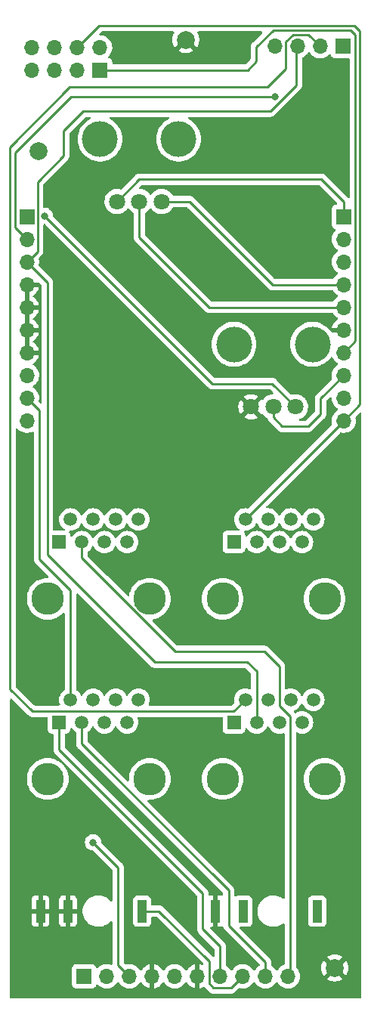
<source format=gbr>
%TF.GenerationSoftware,KiCad,Pcbnew,(6.0.11)*%
%TF.CreationDate,2023-07-06T17:32:08+01:00*%
%TF.ProjectId,Quilter_Controls,5175696c-7465-4725-9f43-6f6e74726f6c,rev?*%
%TF.SameCoordinates,Original*%
%TF.FileFunction,Copper,L2,Bot*%
%TF.FilePolarity,Positive*%
%FSLAX46Y46*%
G04 Gerber Fmt 4.6, Leading zero omitted, Abs format (unit mm)*
G04 Created by KiCad (PCBNEW (6.0.11)) date 2023-07-06 17:32:08*
%MOMM*%
%LPD*%
G01*
G04 APERTURE LIST*
%TA.AperFunction,ComponentPad*%
%ADD10C,2.000000*%
%TD*%
%TA.AperFunction,ComponentPad*%
%ADD11R,1.000000X2.500000*%
%TD*%
%TA.AperFunction,WasherPad*%
%ADD12C,4.000000*%
%TD*%
%TA.AperFunction,ComponentPad*%
%ADD13C,1.800000*%
%TD*%
%TA.AperFunction,WasherPad*%
%ADD14C,3.650000*%
%TD*%
%TA.AperFunction,ComponentPad*%
%ADD15R,1.500000X1.500000*%
%TD*%
%TA.AperFunction,ComponentPad*%
%ADD16C,1.500000*%
%TD*%
%TA.AperFunction,ComponentPad*%
%ADD17R,1.700000X1.700000*%
%TD*%
%TA.AperFunction,ComponentPad*%
%ADD18O,1.700000X1.700000*%
%TD*%
%TA.AperFunction,ViaPad*%
%ADD19C,0.800000*%
%TD*%
%TA.AperFunction,Conductor*%
%ADD20C,0.250000*%
%TD*%
G04 APERTURE END LIST*
D10*
%TO.P,TP3,1,1*%
%TO.N,GND*%
X70200000Y-42970000D03*
%TD*%
D11*
%TO.P,J11,1*%
%TO.N,GND*%
X53920000Y-140600000D03*
%TO.P,J11,2*%
X57020000Y-140600000D03*
%TO.P,J11,3*%
%TO.N,/FREQ_JACK*%
X65320000Y-140600000D03*
%TD*%
D12*
%TO.P,Q_CTRL1,*%
%TO.N,*%
X84400000Y-77100000D03*
X75600000Y-77100000D03*
D13*
%TO.P,Q_CTRL1,1,1*%
%TO.N,+12V*%
X82500000Y-84100000D03*
%TO.P,Q_CTRL1,2,2*%
%TO.N,/Q_POT*%
X80000000Y-84100000D03*
%TO.P,Q_CTRL1,3,3*%
%TO.N,GND*%
X77500000Y-84100000D03*
%TD*%
D10*
%TO.P,TP4,1,1*%
%TO.N,GND*%
X86900000Y-146970000D03*
%TD*%
D11*
%TO.P,J6,1*%
%TO.N,GND*%
X73520000Y-140600000D03*
%TO.P,J6,2*%
%TO.N,unconnected-(J6-Pad2)*%
X76620000Y-140600000D03*
%TO.P,J6,3*%
%TO.N,/AUDIO_MIX*%
X84920000Y-140600000D03*
%TD*%
D14*
%TO.P,J4,*%
%TO.N,*%
X85760000Y-105600000D03*
X74330000Y-105600000D03*
D15*
%TO.P,J4,1*%
%TO.N,/AUDIO_IN1*%
X75600000Y-99250000D03*
D16*
%TO.P,J4,2*%
%TO.N,/AUDIO_IN2*%
X76870000Y-96710000D03*
%TO.P,J4,3*%
%TO.N,/AUDIO_IN3*%
X78140000Y-99250000D03*
%TO.P,J4,4*%
%TO.N,/AUDIO_IN4*%
X79410000Y-96710000D03*
%TO.P,J4,5*%
%TO.N,unconnected-(J4-Pad5)*%
X80680000Y-99250000D03*
%TO.P,J4,6*%
%TO.N,unconnected-(J4-Pad6)*%
X81950000Y-96710000D03*
%TO.P,J4,7*%
%TO.N,unconnected-(J4-Pad7)*%
X83220000Y-99250000D03*
%TO.P,J4,8*%
%TO.N,unconnected-(J4-Pad8)*%
X84490000Y-96710000D03*
%TD*%
D10*
%TO.P,TP1,1,1*%
%TO.N,+12V*%
X53700000Y-55470000D03*
%TD*%
D14*
%TO.P,J5,*%
%TO.N,*%
X74330000Y-125800000D03*
X85760000Y-125800000D03*
D15*
%TO.P,J5,1*%
%TO.N,/AUDIO_BUFF1*%
X75600000Y-119450000D03*
D16*
%TO.P,J5,2*%
%TO.N,/AUDIO_BUFF2*%
X76870000Y-116910000D03*
%TO.P,J5,3*%
%TO.N,/AUDIO_BUFF3*%
X78140000Y-119450000D03*
%TO.P,J5,4*%
%TO.N,/AUDIO_BUFF4*%
X79410000Y-116910000D03*
%TO.P,J5,5*%
%TO.N,unconnected-(J5-Pad5)*%
X80680000Y-119450000D03*
%TO.P,J5,6*%
%TO.N,unconnected-(J5-Pad6)*%
X81950000Y-116910000D03*
%TO.P,J5,7*%
%TO.N,unconnected-(J5-Pad7)*%
X83220000Y-119450000D03*
%TO.P,J5,8*%
%TO.N,unconnected-(J5-Pad8)*%
X84490000Y-116910000D03*
%TD*%
D14*
%TO.P,J8,*%
%TO.N,*%
X66160000Y-125800000D03*
X54730000Y-125800000D03*
D15*
%TO.P,J8,1*%
%TO.N,/FREQ_CV_DAMP1*%
X56000000Y-119450000D03*
D16*
%TO.P,J8,2*%
%TO.N,/FREQ_CV_DAMP2*%
X57270000Y-116910000D03*
%TO.P,J8,3*%
%TO.N,/FREQ_CV_DAMP3*%
X58540000Y-119450000D03*
%TO.P,J8,4*%
%TO.N,/FREQ_CV_DAMP4*%
X59810000Y-116910000D03*
%TO.P,J8,5*%
%TO.N,unconnected-(J8-Pad5)*%
X61080000Y-119450000D03*
%TO.P,J8,6*%
%TO.N,unconnected-(J8-Pad6)*%
X62350000Y-116910000D03*
%TO.P,J8,7*%
%TO.N,unconnected-(J8-Pad7)*%
X63620000Y-119450000D03*
%TO.P,J8,8*%
%TO.N,unconnected-(J8-Pad8)*%
X64890000Y-116910000D03*
%TD*%
D14*
%TO.P,J7,*%
%TO.N,*%
X54730000Y-105600000D03*
X66160000Y-105600000D03*
D15*
%TO.P,J7,1*%
%TO.N,/FREQ_V_OCT1*%
X56000000Y-99250000D03*
D16*
%TO.P,J7,2*%
%TO.N,/FREQ_V_OCT2*%
X57270000Y-96710000D03*
%TO.P,J7,3*%
%TO.N,/FREQ_V_OCT3*%
X58540000Y-99250000D03*
%TO.P,J7,4*%
%TO.N,/FREQ_V_OCT4*%
X59810000Y-96710000D03*
%TO.P,J7,5*%
%TO.N,unconnected-(J7-Pad5)*%
X61080000Y-99250000D03*
%TO.P,J7,6*%
%TO.N,unconnected-(J7-Pad6)*%
X62350000Y-96710000D03*
%TO.P,J7,7*%
%TO.N,unconnected-(J7-Pad7)*%
X63620000Y-99250000D03*
%TO.P,J7,8*%
%TO.N,unconnected-(J7-Pad8)*%
X64890000Y-96710000D03*
%TD*%
D12*
%TO.P,FREQ_POT1,*%
%TO.N,*%
X69400000Y-54100000D03*
X60600000Y-54100000D03*
D13*
%TO.P,FREQ_POT1,1,1*%
%TO.N,/FREQ_POT_5V*%
X67500000Y-61100000D03*
%TO.P,FREQ_POT1,2,2*%
%TO.N,/FREQ_POT*%
X65000000Y-61100000D03*
%TO.P,FREQ_POT1,3,3*%
%TO.N,/FREQ_POT_-5V*%
X62500000Y-61100000D03*
%TD*%
D17*
%TO.P,J3,1,Pin_1*%
%TO.N,/AUDIO_IN3*%
X58800000Y-147900000D03*
D18*
%TO.P,J3,2,Pin_2*%
%TO.N,/FREQ_V_OCT4*%
X61340000Y-147900000D03*
%TO.P,J3,3,Pin_3*%
%TO.N,/FREQ_CV_DAMP4*%
X63880000Y-147900000D03*
%TO.P,J3,4,Pin_4*%
%TO.N,GND*%
X66420000Y-147900000D03*
%TO.P,J3,5,Pin_5*%
%TO.N,/AUDIO_IN4*%
X68960000Y-147900000D03*
%TO.P,J3,6,Pin_6*%
%TO.N,GND*%
X71500000Y-147900000D03*
%TO.P,J3,7,Pin_7*%
%TO.N,/FREQ_CV_DAMP1*%
X74040000Y-147900000D03*
%TO.P,J3,8,Pin_8*%
%TO.N,/FREQ_JACK*%
X76580000Y-147900000D03*
%TO.P,J3,9,Pin_9*%
%TO.N,/FREQ_CV_DAMP3*%
X79120000Y-147900000D03*
%TO.P,J3,10,Pin_10*%
%TO.N,/FREQ_V_OCT3*%
X81660000Y-147900000D03*
%TD*%
D17*
%TO.P,J1,1,Pin_1*%
%TO.N,/FREQ_POT_-5V*%
X87900000Y-62800000D03*
D18*
%TO.P,J1,2,Pin_2*%
%TO.N,/AUDIO_BUFF2*%
X87900000Y-65340000D03*
%TO.P,J1,3,Pin_3*%
%TO.N,/AUDIO_BUFF4*%
X87900000Y-67880000D03*
%TO.P,J1,4,Pin_4*%
%TO.N,/FREQ_POT_5V*%
X87900000Y-70420000D03*
%TO.P,J1,5,Pin_5*%
%TO.N,/FREQ_POT*%
X87900000Y-72960000D03*
%TO.P,J1,6,Pin_6*%
%TO.N,GND*%
X87900000Y-75500000D03*
%TO.P,J1,7,Pin_7*%
%TO.N,/FREQ_V_OCT1*%
X87900000Y-78040000D03*
%TO.P,J1,8,Pin_8*%
%TO.N,/Q_POT*%
X87900000Y-80580000D03*
%TO.P,J1,9,Pin_9*%
%TO.N,/AUDIO_MIX*%
X87900000Y-83120000D03*
%TO.P,J1,10,Pin_10*%
%TO.N,/AUDIO_IN2*%
X87900000Y-85660000D03*
%TD*%
D17*
%TO.P,J2,1,Pin_1*%
%TO.N,+12V*%
X52400000Y-62800000D03*
D18*
%TO.P,J2,2,Pin_2*%
%TO.N,/AUDIO_BUFF1*%
X52400000Y-65340000D03*
%TO.P,J2,3,Pin_3*%
%TO.N,/AUDIO_BUFF3*%
X52400000Y-67880000D03*
%TO.P,J2,4,Pin_4*%
%TO.N,GND*%
X52400000Y-70420000D03*
%TO.P,J2,5,Pin_5*%
X52400000Y-72960000D03*
%TO.P,J2,6,Pin_6*%
X52400000Y-75500000D03*
%TO.P,J2,7,Pin_7*%
X52400000Y-78040000D03*
%TO.P,J2,8,Pin_8*%
%TO.N,/AUDIO_IN1*%
X52400000Y-80580000D03*
%TO.P,J2,9,Pin_9*%
%TO.N,/FREQ_CV_DAMP2*%
X52400000Y-83120000D03*
%TO.P,J2,10,Pin_10*%
%TO.N,/FREQ_V_OCT2*%
X52400000Y-85660000D03*
%TD*%
D17*
%TO.P,J9,1,Pin_1*%
%TO.N,/FREQ_V_OCT1*%
X60600000Y-46375000D03*
D18*
%TO.P,J9,2,Pin_2*%
%TO.N,/AUDIO_IN1*%
X60600000Y-43835000D03*
%TO.P,J9,3,Pin_3*%
%TO.N,/FREQ_V_OCT2*%
X58060000Y-46375000D03*
%TO.P,J9,4,Pin_4*%
%TO.N,/AUDIO_IN2*%
X58060000Y-43835000D03*
%TO.P,J9,5,Pin_5*%
%TO.N,/FREQ_V_OCT3*%
X55520000Y-46375000D03*
%TO.P,J9,6,Pin_6*%
%TO.N,/AUDIO_IN3*%
X55520000Y-43835000D03*
%TO.P,J9,7,Pin_7*%
%TO.N,/FREQ_V_OCT4*%
X52980000Y-46375000D03*
%TO.P,J9,8,Pin_8*%
%TO.N,/AUDIO_IN4*%
X52980000Y-43835000D03*
%TD*%
D17*
%TO.P,J10,1,Pin_1*%
%TO.N,/AUDIO_BUFF1*%
X87800000Y-43700000D03*
D18*
%TO.P,J10,2,Pin_2*%
%TO.N,/AUDIO_BUFF2*%
X85260000Y-43700000D03*
%TO.P,J10,3,Pin_3*%
%TO.N,/AUDIO_BUFF3*%
X82720000Y-43700000D03*
%TO.P,J10,4,Pin_4*%
%TO.N,/AUDIO_BUFF4*%
X80180000Y-43700000D03*
%TD*%
D19*
%TO.N,GND*%
X85200000Y-137400000D03*
X51100000Y-138900000D03*
X74600000Y-134200000D03*
X83300000Y-50100000D03*
X82900000Y-66500000D03*
X54400000Y-67900000D03*
X64600000Y-136600000D03*
X53100000Y-148000000D03*
X78200000Y-53400000D03*
X65700000Y-114200000D03*
X62800000Y-102100000D03*
X73800000Y-114800000D03*
X80800000Y-89000000D03*
X80700000Y-108800000D03*
X88700000Y-120100000D03*
X58900000Y-107600000D03*
X74400000Y-122300000D03*
X67500000Y-93100000D03*
X62900000Y-127700000D03*
X68300000Y-133200000D03*
X51100000Y-125400000D03*
X79900000Y-122300000D03*
X57300000Y-121600000D03*
X80200000Y-144300000D03*
X67400000Y-72500000D03*
X67400000Y-64700000D03*
X54400000Y-114000000D03*
X86800000Y-116800000D03*
X67400000Y-79100000D03*
X82900000Y-69100000D03*
X76700000Y-114600000D03*
X87100000Y-108800000D03*
%TO.N,/AUDIO_BUFF1*%
X80200000Y-49400000D03*
%TO.N,/FREQ_CV_DAMP4*%
X59810000Y-132890000D03*
%TO.N,+12V*%
X54400000Y-62700000D03*
%TD*%
D20*
%TO.N,/FREQ_POT*%
X87900000Y-72960000D02*
X72860000Y-72960000D01*
X65000000Y-65100000D02*
X65000000Y-61100000D01*
X72860000Y-72960000D02*
X65000000Y-65100000D01*
%TO.N,/FREQ_POT_5V*%
X67500000Y-61100000D02*
X70600000Y-61100000D01*
X70600000Y-61100000D02*
X79920000Y-70420000D01*
X79920000Y-70420000D02*
X87900000Y-70420000D01*
%TO.N,/FREQ_V_OCT1*%
X78100000Y-45400000D02*
X78100000Y-43800000D01*
X80000000Y-41900000D02*
X88700000Y-41900000D01*
X89200000Y-42400000D02*
X89200000Y-76740000D01*
X78100000Y-43800000D02*
X80000000Y-41900000D01*
X78100000Y-45400000D02*
X77125000Y-46375000D01*
X88700000Y-41900000D02*
X89200000Y-42400000D01*
X89200000Y-76740000D02*
X87900000Y-78040000D01*
X77125000Y-46375000D02*
X60600000Y-46375000D01*
%TO.N,/AUDIO_BUFF1*%
X52400000Y-65340000D02*
X51100000Y-64040000D01*
X57300000Y-49400000D02*
X80200000Y-49400000D01*
X51100000Y-64040000D02*
X51100000Y-55600000D01*
X51100000Y-55600000D02*
X57300000Y-49400000D01*
%TO.N,/AUDIO_BUFF3*%
X58717845Y-50982155D02*
X56500000Y-53200000D01*
X56500000Y-56000000D02*
X53600000Y-58900000D01*
X82600000Y-48064310D02*
X79682155Y-50982155D01*
X54700000Y-100700000D02*
X54700000Y-70180000D01*
X79682155Y-50982155D02*
X58717845Y-50982155D01*
X53600000Y-58900000D02*
X53600000Y-66680000D01*
X82600000Y-43820000D02*
X82600000Y-48064310D01*
X54700000Y-70180000D02*
X52400000Y-67880000D01*
X78140000Y-113740000D02*
X77100000Y-112700000D01*
X53600000Y-66680000D02*
X52400000Y-67880000D01*
X66700000Y-112700000D02*
X54700000Y-100700000D01*
X77100000Y-112700000D02*
X66700000Y-112700000D01*
X82720000Y-43700000D02*
X82600000Y-43820000D01*
X78140000Y-119450000D02*
X78140000Y-113740000D01*
X56500000Y-53200000D02*
X56500000Y-56000000D01*
%TO.N,/AUDIO_BUFF2*%
X50500000Y-55000000D02*
X50500000Y-115700000D01*
X57200000Y-48300000D02*
X50500000Y-55000000D01*
X83960000Y-42400000D02*
X82200000Y-42400000D01*
X81400000Y-46242081D02*
X79342081Y-48300000D01*
X50500000Y-115700000D02*
X53000000Y-118200000D01*
X82200000Y-42400000D02*
X81400000Y-43200000D01*
X79342081Y-48300000D02*
X57200000Y-48300000D01*
X53000000Y-118200000D02*
X75580000Y-118200000D01*
X85260000Y-43700000D02*
X83960000Y-42400000D01*
X75580000Y-118200000D02*
X76870000Y-116910000D01*
X81400000Y-43200000D02*
X81400000Y-46242081D01*
%TO.N,/FREQ_JACK*%
X76580000Y-147900000D02*
X75280000Y-149200000D01*
X72800000Y-146200000D02*
X67200000Y-140600000D01*
X67200000Y-140600000D02*
X65320000Y-140600000D01*
X73300000Y-149200000D02*
X72800000Y-148700000D01*
X72800000Y-148700000D02*
X72800000Y-146200000D01*
X75280000Y-149200000D02*
X73300000Y-149200000D01*
%TO.N,/FREQ_CV_DAMP2*%
X57270000Y-104612501D02*
X53800000Y-101142501D01*
X57270000Y-116910000D02*
X57270000Y-104612501D01*
X53800000Y-101142501D02*
X53800000Y-84520000D01*
X53800000Y-84520000D02*
X52400000Y-83120000D01*
%TO.N,/AUDIO_IN2*%
X89100000Y-41400000D02*
X60495000Y-41400000D01*
X87900000Y-85680000D02*
X87900000Y-85660000D01*
X87900000Y-85660000D02*
X89700000Y-83860000D01*
X60495000Y-41400000D02*
X58060000Y-43835000D01*
X76870000Y-96710000D02*
X87900000Y-85680000D01*
X89700000Y-42000000D02*
X89100000Y-41400000D01*
X89700000Y-83860000D02*
X89700000Y-42000000D01*
%TO.N,/FREQ_CV_DAMP4*%
X63880000Y-147900000D02*
X62600000Y-146620000D01*
X62600000Y-135680000D02*
X59810000Y-132890000D01*
X62600000Y-146620000D02*
X62600000Y-135680000D01*
%TO.N,/Q_POT*%
X85300000Y-83180000D02*
X85300000Y-84900000D01*
X81000000Y-86300000D02*
X80000000Y-85300000D01*
X85300000Y-84900000D02*
X83900000Y-86300000D01*
X87900000Y-80580000D02*
X85300000Y-83180000D01*
X80000000Y-85300000D02*
X80000000Y-84100000D01*
X83900000Y-86300000D02*
X81000000Y-86300000D01*
%TO.N,/FREQ_CV_DAMP1*%
X74040000Y-144540000D02*
X72100000Y-142600000D01*
X72100000Y-138600000D02*
X56000000Y-122500000D01*
X56000000Y-122500000D02*
X56000000Y-119450000D01*
X74040000Y-147900000D02*
X74040000Y-144540000D01*
X72100000Y-142600000D02*
X72100000Y-138600000D01*
%TO.N,/FREQ_CV_DAMP3*%
X75000000Y-138300000D02*
X58540000Y-121840000D01*
X79120000Y-146320000D02*
X75000000Y-142200000D01*
X75000000Y-142200000D02*
X75000000Y-138300000D01*
X79120000Y-147900000D02*
X79120000Y-146320000D01*
X58540000Y-121840000D02*
X58540000Y-119450000D01*
%TO.N,/FREQ_V_OCT3*%
X79000000Y-111500000D02*
X69000000Y-111500000D01*
X80700000Y-113200000D02*
X79000000Y-111500000D01*
X80700000Y-117600000D02*
X80700000Y-113200000D01*
X81900000Y-147660000D02*
X81900000Y-118800000D01*
X81660000Y-147900000D02*
X81900000Y-147660000D01*
X81900000Y-118800000D02*
X80700000Y-117600000D01*
X58540000Y-101040000D02*
X58540000Y-99250000D01*
X69000000Y-111500000D02*
X58540000Y-101040000D01*
%TO.N,+12V*%
X79900000Y-81500000D02*
X82500000Y-84100000D01*
X54400000Y-62700000D02*
X73200000Y-81500000D01*
X73200000Y-81500000D02*
X79900000Y-81500000D01*
%TO.N,/FREQ_POT_-5V*%
X87900000Y-61100000D02*
X85400000Y-58600000D01*
X85400000Y-58600000D02*
X65000000Y-58600000D01*
X65000000Y-58600000D02*
X62500000Y-61100000D01*
X87900000Y-62800000D02*
X87900000Y-61100000D01*
%TD*%
%TA.AperFunction,Conductor*%
%TO.N,GND*%
G36*
X54428527Y-63628502D02*
G01*
X54449501Y-63645405D01*
X72696348Y-81892253D01*
X72703888Y-81900539D01*
X72708000Y-81907018D01*
X72713777Y-81912443D01*
X72757651Y-81953643D01*
X72760493Y-81956398D01*
X72780230Y-81976135D01*
X72783427Y-81978615D01*
X72792447Y-81986318D01*
X72824679Y-82016586D01*
X72831625Y-82020405D01*
X72831628Y-82020407D01*
X72842434Y-82026348D01*
X72858953Y-82037199D01*
X72874959Y-82049614D01*
X72882228Y-82052759D01*
X72882232Y-82052762D01*
X72915537Y-82067174D01*
X72926187Y-82072391D01*
X72964940Y-82093695D01*
X72972615Y-82095666D01*
X72972616Y-82095666D01*
X72984562Y-82098733D01*
X73003267Y-82105137D01*
X73021855Y-82113181D01*
X73029678Y-82114420D01*
X73029688Y-82114423D01*
X73065524Y-82120099D01*
X73077144Y-82122505D01*
X73112289Y-82131528D01*
X73119970Y-82133500D01*
X73140224Y-82133500D01*
X73159934Y-82135051D01*
X73179943Y-82138220D01*
X73187835Y-82137474D01*
X73223961Y-82134059D01*
X73235819Y-82133500D01*
X79585406Y-82133500D01*
X79653527Y-82153502D01*
X79674501Y-82170405D01*
X79979971Y-82475875D01*
X80013997Y-82538187D01*
X80008932Y-82609002D01*
X79966385Y-82665838D01*
X79901396Y-82690019D01*
X79901411Y-82690116D01*
X79896302Y-82690898D01*
X79896299Y-82690898D01*
X79812559Y-82703712D01*
X79672464Y-82725150D01*
X79452314Y-82797106D01*
X79447726Y-82799494D01*
X79447722Y-82799496D01*
X79263229Y-82895537D01*
X79246872Y-82904052D01*
X79242739Y-82907155D01*
X79242736Y-82907157D01*
X79106178Y-83009688D01*
X79061655Y-83043117D01*
X79042506Y-83063155D01*
X78950014Y-83159943D01*
X78901639Y-83210564D01*
X78898725Y-83214836D01*
X78898724Y-83214837D01*
X78850199Y-83285972D01*
X78795288Y-83330975D01*
X78724763Y-83339146D01*
X78663884Y-83310439D01*
X78658538Y-83305835D01*
X78648973Y-83310238D01*
X77872021Y-84087189D01*
X77864408Y-84101132D01*
X77864539Y-84102966D01*
X77868790Y-84109580D01*
X78646307Y-84887096D01*
X78658313Y-84893652D01*
X78667244Y-84886829D01*
X78733519Y-84861370D01*
X78803037Y-84875783D01*
X78851165Y-84921117D01*
X78856800Y-84930311D01*
X78859501Y-84934719D01*
X79011147Y-85109784D01*
X79189349Y-85257730D01*
X79305777Y-85325765D01*
X79312982Y-85329975D01*
X79361705Y-85381614D01*
X79370407Y-85403608D01*
X79374977Y-85419337D01*
X79378987Y-85438700D01*
X79381526Y-85458797D01*
X79384445Y-85466168D01*
X79384445Y-85466170D01*
X79397804Y-85499912D01*
X79401649Y-85511142D01*
X79407851Y-85532489D01*
X79413982Y-85553593D01*
X79418015Y-85560412D01*
X79418017Y-85560417D01*
X79424293Y-85571028D01*
X79432988Y-85588776D01*
X79440448Y-85607617D01*
X79445110Y-85614033D01*
X79445110Y-85614034D01*
X79466436Y-85643387D01*
X79472952Y-85653307D01*
X79495458Y-85691362D01*
X79509779Y-85705683D01*
X79522619Y-85720716D01*
X79534528Y-85737107D01*
X79540634Y-85742158D01*
X79568605Y-85765298D01*
X79577384Y-85773288D01*
X80496343Y-86692247D01*
X80503887Y-86700537D01*
X80508000Y-86707018D01*
X80513777Y-86712443D01*
X80557667Y-86753658D01*
X80560509Y-86756413D01*
X80580231Y-86776135D01*
X80583355Y-86778558D01*
X80583359Y-86778562D01*
X80583424Y-86778612D01*
X80592445Y-86786317D01*
X80624679Y-86816586D01*
X80631627Y-86820405D01*
X80631629Y-86820407D01*
X80642432Y-86826346D01*
X80658959Y-86837202D01*
X80668698Y-86844757D01*
X80668700Y-86844758D01*
X80674960Y-86849614D01*
X80715540Y-86867174D01*
X80726188Y-86872391D01*
X80757015Y-86889338D01*
X80764940Y-86893695D01*
X80772616Y-86895666D01*
X80772619Y-86895667D01*
X80784562Y-86898733D01*
X80803267Y-86905137D01*
X80821855Y-86913181D01*
X80829678Y-86914420D01*
X80829688Y-86914423D01*
X80865524Y-86920099D01*
X80877144Y-86922505D01*
X80908912Y-86930661D01*
X80919970Y-86933500D01*
X80940224Y-86933500D01*
X80959934Y-86935051D01*
X80979943Y-86938220D01*
X80987835Y-86937474D01*
X81006580Y-86935702D01*
X81023962Y-86934059D01*
X81035819Y-86933500D01*
X83821233Y-86933500D01*
X83832416Y-86934027D01*
X83839909Y-86935702D01*
X83847835Y-86935453D01*
X83847836Y-86935453D01*
X83907986Y-86933562D01*
X83911945Y-86933500D01*
X83939856Y-86933500D01*
X83943791Y-86933003D01*
X83943856Y-86932995D01*
X83955693Y-86932062D01*
X83987951Y-86931048D01*
X83991970Y-86930922D01*
X83999889Y-86930673D01*
X84019343Y-86925021D01*
X84038700Y-86921013D01*
X84050930Y-86919468D01*
X84050931Y-86919468D01*
X84058797Y-86918474D01*
X84066168Y-86915555D01*
X84066170Y-86915555D01*
X84099912Y-86902196D01*
X84111142Y-86898351D01*
X84145983Y-86888229D01*
X84145984Y-86888229D01*
X84153593Y-86886018D01*
X84160412Y-86881985D01*
X84160417Y-86881983D01*
X84171028Y-86875707D01*
X84188776Y-86867012D01*
X84207617Y-86859552D01*
X84243387Y-86833564D01*
X84253307Y-86827048D01*
X84284535Y-86808580D01*
X84284538Y-86808578D01*
X84291362Y-86804542D01*
X84305683Y-86790221D01*
X84320717Y-86777380D01*
X84337107Y-86765472D01*
X84365298Y-86731395D01*
X84373288Y-86722616D01*
X85692253Y-85403652D01*
X85700539Y-85396112D01*
X85707018Y-85392000D01*
X85753644Y-85342348D01*
X85756398Y-85339507D01*
X85776135Y-85319770D01*
X85778615Y-85316573D01*
X85786320Y-85307551D01*
X85811159Y-85281100D01*
X85816586Y-85275321D01*
X85820405Y-85268375D01*
X85820407Y-85268372D01*
X85826348Y-85257566D01*
X85837199Y-85241047D01*
X85844758Y-85231301D01*
X85849614Y-85225041D01*
X85852759Y-85217772D01*
X85852762Y-85217768D01*
X85867174Y-85184463D01*
X85872391Y-85173813D01*
X85893695Y-85135060D01*
X85898733Y-85115437D01*
X85905137Y-85096734D01*
X85910033Y-85085420D01*
X85910033Y-85085419D01*
X85913181Y-85078145D01*
X85914420Y-85070322D01*
X85914423Y-85070312D01*
X85920099Y-85034476D01*
X85922505Y-85022856D01*
X85931528Y-84987711D01*
X85931528Y-84987710D01*
X85933500Y-84980030D01*
X85933500Y-84959776D01*
X85935051Y-84940065D01*
X85936980Y-84927886D01*
X85938220Y-84920057D01*
X85934059Y-84876038D01*
X85933500Y-84864181D01*
X85933500Y-83494594D01*
X85953502Y-83426473D01*
X85970405Y-83405499D01*
X86325019Y-83050885D01*
X86387331Y-83016859D01*
X86458146Y-83021924D01*
X86514982Y-83064471D01*
X86539905Y-83132727D01*
X86550110Y-83309715D01*
X86551247Y-83314761D01*
X86551248Y-83314767D01*
X86569978Y-83397877D01*
X86599222Y-83527639D01*
X86683266Y-83734616D01*
X86799987Y-83925088D01*
X86946250Y-84093938D01*
X87118126Y-84236632D01*
X87188595Y-84277811D01*
X87191445Y-84279476D01*
X87240169Y-84331114D01*
X87253240Y-84400897D01*
X87226509Y-84466669D01*
X87186055Y-84500027D01*
X87173607Y-84506507D01*
X87169474Y-84509610D01*
X87169471Y-84509612D01*
X86999100Y-84637530D01*
X86994965Y-84640635D01*
X86840629Y-84802138D01*
X86837715Y-84806410D01*
X86837714Y-84806411D01*
X86765574Y-84912165D01*
X86714743Y-84986680D01*
X86672287Y-85078145D01*
X86622936Y-85184463D01*
X86620688Y-85189305D01*
X86560989Y-85404570D01*
X86537251Y-85626695D01*
X86537548Y-85631848D01*
X86537548Y-85631851D01*
X86545703Y-85773288D01*
X86550110Y-85849715D01*
X86572276Y-85948069D01*
X86587132Y-86013990D01*
X86582596Y-86084841D01*
X86553310Y-86130786D01*
X77242423Y-95441672D01*
X77180111Y-95475698D01*
X77120717Y-95474284D01*
X77094685Y-95467309D01*
X77094686Y-95467309D01*
X77089371Y-95465885D01*
X76870000Y-95446693D01*
X76650629Y-95465885D01*
X76437924Y-95522880D01*
X76391268Y-95544636D01*
X76243334Y-95613618D01*
X76243329Y-95613621D01*
X76238347Y-95615944D01*
X76233840Y-95619100D01*
X76233838Y-95619101D01*
X76062473Y-95739092D01*
X76062470Y-95739094D01*
X76057962Y-95742251D01*
X75902251Y-95897962D01*
X75775944Y-96078347D01*
X75773621Y-96083329D01*
X75773618Y-96083334D01*
X75726415Y-96184562D01*
X75682880Y-96277924D01*
X75625885Y-96490629D01*
X75606693Y-96710000D01*
X75625885Y-96929371D01*
X75682880Y-97142076D01*
X75685205Y-97147061D01*
X75773618Y-97336666D01*
X75773621Y-97336671D01*
X75775944Y-97341653D01*
X75902251Y-97522038D01*
X76057962Y-97677749D01*
X76062471Y-97680906D01*
X76062473Y-97680908D01*
X76178694Y-97762287D01*
X76223022Y-97817744D01*
X76230331Y-97888364D01*
X76198300Y-97951724D01*
X76137099Y-97987709D01*
X76106423Y-97991500D01*
X74801866Y-97991500D01*
X74739684Y-97998255D01*
X74603295Y-98049385D01*
X74486739Y-98136739D01*
X74399385Y-98253295D01*
X74348255Y-98389684D01*
X74341500Y-98451866D01*
X74341500Y-100048134D01*
X74348255Y-100110316D01*
X74399385Y-100246705D01*
X74486739Y-100363261D01*
X74603295Y-100450615D01*
X74739684Y-100501745D01*
X74801866Y-100508500D01*
X76398134Y-100508500D01*
X76460316Y-100501745D01*
X76596705Y-100450615D01*
X76713261Y-100363261D01*
X76800615Y-100246705D01*
X76851745Y-100110316D01*
X76858500Y-100048134D01*
X76858500Y-100013576D01*
X76878502Y-99945455D01*
X76932158Y-99898962D01*
X77002432Y-99888858D01*
X77067012Y-99918352D01*
X77087713Y-99941305D01*
X77160123Y-100044717D01*
X77172251Y-100062038D01*
X77327962Y-100217749D01*
X77508346Y-100344056D01*
X77707924Y-100437120D01*
X77920629Y-100494115D01*
X78140000Y-100513307D01*
X78359371Y-100494115D01*
X78572076Y-100437120D01*
X78771654Y-100344056D01*
X78952038Y-100217749D01*
X79107749Y-100062038D01*
X79119878Y-100044717D01*
X79230899Y-99886162D01*
X79230900Y-99886160D01*
X79234056Y-99881653D01*
X79236379Y-99876671D01*
X79236382Y-99876666D01*
X79295805Y-99749231D01*
X79342722Y-99695946D01*
X79410999Y-99676485D01*
X79478959Y-99697027D01*
X79524195Y-99749231D01*
X79583618Y-99876666D01*
X79583621Y-99876671D01*
X79585944Y-99881653D01*
X79589100Y-99886160D01*
X79589101Y-99886162D01*
X79700123Y-100044717D01*
X79712251Y-100062038D01*
X79867962Y-100217749D01*
X80048346Y-100344056D01*
X80247924Y-100437120D01*
X80460629Y-100494115D01*
X80680000Y-100513307D01*
X80899371Y-100494115D01*
X81112076Y-100437120D01*
X81311654Y-100344056D01*
X81492038Y-100217749D01*
X81647749Y-100062038D01*
X81659878Y-100044717D01*
X81770899Y-99886162D01*
X81770900Y-99886160D01*
X81774056Y-99881653D01*
X81776379Y-99876671D01*
X81776382Y-99876666D01*
X81835805Y-99749231D01*
X81882722Y-99695946D01*
X81950999Y-99676485D01*
X82018959Y-99697027D01*
X82064195Y-99749231D01*
X82123618Y-99876666D01*
X82123621Y-99876671D01*
X82125944Y-99881653D01*
X82129100Y-99886160D01*
X82129101Y-99886162D01*
X82240123Y-100044717D01*
X82252251Y-100062038D01*
X82407962Y-100217749D01*
X82588346Y-100344056D01*
X82787924Y-100437120D01*
X83000629Y-100494115D01*
X83220000Y-100513307D01*
X83439371Y-100494115D01*
X83652076Y-100437120D01*
X83851654Y-100344056D01*
X84032038Y-100217749D01*
X84187749Y-100062038D01*
X84199878Y-100044717D01*
X84310899Y-99886162D01*
X84310900Y-99886160D01*
X84314056Y-99881653D01*
X84316379Y-99876671D01*
X84316382Y-99876666D01*
X84404795Y-99687061D01*
X84407120Y-99682076D01*
X84464115Y-99469371D01*
X84483307Y-99250000D01*
X84464115Y-99030629D01*
X84407120Y-98817924D01*
X84363585Y-98724562D01*
X84316382Y-98623334D01*
X84316379Y-98623329D01*
X84314056Y-98618347D01*
X84303326Y-98603023D01*
X84190908Y-98442473D01*
X84190906Y-98442470D01*
X84187749Y-98437962D01*
X84032038Y-98282251D01*
X83851654Y-98155944D01*
X83652076Y-98062880D01*
X83439371Y-98005885D01*
X83220000Y-97986693D01*
X83000629Y-98005885D01*
X82787924Y-98062880D01*
X82694764Y-98106321D01*
X82593334Y-98153618D01*
X82593329Y-98153621D01*
X82588347Y-98155944D01*
X82583840Y-98159100D01*
X82583838Y-98159101D01*
X82412473Y-98279092D01*
X82412470Y-98279094D01*
X82407962Y-98282251D01*
X82252251Y-98437962D01*
X82249094Y-98442470D01*
X82249092Y-98442473D01*
X82136674Y-98603023D01*
X82125944Y-98618347D01*
X82123621Y-98623329D01*
X82123618Y-98623334D01*
X82064195Y-98750769D01*
X82017278Y-98804054D01*
X81949001Y-98823515D01*
X81881041Y-98802973D01*
X81835805Y-98750769D01*
X81776382Y-98623334D01*
X81776379Y-98623329D01*
X81774056Y-98618347D01*
X81763326Y-98603023D01*
X81650908Y-98442473D01*
X81650906Y-98442470D01*
X81647749Y-98437962D01*
X81492038Y-98282251D01*
X81311654Y-98155944D01*
X81112076Y-98062880D01*
X80899371Y-98005885D01*
X80680000Y-97986693D01*
X80460629Y-98005885D01*
X80247924Y-98062880D01*
X80154764Y-98106321D01*
X80053334Y-98153618D01*
X80053329Y-98153621D01*
X80048347Y-98155944D01*
X80043840Y-98159100D01*
X80043838Y-98159101D01*
X79872473Y-98279092D01*
X79872470Y-98279094D01*
X79867962Y-98282251D01*
X79712251Y-98437962D01*
X79709094Y-98442470D01*
X79709092Y-98442473D01*
X79596674Y-98603023D01*
X79585944Y-98618347D01*
X79583621Y-98623329D01*
X79583618Y-98623334D01*
X79524195Y-98750769D01*
X79477278Y-98804054D01*
X79409001Y-98823515D01*
X79341041Y-98802973D01*
X79295805Y-98750769D01*
X79236382Y-98623334D01*
X79236379Y-98623329D01*
X79234056Y-98618347D01*
X79223326Y-98603023D01*
X79110908Y-98442473D01*
X79110906Y-98442470D01*
X79107749Y-98437962D01*
X78952038Y-98282251D01*
X78771654Y-98155944D01*
X78572076Y-98062880D01*
X78359371Y-98005885D01*
X78140000Y-97986693D01*
X77920629Y-98005885D01*
X77707924Y-98062880D01*
X77614764Y-98106321D01*
X77513334Y-98153618D01*
X77513329Y-98153621D01*
X77508347Y-98155944D01*
X77503840Y-98159100D01*
X77503838Y-98159101D01*
X77332473Y-98279092D01*
X77332470Y-98279094D01*
X77327962Y-98282251D01*
X77172251Y-98437962D01*
X77169094Y-98442470D01*
X77169092Y-98442473D01*
X77087713Y-98558695D01*
X77032256Y-98603023D01*
X76961637Y-98610332D01*
X76898276Y-98578301D01*
X76862291Y-98517100D01*
X76858500Y-98486424D01*
X76858500Y-98451866D01*
X76851745Y-98389684D01*
X76800615Y-98253295D01*
X76740308Y-98172827D01*
X76715461Y-98106321D01*
X76730514Y-98036939D01*
X76780689Y-97986709D01*
X76852119Y-97971743D01*
X76864518Y-97972828D01*
X76864525Y-97972828D01*
X76870000Y-97973307D01*
X77089371Y-97954115D01*
X77302076Y-97897120D01*
X77501654Y-97804056D01*
X77682038Y-97677749D01*
X77837749Y-97522038D01*
X77964056Y-97341653D01*
X77966379Y-97336671D01*
X77966382Y-97336666D01*
X78025805Y-97209231D01*
X78072722Y-97155946D01*
X78140999Y-97136485D01*
X78208959Y-97157027D01*
X78254195Y-97209231D01*
X78313618Y-97336666D01*
X78313621Y-97336671D01*
X78315944Y-97341653D01*
X78442251Y-97522038D01*
X78597962Y-97677749D01*
X78778346Y-97804056D01*
X78977924Y-97897120D01*
X79190629Y-97954115D01*
X79410000Y-97973307D01*
X79629371Y-97954115D01*
X79842076Y-97897120D01*
X80041654Y-97804056D01*
X80222038Y-97677749D01*
X80377749Y-97522038D01*
X80504056Y-97341653D01*
X80506379Y-97336671D01*
X80506382Y-97336666D01*
X80565805Y-97209231D01*
X80612722Y-97155946D01*
X80680999Y-97136485D01*
X80748959Y-97157027D01*
X80794195Y-97209231D01*
X80853618Y-97336666D01*
X80853621Y-97336671D01*
X80855944Y-97341653D01*
X80982251Y-97522038D01*
X81137962Y-97677749D01*
X81318346Y-97804056D01*
X81517924Y-97897120D01*
X81730629Y-97954115D01*
X81950000Y-97973307D01*
X82169371Y-97954115D01*
X82382076Y-97897120D01*
X82581654Y-97804056D01*
X82762038Y-97677749D01*
X82917749Y-97522038D01*
X83044056Y-97341653D01*
X83046379Y-97336671D01*
X83046382Y-97336666D01*
X83105805Y-97209231D01*
X83152722Y-97155946D01*
X83220999Y-97136485D01*
X83288959Y-97157027D01*
X83334195Y-97209231D01*
X83393618Y-97336666D01*
X83393621Y-97336671D01*
X83395944Y-97341653D01*
X83522251Y-97522038D01*
X83677962Y-97677749D01*
X83858346Y-97804056D01*
X84057924Y-97897120D01*
X84270629Y-97954115D01*
X84490000Y-97973307D01*
X84709371Y-97954115D01*
X84922076Y-97897120D01*
X85121654Y-97804056D01*
X85302038Y-97677749D01*
X85457749Y-97522038D01*
X85584056Y-97341653D01*
X85586379Y-97336671D01*
X85586382Y-97336666D01*
X85674795Y-97147061D01*
X85677120Y-97142076D01*
X85734115Y-96929371D01*
X85753307Y-96710000D01*
X85734115Y-96490629D01*
X85677120Y-96277924D01*
X85633585Y-96184562D01*
X85586382Y-96083334D01*
X85586379Y-96083329D01*
X85584056Y-96078347D01*
X85457749Y-95897962D01*
X85302038Y-95742251D01*
X85121654Y-95615944D01*
X84922076Y-95522880D01*
X84709371Y-95465885D01*
X84490000Y-95446693D01*
X84270629Y-95465885D01*
X84057924Y-95522880D01*
X84011268Y-95544636D01*
X83863334Y-95613618D01*
X83863329Y-95613621D01*
X83858347Y-95615944D01*
X83853840Y-95619100D01*
X83853838Y-95619101D01*
X83682473Y-95739092D01*
X83682470Y-95739094D01*
X83677962Y-95742251D01*
X83522251Y-95897962D01*
X83395944Y-96078347D01*
X83393621Y-96083329D01*
X83393618Y-96083334D01*
X83334195Y-96210769D01*
X83287278Y-96264054D01*
X83219001Y-96283515D01*
X83151041Y-96262973D01*
X83105805Y-96210769D01*
X83046382Y-96083334D01*
X83046379Y-96083329D01*
X83044056Y-96078347D01*
X82917749Y-95897962D01*
X82762038Y-95742251D01*
X82581654Y-95615944D01*
X82382076Y-95522880D01*
X82169371Y-95465885D01*
X81950000Y-95446693D01*
X81730629Y-95465885D01*
X81517924Y-95522880D01*
X81471268Y-95544636D01*
X81323334Y-95613618D01*
X81323329Y-95613621D01*
X81318347Y-95615944D01*
X81313840Y-95619100D01*
X81313838Y-95619101D01*
X81142473Y-95739092D01*
X81142470Y-95739094D01*
X81137962Y-95742251D01*
X80982251Y-95897962D01*
X80855944Y-96078347D01*
X80853621Y-96083329D01*
X80853618Y-96083334D01*
X80794195Y-96210769D01*
X80747278Y-96264054D01*
X80679001Y-96283515D01*
X80611041Y-96262973D01*
X80565805Y-96210769D01*
X80506382Y-96083334D01*
X80506379Y-96083329D01*
X80504056Y-96078347D01*
X80377749Y-95897962D01*
X80222038Y-95742251D01*
X80041654Y-95615944D01*
X79842076Y-95522880D01*
X79629371Y-95465885D01*
X79410000Y-95446693D01*
X79337566Y-95453030D01*
X79267962Y-95439041D01*
X79216969Y-95389641D01*
X79200779Y-95320515D01*
X79224532Y-95253610D01*
X79237490Y-95238414D01*
X87461168Y-87014736D01*
X87523480Y-86980710D01*
X87575380Y-86980360D01*
X87738597Y-87013567D01*
X87743772Y-87013757D01*
X87743774Y-87013757D01*
X87956673Y-87021564D01*
X87956677Y-87021564D01*
X87961837Y-87021753D01*
X87966957Y-87021097D01*
X87966959Y-87021097D01*
X88178288Y-86994025D01*
X88178289Y-86994025D01*
X88183416Y-86993368D01*
X88226774Y-86980360D01*
X88392429Y-86930661D01*
X88392434Y-86930659D01*
X88397384Y-86929174D01*
X88597994Y-86830896D01*
X88779860Y-86701173D01*
X88938096Y-86543489D01*
X88949016Y-86528293D01*
X89065435Y-86366277D01*
X89068453Y-86362077D01*
X89167430Y-86161811D01*
X89232370Y-85948069D01*
X89261529Y-85726590D01*
X89261611Y-85723240D01*
X89263074Y-85663365D01*
X89263074Y-85663361D01*
X89263156Y-85660000D01*
X89244852Y-85437361D01*
X89216821Y-85325765D01*
X89219625Y-85254823D01*
X89249930Y-85205974D01*
X89676405Y-84779499D01*
X89738717Y-84745473D01*
X89809532Y-84750538D01*
X89866368Y-84793085D01*
X89891179Y-84859605D01*
X89891500Y-84868594D01*
X89891500Y-150265500D01*
X89871498Y-150333621D01*
X89817842Y-150380114D01*
X89765500Y-150391500D01*
X50634500Y-150391500D01*
X50566379Y-150371498D01*
X50519886Y-150317842D01*
X50508500Y-150265500D01*
X50508500Y-148798134D01*
X57441500Y-148798134D01*
X57448255Y-148860316D01*
X57499385Y-148996705D01*
X57586739Y-149113261D01*
X57703295Y-149200615D01*
X57839684Y-149251745D01*
X57901866Y-149258500D01*
X59698134Y-149258500D01*
X59760316Y-149251745D01*
X59896705Y-149200615D01*
X60013261Y-149113261D01*
X60100615Y-148996705D01*
X60122799Y-148937529D01*
X60144598Y-148879382D01*
X60187240Y-148822618D01*
X60253802Y-148797918D01*
X60323150Y-148813126D01*
X60357817Y-148841114D01*
X60386250Y-148873938D01*
X60558126Y-149016632D01*
X60751000Y-149129338D01*
X60959692Y-149209030D01*
X60964760Y-149210061D01*
X60964763Y-149210062D01*
X61059862Y-149229410D01*
X61178597Y-149253567D01*
X61183772Y-149253757D01*
X61183774Y-149253757D01*
X61396673Y-149261564D01*
X61396677Y-149261564D01*
X61401837Y-149261753D01*
X61406957Y-149261097D01*
X61406959Y-149261097D01*
X61618288Y-149234025D01*
X61618289Y-149234025D01*
X61623416Y-149233368D01*
X61628366Y-149231883D01*
X61832429Y-149170661D01*
X61832434Y-149170659D01*
X61837384Y-149169174D01*
X62037994Y-149070896D01*
X62219860Y-148941173D01*
X62378096Y-148783489D01*
X62508453Y-148602077D01*
X62509776Y-148603028D01*
X62556645Y-148559857D01*
X62626580Y-148547625D01*
X62692026Y-148575144D01*
X62719875Y-148606994D01*
X62779987Y-148705088D01*
X62926250Y-148873938D01*
X63098126Y-149016632D01*
X63291000Y-149129338D01*
X63499692Y-149209030D01*
X63504760Y-149210061D01*
X63504763Y-149210062D01*
X63599862Y-149229410D01*
X63718597Y-149253567D01*
X63723772Y-149253757D01*
X63723774Y-149253757D01*
X63936673Y-149261564D01*
X63936677Y-149261564D01*
X63941837Y-149261753D01*
X63946957Y-149261097D01*
X63946959Y-149261097D01*
X64158288Y-149234025D01*
X64158289Y-149234025D01*
X64163416Y-149233368D01*
X64168366Y-149231883D01*
X64372429Y-149170661D01*
X64372434Y-149170659D01*
X64377384Y-149169174D01*
X64577994Y-149070896D01*
X64759860Y-148941173D01*
X64918096Y-148783489D01*
X65048453Y-148602077D01*
X65049640Y-148602930D01*
X65096960Y-148559362D01*
X65166897Y-148547145D01*
X65232338Y-148574678D01*
X65260166Y-148606511D01*
X65317694Y-148700388D01*
X65323777Y-148708699D01*
X65463213Y-148869667D01*
X65470580Y-148876883D01*
X65634434Y-149012916D01*
X65642881Y-149018831D01*
X65826756Y-149126279D01*
X65836042Y-149130729D01*
X66035001Y-149206703D01*
X66044899Y-149209579D01*
X66148250Y-149230606D01*
X66162299Y-149229410D01*
X66166000Y-149219065D01*
X66166000Y-149218517D01*
X66674000Y-149218517D01*
X66678064Y-149232359D01*
X66691478Y-149234393D01*
X66698184Y-149233534D01*
X66708262Y-149231392D01*
X66912255Y-149170191D01*
X66921842Y-149166433D01*
X67113095Y-149072739D01*
X67121945Y-149067464D01*
X67295328Y-148943792D01*
X67303200Y-148937139D01*
X67454052Y-148786812D01*
X67460730Y-148778965D01*
X67588022Y-148601819D01*
X67589279Y-148602722D01*
X67636373Y-148559362D01*
X67706311Y-148547145D01*
X67771751Y-148574678D01*
X67799579Y-148606511D01*
X67859987Y-148705088D01*
X68006250Y-148873938D01*
X68178126Y-149016632D01*
X68371000Y-149129338D01*
X68579692Y-149209030D01*
X68584760Y-149210061D01*
X68584763Y-149210062D01*
X68679862Y-149229410D01*
X68798597Y-149253567D01*
X68803772Y-149253757D01*
X68803774Y-149253757D01*
X69016673Y-149261564D01*
X69016677Y-149261564D01*
X69021837Y-149261753D01*
X69026957Y-149261097D01*
X69026959Y-149261097D01*
X69238288Y-149234025D01*
X69238289Y-149234025D01*
X69243416Y-149233368D01*
X69248366Y-149231883D01*
X69452429Y-149170661D01*
X69452434Y-149170659D01*
X69457384Y-149169174D01*
X69657994Y-149070896D01*
X69839860Y-148941173D01*
X69998096Y-148783489D01*
X70128453Y-148602077D01*
X70129640Y-148602930D01*
X70176960Y-148559362D01*
X70246897Y-148547145D01*
X70312338Y-148574678D01*
X70340166Y-148606511D01*
X70397694Y-148700388D01*
X70403777Y-148708699D01*
X70543213Y-148869667D01*
X70550580Y-148876883D01*
X70714434Y-149012916D01*
X70722881Y-149018831D01*
X70906756Y-149126279D01*
X70916042Y-149130729D01*
X71115001Y-149206703D01*
X71124899Y-149209579D01*
X71228250Y-149230606D01*
X71242299Y-149229410D01*
X71246000Y-149219065D01*
X71246000Y-146583102D01*
X71242082Y-146569758D01*
X71227806Y-146567771D01*
X71189324Y-146573660D01*
X71179288Y-146576051D01*
X70976868Y-146642212D01*
X70967359Y-146646209D01*
X70778463Y-146744542D01*
X70769738Y-146750036D01*
X70599433Y-146877905D01*
X70591726Y-146884748D01*
X70444590Y-147038717D01*
X70438109Y-147046722D01*
X70333498Y-147200074D01*
X70278587Y-147245076D01*
X70208062Y-147253247D01*
X70144315Y-147221993D01*
X70123618Y-147197509D01*
X70042822Y-147072617D01*
X70042820Y-147072614D01*
X70040014Y-147068277D01*
X69889670Y-146903051D01*
X69885619Y-146899852D01*
X69885615Y-146899848D01*
X69718414Y-146767800D01*
X69718410Y-146767798D01*
X69714359Y-146764598D01*
X69709831Y-146762098D01*
X69593988Y-146698150D01*
X69518789Y-146656638D01*
X69513920Y-146654914D01*
X69513916Y-146654912D01*
X69313087Y-146583795D01*
X69313083Y-146583794D01*
X69308212Y-146582069D01*
X69303119Y-146581162D01*
X69303116Y-146581161D01*
X69093373Y-146543800D01*
X69093367Y-146543799D01*
X69088284Y-146542894D01*
X69014452Y-146541992D01*
X68870081Y-146540228D01*
X68870079Y-146540228D01*
X68864911Y-146540165D01*
X68644091Y-146573955D01*
X68431756Y-146643357D01*
X68400062Y-146659856D01*
X68249371Y-146738301D01*
X68233607Y-146746507D01*
X68229474Y-146749610D01*
X68229471Y-146749612D01*
X68110942Y-146838606D01*
X68054965Y-146880635D01*
X68051393Y-146884373D01*
X67943729Y-146997037D01*
X67900629Y-147042138D01*
X67793204Y-147199618D01*
X67792898Y-147200066D01*
X67737987Y-147245069D01*
X67667462Y-147253240D01*
X67603715Y-147221986D01*
X67583018Y-147197502D01*
X67502426Y-147072926D01*
X67496136Y-147064757D01*
X67352806Y-146907240D01*
X67345273Y-146900215D01*
X67178139Y-146768222D01*
X67169552Y-146762517D01*
X66983117Y-146659599D01*
X66973705Y-146655369D01*
X66772959Y-146584280D01*
X66762988Y-146581646D01*
X66691837Y-146568972D01*
X66678540Y-146570432D01*
X66674000Y-146584989D01*
X66674000Y-149218517D01*
X66166000Y-149218517D01*
X66166000Y-146583102D01*
X66162082Y-146569758D01*
X66147806Y-146567771D01*
X66109324Y-146573660D01*
X66099288Y-146576051D01*
X65896868Y-146642212D01*
X65887359Y-146646209D01*
X65698463Y-146744542D01*
X65689738Y-146750036D01*
X65519433Y-146877905D01*
X65511726Y-146884748D01*
X65364590Y-147038717D01*
X65358109Y-147046722D01*
X65253498Y-147200074D01*
X65198587Y-147245076D01*
X65128062Y-147253247D01*
X65064315Y-147221993D01*
X65043618Y-147197509D01*
X64962822Y-147072617D01*
X64962820Y-147072614D01*
X64960014Y-147068277D01*
X64809670Y-146903051D01*
X64805619Y-146899852D01*
X64805615Y-146899848D01*
X64638414Y-146767800D01*
X64638410Y-146767798D01*
X64634359Y-146764598D01*
X64629831Y-146762098D01*
X64513988Y-146698150D01*
X64438789Y-146656638D01*
X64433920Y-146654914D01*
X64433916Y-146654912D01*
X64233087Y-146583795D01*
X64233083Y-146583794D01*
X64228212Y-146582069D01*
X64223119Y-146581162D01*
X64223116Y-146581161D01*
X64013373Y-146543800D01*
X64013367Y-146543799D01*
X64008284Y-146542894D01*
X63934452Y-146541992D01*
X63790081Y-146540228D01*
X63790079Y-146540228D01*
X63784911Y-146540165D01*
X63564091Y-146573955D01*
X63551532Y-146578060D01*
X63480568Y-146580210D01*
X63423294Y-146547389D01*
X63270405Y-146394500D01*
X63236379Y-146332188D01*
X63233500Y-146305405D01*
X63233500Y-135758767D01*
X63234027Y-135747584D01*
X63235702Y-135740091D01*
X63233562Y-135672000D01*
X63233500Y-135668043D01*
X63233500Y-135640144D01*
X63232996Y-135636153D01*
X63232063Y-135624311D01*
X63230923Y-135588036D01*
X63230674Y-135580111D01*
X63228462Y-135572497D01*
X63228461Y-135572492D01*
X63225023Y-135560659D01*
X63221012Y-135541295D01*
X63219467Y-135529064D01*
X63218474Y-135521203D01*
X63215557Y-135513836D01*
X63215556Y-135513831D01*
X63202198Y-135480092D01*
X63198354Y-135468865D01*
X63188230Y-135434022D01*
X63186018Y-135426407D01*
X63175707Y-135408972D01*
X63167012Y-135391224D01*
X63159552Y-135372383D01*
X63133564Y-135336613D01*
X63127048Y-135326693D01*
X63108580Y-135295465D01*
X63108578Y-135295462D01*
X63104542Y-135288638D01*
X63090221Y-135274317D01*
X63077380Y-135259283D01*
X63070131Y-135249306D01*
X63065472Y-135242893D01*
X63031395Y-135214702D01*
X63022616Y-135206712D01*
X60757122Y-132941217D01*
X60723096Y-132878905D01*
X60720907Y-132865292D01*
X60704232Y-132706635D01*
X60704232Y-132706633D01*
X60703542Y-132700072D01*
X60644527Y-132518444D01*
X60549040Y-132353056D01*
X60421253Y-132211134D01*
X60266752Y-132098882D01*
X60260724Y-132096198D01*
X60260722Y-132096197D01*
X60098319Y-132023891D01*
X60098318Y-132023891D01*
X60092288Y-132021206D01*
X59998888Y-132001353D01*
X59911944Y-131982872D01*
X59911939Y-131982872D01*
X59905487Y-131981500D01*
X59714513Y-131981500D01*
X59708061Y-131982872D01*
X59708056Y-131982872D01*
X59621112Y-132001353D01*
X59527712Y-132021206D01*
X59521682Y-132023891D01*
X59521681Y-132023891D01*
X59359278Y-132096197D01*
X59359276Y-132096198D01*
X59353248Y-132098882D01*
X59198747Y-132211134D01*
X59070960Y-132353056D01*
X58975473Y-132518444D01*
X58916458Y-132700072D01*
X58896496Y-132890000D01*
X58916458Y-133079928D01*
X58975473Y-133261556D01*
X59070960Y-133426944D01*
X59198747Y-133568866D01*
X59353248Y-133681118D01*
X59359276Y-133683802D01*
X59359278Y-133683803D01*
X59521681Y-133756109D01*
X59527712Y-133758794D01*
X59621113Y-133778647D01*
X59708056Y-133797128D01*
X59708061Y-133797128D01*
X59714513Y-133798500D01*
X59770406Y-133798500D01*
X59838527Y-133818502D01*
X59859501Y-133835405D01*
X61929595Y-135905500D01*
X61963621Y-135967812D01*
X61966500Y-135994595D01*
X61966500Y-139383739D01*
X61946498Y-139451860D01*
X61892842Y-139498353D01*
X61822568Y-139508457D01*
X61757988Y-139478963D01*
X61746497Y-139467640D01*
X61671613Y-139383739D01*
X61624982Y-139331494D01*
X61424030Y-139164363D01*
X61376844Y-139135730D01*
X61204578Y-139031196D01*
X61204574Y-139031194D01*
X61200581Y-139028771D01*
X60959545Y-138927697D01*
X60706217Y-138863359D01*
X60701566Y-138862891D01*
X60701562Y-138862890D01*
X60494108Y-138842001D01*
X60489133Y-138841500D01*
X60333646Y-138841500D01*
X60331321Y-138841673D01*
X60331315Y-138841673D01*
X60144000Y-138855593D01*
X60143996Y-138855594D01*
X60139348Y-138855939D01*
X60134800Y-138856968D01*
X60134794Y-138856969D01*
X59961275Y-138896233D01*
X59884423Y-138913623D01*
X59880071Y-138915315D01*
X59880069Y-138915316D01*
X59645176Y-139006660D01*
X59645173Y-139006661D01*
X59640823Y-139008353D01*
X59413902Y-139138049D01*
X59208643Y-139299862D01*
X59029557Y-139490237D01*
X58880576Y-139704991D01*
X58878510Y-139709181D01*
X58878508Y-139709184D01*
X58834958Y-139797496D01*
X58764975Y-139939407D01*
X58763553Y-139943850D01*
X58763552Y-139943852D01*
X58723531Y-140068879D01*
X58685293Y-140188335D01*
X58643279Y-140446307D01*
X58639858Y-140707655D01*
X58675104Y-140966638D01*
X58748243Y-141217567D01*
X58857668Y-141454928D01*
X58860231Y-141458837D01*
X58998410Y-141669596D01*
X58998414Y-141669601D01*
X59000976Y-141673509D01*
X59175018Y-141868506D01*
X59375970Y-142035637D01*
X59379973Y-142038066D01*
X59595422Y-142168804D01*
X59595426Y-142168806D01*
X59599419Y-142171229D01*
X59840455Y-142272303D01*
X60093783Y-142336641D01*
X60098434Y-142337109D01*
X60098438Y-142337110D01*
X60289297Y-142356328D01*
X60310867Y-142358500D01*
X60466354Y-142358500D01*
X60468679Y-142358327D01*
X60468685Y-142358327D01*
X60656000Y-142344407D01*
X60656004Y-142344406D01*
X60660652Y-142344061D01*
X60665200Y-142343032D01*
X60665206Y-142343031D01*
X60878415Y-142294786D01*
X60915577Y-142286377D01*
X60951769Y-142272303D01*
X61154824Y-142193340D01*
X61154827Y-142193339D01*
X61159177Y-142191647D01*
X61386098Y-142061951D01*
X61591357Y-141900138D01*
X61748725Y-141732850D01*
X61809969Y-141696938D01*
X61880906Y-141699838D01*
X61939015Y-141740629D01*
X61965846Y-141806360D01*
X61966500Y-141819183D01*
X61966500Y-146502330D01*
X61946498Y-146570451D01*
X61892842Y-146616944D01*
X61822568Y-146627048D01*
X61798443Y-146621104D01*
X61737111Y-146599385D01*
X61693087Y-146583795D01*
X61693083Y-146583794D01*
X61688212Y-146582069D01*
X61683119Y-146581162D01*
X61683116Y-146581161D01*
X61473373Y-146543800D01*
X61473367Y-146543799D01*
X61468284Y-146542894D01*
X61394452Y-146541992D01*
X61250081Y-146540228D01*
X61250079Y-146540228D01*
X61244911Y-146540165D01*
X61024091Y-146573955D01*
X60811756Y-146643357D01*
X60780062Y-146659856D01*
X60629371Y-146738301D01*
X60613607Y-146746507D01*
X60609474Y-146749610D01*
X60609471Y-146749612D01*
X60490942Y-146838606D01*
X60434965Y-146880635D01*
X60378537Y-146939684D01*
X60354283Y-146965064D01*
X60292759Y-147000494D01*
X60221846Y-146997037D01*
X60164060Y-146955791D01*
X60145207Y-146922243D01*
X60103767Y-146811703D01*
X60100615Y-146803295D01*
X60013261Y-146686739D01*
X59896705Y-146599385D01*
X59760316Y-146548255D01*
X59698134Y-146541500D01*
X57901866Y-146541500D01*
X57839684Y-146548255D01*
X57703295Y-146599385D01*
X57586739Y-146686739D01*
X57499385Y-146803295D01*
X57448255Y-146939684D01*
X57441500Y-147001866D01*
X57441500Y-148798134D01*
X50508500Y-148798134D01*
X50508500Y-141894669D01*
X52912001Y-141894669D01*
X52912371Y-141901490D01*
X52917895Y-141952352D01*
X52921521Y-141967604D01*
X52966676Y-142088054D01*
X52975214Y-142103649D01*
X53051715Y-142205724D01*
X53064276Y-142218285D01*
X53166351Y-142294786D01*
X53181946Y-142303324D01*
X53302394Y-142348478D01*
X53317649Y-142352105D01*
X53368514Y-142357631D01*
X53375328Y-142358000D01*
X53647885Y-142358000D01*
X53663124Y-142353525D01*
X53664329Y-142352135D01*
X53666000Y-142344452D01*
X53666000Y-142339884D01*
X54174000Y-142339884D01*
X54178475Y-142355123D01*
X54179865Y-142356328D01*
X54187548Y-142357999D01*
X54464669Y-142357999D01*
X54471490Y-142357629D01*
X54522352Y-142352105D01*
X54537604Y-142348479D01*
X54658054Y-142303324D01*
X54673649Y-142294786D01*
X54775724Y-142218285D01*
X54788285Y-142205724D01*
X54864786Y-142103649D01*
X54873324Y-142088054D01*
X54918478Y-141967606D01*
X54922105Y-141952351D01*
X54927631Y-141901486D01*
X54928000Y-141894672D01*
X54928000Y-141894669D01*
X56012001Y-141894669D01*
X56012371Y-141901490D01*
X56017895Y-141952352D01*
X56021521Y-141967604D01*
X56066676Y-142088054D01*
X56075214Y-142103649D01*
X56151715Y-142205724D01*
X56164276Y-142218285D01*
X56266351Y-142294786D01*
X56281946Y-142303324D01*
X56402394Y-142348478D01*
X56417649Y-142352105D01*
X56468514Y-142357631D01*
X56475328Y-142358000D01*
X56747885Y-142358000D01*
X56763124Y-142353525D01*
X56764329Y-142352135D01*
X56766000Y-142344452D01*
X56766000Y-142339884D01*
X57274000Y-142339884D01*
X57278475Y-142355123D01*
X57279865Y-142356328D01*
X57287548Y-142357999D01*
X57564669Y-142357999D01*
X57571490Y-142357629D01*
X57622352Y-142352105D01*
X57637604Y-142348479D01*
X57758054Y-142303324D01*
X57773649Y-142294786D01*
X57875724Y-142218285D01*
X57888285Y-142205724D01*
X57964786Y-142103649D01*
X57973324Y-142088054D01*
X58018478Y-141967606D01*
X58022105Y-141952351D01*
X58027631Y-141901486D01*
X58028000Y-141894672D01*
X58028000Y-140872115D01*
X58023525Y-140856876D01*
X58022135Y-140855671D01*
X58014452Y-140854000D01*
X57292115Y-140854000D01*
X57276876Y-140858475D01*
X57275671Y-140859865D01*
X57274000Y-140867548D01*
X57274000Y-142339884D01*
X56766000Y-142339884D01*
X56766000Y-140872115D01*
X56761525Y-140856876D01*
X56760135Y-140855671D01*
X56752452Y-140854000D01*
X56030116Y-140854000D01*
X56014877Y-140858475D01*
X56013672Y-140859865D01*
X56012001Y-140867548D01*
X56012001Y-141894669D01*
X54928000Y-141894669D01*
X54928000Y-140872115D01*
X54923525Y-140856876D01*
X54922135Y-140855671D01*
X54914452Y-140854000D01*
X54192115Y-140854000D01*
X54176876Y-140858475D01*
X54175671Y-140859865D01*
X54174000Y-140867548D01*
X54174000Y-142339884D01*
X53666000Y-142339884D01*
X53666000Y-140872115D01*
X53661525Y-140856876D01*
X53660135Y-140855671D01*
X53652452Y-140854000D01*
X52930116Y-140854000D01*
X52914877Y-140858475D01*
X52913672Y-140859865D01*
X52912001Y-140867548D01*
X52912001Y-141894669D01*
X50508500Y-141894669D01*
X50508500Y-140327885D01*
X52912000Y-140327885D01*
X52916475Y-140343124D01*
X52917865Y-140344329D01*
X52925548Y-140346000D01*
X53647885Y-140346000D01*
X53663124Y-140341525D01*
X53664329Y-140340135D01*
X53666000Y-140332452D01*
X53666000Y-140327885D01*
X54174000Y-140327885D01*
X54178475Y-140343124D01*
X54179865Y-140344329D01*
X54187548Y-140346000D01*
X54909884Y-140346000D01*
X54925123Y-140341525D01*
X54926328Y-140340135D01*
X54927999Y-140332452D01*
X54927999Y-140327885D01*
X56012000Y-140327885D01*
X56016475Y-140343124D01*
X56017865Y-140344329D01*
X56025548Y-140346000D01*
X56747885Y-140346000D01*
X56763124Y-140341525D01*
X56764329Y-140340135D01*
X56766000Y-140332452D01*
X56766000Y-140327885D01*
X57274000Y-140327885D01*
X57278475Y-140343124D01*
X57279865Y-140344329D01*
X57287548Y-140346000D01*
X58009884Y-140346000D01*
X58025123Y-140341525D01*
X58026328Y-140340135D01*
X58027999Y-140332452D01*
X58027999Y-139305331D01*
X58027629Y-139298510D01*
X58022105Y-139247648D01*
X58018479Y-139232396D01*
X57973324Y-139111946D01*
X57964786Y-139096351D01*
X57888285Y-138994276D01*
X57875724Y-138981715D01*
X57773649Y-138905214D01*
X57758054Y-138896676D01*
X57637606Y-138851522D01*
X57622351Y-138847895D01*
X57571486Y-138842369D01*
X57564672Y-138842000D01*
X57292115Y-138842000D01*
X57276876Y-138846475D01*
X57275671Y-138847865D01*
X57274000Y-138855548D01*
X57274000Y-140327885D01*
X56766000Y-140327885D01*
X56766000Y-138860116D01*
X56761525Y-138844877D01*
X56760135Y-138843672D01*
X56752452Y-138842001D01*
X56475331Y-138842001D01*
X56468510Y-138842371D01*
X56417648Y-138847895D01*
X56402396Y-138851521D01*
X56281946Y-138896676D01*
X56266351Y-138905214D01*
X56164276Y-138981715D01*
X56151715Y-138994276D01*
X56075214Y-139096351D01*
X56066676Y-139111946D01*
X56021522Y-139232394D01*
X56017895Y-139247649D01*
X56012369Y-139298514D01*
X56012000Y-139305328D01*
X56012000Y-140327885D01*
X54927999Y-140327885D01*
X54927999Y-139305331D01*
X54927629Y-139298510D01*
X54922105Y-139247648D01*
X54918479Y-139232396D01*
X54873324Y-139111946D01*
X54864786Y-139096351D01*
X54788285Y-138994276D01*
X54775724Y-138981715D01*
X54673649Y-138905214D01*
X54658054Y-138896676D01*
X54537606Y-138851522D01*
X54522351Y-138847895D01*
X54471486Y-138842369D01*
X54464672Y-138842000D01*
X54192115Y-138842000D01*
X54176876Y-138846475D01*
X54175671Y-138847865D01*
X54174000Y-138855548D01*
X54174000Y-140327885D01*
X53666000Y-140327885D01*
X53666000Y-138860116D01*
X53661525Y-138844877D01*
X53660135Y-138843672D01*
X53652452Y-138842001D01*
X53375331Y-138842001D01*
X53368510Y-138842371D01*
X53317648Y-138847895D01*
X53302396Y-138851521D01*
X53181946Y-138896676D01*
X53166351Y-138905214D01*
X53064276Y-138981715D01*
X53051715Y-138994276D01*
X52975214Y-139096351D01*
X52966676Y-139111946D01*
X52921522Y-139232394D01*
X52917895Y-139247649D01*
X52912369Y-139298514D01*
X52912000Y-139305328D01*
X52912000Y-140327885D01*
X50508500Y-140327885D01*
X50508500Y-125800000D01*
X52391493Y-125800000D01*
X52391763Y-125804119D01*
X52408223Y-126055247D01*
X52411499Y-126105236D01*
X52412301Y-126109269D01*
X52412302Y-126109275D01*
X52470370Y-126401200D01*
X52471176Y-126405250D01*
X52569501Y-126694908D01*
X52571324Y-126698604D01*
X52571327Y-126698612D01*
X52680103Y-126919184D01*
X52704794Y-126969253D01*
X52874738Y-127223593D01*
X52877452Y-127226687D01*
X52877456Y-127226693D01*
X53073717Y-127450485D01*
X53076426Y-127453574D01*
X53079515Y-127456283D01*
X53303307Y-127652544D01*
X53303313Y-127652548D01*
X53306407Y-127655262D01*
X53309833Y-127657551D01*
X53309838Y-127657555D01*
X53557311Y-127822911D01*
X53560746Y-127825206D01*
X53564449Y-127827032D01*
X53831388Y-127958673D01*
X53831396Y-127958676D01*
X53835092Y-127960499D01*
X53839006Y-127961828D01*
X53839007Y-127961828D01*
X54120837Y-128057496D01*
X54120841Y-128057497D01*
X54124750Y-128058824D01*
X54128794Y-128059628D01*
X54128800Y-128059630D01*
X54420725Y-128117698D01*
X54420731Y-128117699D01*
X54424764Y-128118501D01*
X54428869Y-128118770D01*
X54428876Y-128118771D01*
X54725881Y-128138237D01*
X54730000Y-128138507D01*
X54734119Y-128138237D01*
X55031124Y-128118771D01*
X55031131Y-128118770D01*
X55035236Y-128118501D01*
X55039269Y-128117699D01*
X55039275Y-128117698D01*
X55331200Y-128059630D01*
X55331206Y-128059628D01*
X55335250Y-128058824D01*
X55339159Y-128057497D01*
X55339163Y-128057496D01*
X55620993Y-127961828D01*
X55620994Y-127961828D01*
X55624908Y-127960499D01*
X55628604Y-127958676D01*
X55628612Y-127958673D01*
X55895551Y-127827032D01*
X55899254Y-127825206D01*
X55902689Y-127822911D01*
X56150162Y-127657555D01*
X56150167Y-127657551D01*
X56153593Y-127655262D01*
X56156687Y-127652548D01*
X56156693Y-127652544D01*
X56380485Y-127456283D01*
X56383574Y-127453574D01*
X56386283Y-127450485D01*
X56582544Y-127226693D01*
X56582548Y-127226687D01*
X56585262Y-127223593D01*
X56755206Y-126969253D01*
X56779897Y-126919184D01*
X56888673Y-126698612D01*
X56888676Y-126698604D01*
X56890499Y-126694908D01*
X56988824Y-126405250D01*
X56989630Y-126401200D01*
X57047698Y-126109275D01*
X57047699Y-126109269D01*
X57048501Y-126105236D01*
X57051778Y-126055247D01*
X57068237Y-125804119D01*
X57068507Y-125800000D01*
X57048501Y-125494764D01*
X56988824Y-125194750D01*
X56890499Y-124905092D01*
X56888676Y-124901396D01*
X56888673Y-124901388D01*
X56757032Y-124634450D01*
X56755206Y-124630747D01*
X56585262Y-124376407D01*
X56582548Y-124373313D01*
X56582544Y-124373307D01*
X56386283Y-124149515D01*
X56383574Y-124146426D01*
X56380485Y-124143717D01*
X56156693Y-123947456D01*
X56156687Y-123947452D01*
X56153593Y-123944738D01*
X56150163Y-123942446D01*
X56150162Y-123942445D01*
X55902689Y-123777089D01*
X55902687Y-123777088D01*
X55899254Y-123774794D01*
X55850747Y-123750873D01*
X55628612Y-123641327D01*
X55628604Y-123641324D01*
X55624908Y-123639501D01*
X55620993Y-123638172D01*
X55339163Y-123542504D01*
X55339159Y-123542503D01*
X55335250Y-123541176D01*
X55331206Y-123540372D01*
X55331200Y-123540370D01*
X55039275Y-123482302D01*
X55039269Y-123482301D01*
X55035236Y-123481499D01*
X55031131Y-123481230D01*
X55031124Y-123481229D01*
X54734119Y-123461763D01*
X54730000Y-123461493D01*
X54725881Y-123461763D01*
X54428876Y-123481229D01*
X54428869Y-123481230D01*
X54424764Y-123481499D01*
X54420731Y-123482301D01*
X54420725Y-123482302D01*
X54128800Y-123540370D01*
X54128794Y-123540372D01*
X54124750Y-123541176D01*
X54120841Y-123542503D01*
X54120837Y-123542504D01*
X53839007Y-123638172D01*
X53835092Y-123639501D01*
X53831396Y-123641324D01*
X53831388Y-123641327D01*
X53610816Y-123750103D01*
X53560747Y-123774794D01*
X53306407Y-123944738D01*
X53303313Y-123947452D01*
X53303307Y-123947456D01*
X53079515Y-124143717D01*
X53076426Y-124146426D01*
X53073717Y-124149515D01*
X52877456Y-124373307D01*
X52877452Y-124373313D01*
X52874738Y-124376407D01*
X52704794Y-124630747D01*
X52702968Y-124634450D01*
X52571327Y-124901388D01*
X52571324Y-124901396D01*
X52569501Y-124905092D01*
X52471176Y-125194750D01*
X52411499Y-125494764D01*
X52391493Y-125800000D01*
X50508500Y-125800000D01*
X50508500Y-116908594D01*
X50528502Y-116840473D01*
X50582158Y-116793980D01*
X50652432Y-116783876D01*
X50717012Y-116813370D01*
X50723595Y-116819499D01*
X52496348Y-118592253D01*
X52503888Y-118600539D01*
X52508000Y-118607018D01*
X52513777Y-118612443D01*
X52557651Y-118653643D01*
X52560493Y-118656398D01*
X52580230Y-118676135D01*
X52583427Y-118678615D01*
X52592447Y-118686318D01*
X52624679Y-118716586D01*
X52631625Y-118720405D01*
X52631628Y-118720407D01*
X52642434Y-118726348D01*
X52658953Y-118737199D01*
X52674959Y-118749614D01*
X52682228Y-118752759D01*
X52682232Y-118752762D01*
X52715537Y-118767174D01*
X52726187Y-118772391D01*
X52764940Y-118793695D01*
X52772615Y-118795666D01*
X52772616Y-118795666D01*
X52784562Y-118798733D01*
X52803267Y-118805137D01*
X52821855Y-118813181D01*
X52829678Y-118814420D01*
X52829688Y-118814423D01*
X52865524Y-118820099D01*
X52877144Y-118822505D01*
X52912289Y-118831528D01*
X52919970Y-118833500D01*
X52940224Y-118833500D01*
X52959934Y-118835051D01*
X52979943Y-118838220D01*
X52987835Y-118837474D01*
X53023961Y-118834059D01*
X53035819Y-118833500D01*
X54615500Y-118833500D01*
X54683621Y-118853502D01*
X54730114Y-118907158D01*
X54741500Y-118959500D01*
X54741500Y-120248134D01*
X54748255Y-120310316D01*
X54799385Y-120446705D01*
X54886739Y-120563261D01*
X55003295Y-120650615D01*
X55139684Y-120701745D01*
X55201866Y-120708500D01*
X55240500Y-120708500D01*
X55308621Y-120728502D01*
X55355114Y-120782158D01*
X55366500Y-120834500D01*
X55366500Y-122421233D01*
X55365973Y-122432416D01*
X55364298Y-122439909D01*
X55364547Y-122447835D01*
X55364547Y-122447836D01*
X55366438Y-122507986D01*
X55366500Y-122511945D01*
X55366500Y-122539856D01*
X55366997Y-122543790D01*
X55366997Y-122543791D01*
X55367005Y-122543856D01*
X55367938Y-122555693D01*
X55369327Y-122599889D01*
X55374978Y-122619339D01*
X55378987Y-122638700D01*
X55381526Y-122658797D01*
X55384445Y-122666168D01*
X55384445Y-122666170D01*
X55397804Y-122699912D01*
X55401649Y-122711142D01*
X55413982Y-122753593D01*
X55418015Y-122760412D01*
X55418017Y-122760417D01*
X55424293Y-122771028D01*
X55432988Y-122788776D01*
X55440448Y-122807617D01*
X55445110Y-122814033D01*
X55445110Y-122814034D01*
X55466436Y-122843387D01*
X55472952Y-122853307D01*
X55495458Y-122891362D01*
X55509779Y-122905683D01*
X55522619Y-122920716D01*
X55534528Y-122937107D01*
X55540634Y-122942158D01*
X55568605Y-122965298D01*
X55577384Y-122973288D01*
X71429595Y-138825499D01*
X71463621Y-138887811D01*
X71466500Y-138914594D01*
X71466500Y-142521233D01*
X71465973Y-142532416D01*
X71464298Y-142539909D01*
X71464547Y-142547835D01*
X71464547Y-142547836D01*
X71466438Y-142607986D01*
X71466500Y-142611945D01*
X71466500Y-142639856D01*
X71466997Y-142643790D01*
X71466997Y-142643791D01*
X71467005Y-142643856D01*
X71467938Y-142655693D01*
X71469327Y-142699889D01*
X71474978Y-142719339D01*
X71478987Y-142738700D01*
X71481526Y-142758797D01*
X71484445Y-142766168D01*
X71484445Y-142766170D01*
X71497804Y-142799912D01*
X71501649Y-142811142D01*
X71513982Y-142853593D01*
X71518015Y-142860412D01*
X71518017Y-142860417D01*
X71524293Y-142871028D01*
X71532988Y-142888776D01*
X71540448Y-142907617D01*
X71545110Y-142914033D01*
X71545110Y-142914034D01*
X71566436Y-142943387D01*
X71572952Y-142953307D01*
X71595458Y-142991362D01*
X71609779Y-143005683D01*
X71622619Y-143020716D01*
X71634528Y-143037107D01*
X71640634Y-143042158D01*
X71668605Y-143065298D01*
X71677384Y-143073288D01*
X73369595Y-144765499D01*
X73403621Y-144827811D01*
X73406500Y-144854594D01*
X73406500Y-145606406D01*
X73386498Y-145674527D01*
X73332842Y-145721020D01*
X73262568Y-145731124D01*
X73197988Y-145701630D01*
X73191405Y-145695501D01*
X70449212Y-142953307D01*
X67703652Y-140207747D01*
X67696112Y-140199461D01*
X67692000Y-140192982D01*
X67642348Y-140146356D01*
X67639507Y-140143602D01*
X67619770Y-140123865D01*
X67616573Y-140121385D01*
X67607551Y-140113680D01*
X67581100Y-140088841D01*
X67575321Y-140083414D01*
X67568375Y-140079595D01*
X67568372Y-140079593D01*
X67557566Y-140073652D01*
X67541047Y-140062801D01*
X67540583Y-140062441D01*
X67525041Y-140050386D01*
X67517772Y-140047241D01*
X67517768Y-140047238D01*
X67484463Y-140032826D01*
X67473813Y-140027609D01*
X67435060Y-140006305D01*
X67415437Y-140001267D01*
X67396734Y-139994863D01*
X67385420Y-139989967D01*
X67385419Y-139989967D01*
X67378145Y-139986819D01*
X67370322Y-139985580D01*
X67370312Y-139985577D01*
X67334476Y-139979901D01*
X67322856Y-139977495D01*
X67287711Y-139968472D01*
X67287710Y-139968472D01*
X67280030Y-139966500D01*
X67259776Y-139966500D01*
X67240065Y-139964949D01*
X67227886Y-139963020D01*
X67220057Y-139961780D01*
X67212165Y-139962526D01*
X67176039Y-139965941D01*
X67164181Y-139966500D01*
X66454500Y-139966500D01*
X66386379Y-139946498D01*
X66339886Y-139892842D01*
X66328500Y-139840500D01*
X66328500Y-139301866D01*
X66321745Y-139239684D01*
X66270615Y-139103295D01*
X66183261Y-138986739D01*
X66066705Y-138899385D01*
X65930316Y-138848255D01*
X65868134Y-138841500D01*
X64771866Y-138841500D01*
X64709684Y-138848255D01*
X64573295Y-138899385D01*
X64456739Y-138986739D01*
X64369385Y-139103295D01*
X64318255Y-139239684D01*
X64311500Y-139301866D01*
X64311500Y-141898134D01*
X64318255Y-141960316D01*
X64369385Y-142096705D01*
X64456739Y-142213261D01*
X64573295Y-142300615D01*
X64709684Y-142351745D01*
X64771866Y-142358500D01*
X65868134Y-142358500D01*
X65930316Y-142351745D01*
X66066705Y-142300615D01*
X66183261Y-142213261D01*
X66270615Y-142096705D01*
X66321745Y-141960316D01*
X66328500Y-141898134D01*
X66328500Y-141359500D01*
X66348502Y-141291379D01*
X66402158Y-141244886D01*
X66454500Y-141233500D01*
X66885406Y-141233500D01*
X66953527Y-141253502D01*
X66974501Y-141270405D01*
X72129595Y-146425500D01*
X72163621Y-146487812D01*
X72166500Y-146514595D01*
X72166500Y-146517025D01*
X72146498Y-146585146D01*
X72092842Y-146631639D01*
X72022568Y-146641743D01*
X71998440Y-146635798D01*
X71852959Y-146584280D01*
X71842988Y-146581646D01*
X71771837Y-146568972D01*
X71758540Y-146570432D01*
X71754000Y-146584989D01*
X71754000Y-149218517D01*
X71758064Y-149232359D01*
X71771478Y-149234393D01*
X71778184Y-149233534D01*
X71788262Y-149231392D01*
X71992255Y-149170191D01*
X72001842Y-149166433D01*
X72167798Y-149085132D01*
X72237772Y-149073125D01*
X72303130Y-149100855D01*
X72325169Y-149124225D01*
X72329868Y-149130694D01*
X72329871Y-149130697D01*
X72334528Y-149137107D01*
X72366413Y-149163484D01*
X72368593Y-149165288D01*
X72377374Y-149173278D01*
X72796353Y-149592258D01*
X72803887Y-149600537D01*
X72808000Y-149607018D01*
X72829095Y-149626827D01*
X72857651Y-149653643D01*
X72860493Y-149656398D01*
X72880230Y-149676135D01*
X72883427Y-149678615D01*
X72892447Y-149686318D01*
X72924679Y-149716586D01*
X72931625Y-149720405D01*
X72931628Y-149720407D01*
X72942434Y-149726348D01*
X72958953Y-149737199D01*
X72974959Y-149749614D01*
X72982228Y-149752759D01*
X72982232Y-149752762D01*
X73015537Y-149767174D01*
X73026187Y-149772391D01*
X73064940Y-149793695D01*
X73072615Y-149795666D01*
X73072616Y-149795666D01*
X73084562Y-149798733D01*
X73103267Y-149805137D01*
X73121855Y-149813181D01*
X73129678Y-149814420D01*
X73129688Y-149814423D01*
X73165524Y-149820099D01*
X73177144Y-149822505D01*
X73208959Y-149830673D01*
X73219970Y-149833500D01*
X73240224Y-149833500D01*
X73259934Y-149835051D01*
X73279943Y-149838220D01*
X73287835Y-149837474D01*
X73306580Y-149835702D01*
X73323962Y-149834059D01*
X73335819Y-149833500D01*
X75201233Y-149833500D01*
X75212416Y-149834027D01*
X75219909Y-149835702D01*
X75227835Y-149835453D01*
X75227836Y-149835453D01*
X75287986Y-149833562D01*
X75291945Y-149833500D01*
X75319856Y-149833500D01*
X75323791Y-149833003D01*
X75323856Y-149832995D01*
X75335693Y-149832062D01*
X75367951Y-149831048D01*
X75371970Y-149830922D01*
X75379889Y-149830673D01*
X75399343Y-149825021D01*
X75418700Y-149821013D01*
X75430930Y-149819468D01*
X75430931Y-149819468D01*
X75438797Y-149818474D01*
X75446168Y-149815555D01*
X75446170Y-149815555D01*
X75479912Y-149802196D01*
X75491142Y-149798351D01*
X75525983Y-149788229D01*
X75525984Y-149788229D01*
X75533593Y-149786018D01*
X75540412Y-149781985D01*
X75540417Y-149781983D01*
X75551028Y-149775707D01*
X75568776Y-149767012D01*
X75587617Y-149759552D01*
X75623387Y-149733564D01*
X75633307Y-149727048D01*
X75664535Y-149708580D01*
X75664538Y-149708578D01*
X75671362Y-149704542D01*
X75685683Y-149690221D01*
X75700717Y-149677380D01*
X75710694Y-149670131D01*
X75717107Y-149665472D01*
X75745298Y-149631395D01*
X75753288Y-149622616D01*
X76124549Y-149251355D01*
X76186861Y-149217329D01*
X76238762Y-149216979D01*
X76418597Y-149253567D01*
X76423772Y-149253757D01*
X76423774Y-149253757D01*
X76636673Y-149261564D01*
X76636677Y-149261564D01*
X76641837Y-149261753D01*
X76646957Y-149261097D01*
X76646959Y-149261097D01*
X76858288Y-149234025D01*
X76858289Y-149234025D01*
X76863416Y-149233368D01*
X76868366Y-149231883D01*
X77072429Y-149170661D01*
X77072434Y-149170659D01*
X77077384Y-149169174D01*
X77277994Y-149070896D01*
X77459860Y-148941173D01*
X77618096Y-148783489D01*
X77748453Y-148602077D01*
X77749776Y-148603028D01*
X77796645Y-148559857D01*
X77866580Y-148547625D01*
X77932026Y-148575144D01*
X77959875Y-148606994D01*
X78019987Y-148705088D01*
X78166250Y-148873938D01*
X78338126Y-149016632D01*
X78531000Y-149129338D01*
X78739692Y-149209030D01*
X78744760Y-149210061D01*
X78744763Y-149210062D01*
X78839862Y-149229410D01*
X78958597Y-149253567D01*
X78963772Y-149253757D01*
X78963774Y-149253757D01*
X79176673Y-149261564D01*
X79176677Y-149261564D01*
X79181837Y-149261753D01*
X79186957Y-149261097D01*
X79186959Y-149261097D01*
X79398288Y-149234025D01*
X79398289Y-149234025D01*
X79403416Y-149233368D01*
X79408366Y-149231883D01*
X79612429Y-149170661D01*
X79612434Y-149170659D01*
X79617384Y-149169174D01*
X79817994Y-149070896D01*
X79999860Y-148941173D01*
X80158096Y-148783489D01*
X80288453Y-148602077D01*
X80289776Y-148603028D01*
X80336645Y-148559857D01*
X80406580Y-148547625D01*
X80472026Y-148575144D01*
X80499875Y-148606994D01*
X80559987Y-148705088D01*
X80706250Y-148873938D01*
X80878126Y-149016632D01*
X81071000Y-149129338D01*
X81279692Y-149209030D01*
X81284760Y-149210061D01*
X81284763Y-149210062D01*
X81379862Y-149229410D01*
X81498597Y-149253567D01*
X81503772Y-149253757D01*
X81503774Y-149253757D01*
X81716673Y-149261564D01*
X81716677Y-149261564D01*
X81721837Y-149261753D01*
X81726957Y-149261097D01*
X81726959Y-149261097D01*
X81938288Y-149234025D01*
X81938289Y-149234025D01*
X81943416Y-149233368D01*
X81948366Y-149231883D01*
X82152429Y-149170661D01*
X82152434Y-149170659D01*
X82157384Y-149169174D01*
X82357994Y-149070896D01*
X82539860Y-148941173D01*
X82698096Y-148783489D01*
X82828453Y-148602077D01*
X82841995Y-148574678D01*
X82925136Y-148406453D01*
X82925137Y-148406451D01*
X82927430Y-148401811D01*
X82987934Y-148202670D01*
X86032160Y-148202670D01*
X86037887Y-148210320D01*
X86209042Y-148315205D01*
X86217837Y-148319687D01*
X86427988Y-148406734D01*
X86437373Y-148409783D01*
X86658554Y-148462885D01*
X86668301Y-148464428D01*
X86895070Y-148482275D01*
X86904930Y-148482275D01*
X87131699Y-148464428D01*
X87141446Y-148462885D01*
X87362627Y-148409783D01*
X87372012Y-148406734D01*
X87582163Y-148319687D01*
X87590958Y-148315205D01*
X87758445Y-148212568D01*
X87767907Y-148202110D01*
X87764124Y-148193334D01*
X86912812Y-147342022D01*
X86898868Y-147334408D01*
X86897035Y-147334539D01*
X86890420Y-147338790D01*
X86038920Y-148190290D01*
X86032160Y-148202670D01*
X82987934Y-148202670D01*
X82988104Y-148202110D01*
X82990865Y-148193023D01*
X82990865Y-148193021D01*
X82992370Y-148188069D01*
X83021529Y-147966590D01*
X83023156Y-147900000D01*
X83004852Y-147677361D01*
X82950431Y-147460702D01*
X82861354Y-147255840D01*
X82740014Y-147068277D01*
X82655075Y-146974930D01*
X85387725Y-146974930D01*
X85405572Y-147201699D01*
X85407115Y-147211446D01*
X85460217Y-147432627D01*
X85463266Y-147442012D01*
X85550313Y-147652163D01*
X85554795Y-147660958D01*
X85657432Y-147828445D01*
X85667890Y-147837907D01*
X85676666Y-147834124D01*
X86527978Y-146982812D01*
X86534356Y-146971132D01*
X87264408Y-146971132D01*
X87264539Y-146972965D01*
X87268790Y-146979580D01*
X88120290Y-147831080D01*
X88132670Y-147837840D01*
X88140320Y-147832113D01*
X88245205Y-147660958D01*
X88249687Y-147652163D01*
X88336734Y-147442012D01*
X88339783Y-147432627D01*
X88392885Y-147211446D01*
X88394428Y-147201699D01*
X88412275Y-146974930D01*
X88412275Y-146965064D01*
X88394428Y-146738301D01*
X88392885Y-146728554D01*
X88339783Y-146507373D01*
X88336734Y-146497988D01*
X88249687Y-146287837D01*
X88245205Y-146279042D01*
X88142568Y-146111555D01*
X88132110Y-146102093D01*
X88123334Y-146105876D01*
X87272022Y-146957188D01*
X87264408Y-146971132D01*
X86534356Y-146971132D01*
X86535592Y-146968868D01*
X86535461Y-146967035D01*
X86531210Y-146960420D01*
X85679710Y-146108920D01*
X85667330Y-146102160D01*
X85659680Y-146107887D01*
X85554795Y-146279042D01*
X85550313Y-146287837D01*
X85463266Y-146497988D01*
X85460217Y-146507373D01*
X85407115Y-146728554D01*
X85405572Y-146738301D01*
X85387725Y-146965064D01*
X85387725Y-146974930D01*
X82655075Y-146974930D01*
X82589670Y-146903051D01*
X82585612Y-146899846D01*
X82581406Y-146896524D01*
X82540344Y-146838606D01*
X82533500Y-146797644D01*
X82533500Y-145737890D01*
X86032093Y-145737890D01*
X86035876Y-145746666D01*
X86887188Y-146597978D01*
X86901132Y-146605592D01*
X86902965Y-146605461D01*
X86909580Y-146601210D01*
X87761080Y-145749710D01*
X87767840Y-145737330D01*
X87762113Y-145729680D01*
X87590958Y-145624795D01*
X87582163Y-145620313D01*
X87372012Y-145533266D01*
X87362627Y-145530217D01*
X87141446Y-145477115D01*
X87131699Y-145475572D01*
X86904930Y-145457725D01*
X86895070Y-145457725D01*
X86668301Y-145475572D01*
X86658554Y-145477115D01*
X86437373Y-145530217D01*
X86427988Y-145533266D01*
X86217837Y-145620313D01*
X86209042Y-145624795D01*
X86041555Y-145727432D01*
X86032093Y-145737890D01*
X82533500Y-145737890D01*
X82533500Y-141898134D01*
X83911500Y-141898134D01*
X83918255Y-141960316D01*
X83969385Y-142096705D01*
X84056739Y-142213261D01*
X84173295Y-142300615D01*
X84309684Y-142351745D01*
X84371866Y-142358500D01*
X85468134Y-142358500D01*
X85530316Y-142351745D01*
X85666705Y-142300615D01*
X85783261Y-142213261D01*
X85870615Y-142096705D01*
X85921745Y-141960316D01*
X85928500Y-141898134D01*
X85928500Y-139301866D01*
X85921745Y-139239684D01*
X85870615Y-139103295D01*
X85783261Y-138986739D01*
X85666705Y-138899385D01*
X85530316Y-138848255D01*
X85468134Y-138841500D01*
X84371866Y-138841500D01*
X84309684Y-138848255D01*
X84173295Y-138899385D01*
X84056739Y-138986739D01*
X83969385Y-139103295D01*
X83918255Y-139239684D01*
X83911500Y-139301866D01*
X83911500Y-141898134D01*
X82533500Y-141898134D01*
X82533500Y-125800000D01*
X83421493Y-125800000D01*
X83421763Y-125804119D01*
X83438223Y-126055247D01*
X83441499Y-126105236D01*
X83442301Y-126109269D01*
X83442302Y-126109275D01*
X83500370Y-126401200D01*
X83501176Y-126405250D01*
X83599501Y-126694908D01*
X83601324Y-126698604D01*
X83601327Y-126698612D01*
X83710103Y-126919184D01*
X83734794Y-126969253D01*
X83904738Y-127223593D01*
X83907452Y-127226687D01*
X83907456Y-127226693D01*
X84103717Y-127450485D01*
X84106426Y-127453574D01*
X84109515Y-127456283D01*
X84333307Y-127652544D01*
X84333313Y-127652548D01*
X84336407Y-127655262D01*
X84339833Y-127657551D01*
X84339838Y-127657555D01*
X84587311Y-127822911D01*
X84590746Y-127825206D01*
X84594449Y-127827032D01*
X84861388Y-127958673D01*
X84861396Y-127958676D01*
X84865092Y-127960499D01*
X84869006Y-127961828D01*
X84869007Y-127961828D01*
X85150837Y-128057496D01*
X85150841Y-128057497D01*
X85154750Y-128058824D01*
X85158794Y-128059628D01*
X85158800Y-128059630D01*
X85450725Y-128117698D01*
X85450731Y-128117699D01*
X85454764Y-128118501D01*
X85458869Y-128118770D01*
X85458876Y-128118771D01*
X85755881Y-128138237D01*
X85760000Y-128138507D01*
X85764119Y-128138237D01*
X86061124Y-128118771D01*
X86061131Y-128118770D01*
X86065236Y-128118501D01*
X86069269Y-128117699D01*
X86069275Y-128117698D01*
X86361200Y-128059630D01*
X86361206Y-128059628D01*
X86365250Y-128058824D01*
X86369159Y-128057497D01*
X86369163Y-128057496D01*
X86650993Y-127961828D01*
X86650994Y-127961828D01*
X86654908Y-127960499D01*
X86658604Y-127958676D01*
X86658612Y-127958673D01*
X86925551Y-127827032D01*
X86929254Y-127825206D01*
X86932689Y-127822911D01*
X87180162Y-127657555D01*
X87180167Y-127657551D01*
X87183593Y-127655262D01*
X87186687Y-127652548D01*
X87186693Y-127652544D01*
X87410485Y-127456283D01*
X87413574Y-127453574D01*
X87416283Y-127450485D01*
X87612544Y-127226693D01*
X87612548Y-127226687D01*
X87615262Y-127223593D01*
X87785206Y-126969253D01*
X87809897Y-126919184D01*
X87918673Y-126698612D01*
X87918676Y-126698604D01*
X87920499Y-126694908D01*
X88018824Y-126405250D01*
X88019630Y-126401200D01*
X88077698Y-126109275D01*
X88077699Y-126109269D01*
X88078501Y-126105236D01*
X88081778Y-126055247D01*
X88098237Y-125804119D01*
X88098507Y-125800000D01*
X88078501Y-125494764D01*
X88018824Y-125194750D01*
X87920499Y-124905092D01*
X87918676Y-124901396D01*
X87918673Y-124901388D01*
X87787032Y-124634450D01*
X87785206Y-124630747D01*
X87615262Y-124376407D01*
X87612548Y-124373313D01*
X87612544Y-124373307D01*
X87416283Y-124149515D01*
X87413574Y-124146426D01*
X87410485Y-124143717D01*
X87186693Y-123947456D01*
X87186687Y-123947452D01*
X87183593Y-123944738D01*
X87180163Y-123942446D01*
X87180162Y-123942445D01*
X86932689Y-123777089D01*
X86932687Y-123777088D01*
X86929254Y-123774794D01*
X86880747Y-123750873D01*
X86658612Y-123641327D01*
X86658604Y-123641324D01*
X86654908Y-123639501D01*
X86650993Y-123638172D01*
X86369163Y-123542504D01*
X86369159Y-123542503D01*
X86365250Y-123541176D01*
X86361206Y-123540372D01*
X86361200Y-123540370D01*
X86069275Y-123482302D01*
X86069269Y-123482301D01*
X86065236Y-123481499D01*
X86061131Y-123481230D01*
X86061124Y-123481229D01*
X85764119Y-123461763D01*
X85760000Y-123461493D01*
X85755881Y-123461763D01*
X85458876Y-123481229D01*
X85458869Y-123481230D01*
X85454764Y-123481499D01*
X85450731Y-123482301D01*
X85450725Y-123482302D01*
X85158800Y-123540370D01*
X85158794Y-123540372D01*
X85154750Y-123541176D01*
X85150841Y-123542503D01*
X85150837Y-123542504D01*
X84869007Y-123638172D01*
X84865092Y-123639501D01*
X84861396Y-123641324D01*
X84861388Y-123641327D01*
X84640816Y-123750103D01*
X84590747Y-123774794D01*
X84336407Y-123944738D01*
X84333313Y-123947452D01*
X84333307Y-123947456D01*
X84109515Y-124143717D01*
X84106426Y-124146426D01*
X84103717Y-124149515D01*
X83907456Y-124373307D01*
X83907452Y-124373313D01*
X83904738Y-124376407D01*
X83734794Y-124630747D01*
X83732968Y-124634450D01*
X83601327Y-124901388D01*
X83601324Y-124901396D01*
X83599501Y-124905092D01*
X83501176Y-125194750D01*
X83441499Y-125494764D01*
X83421493Y-125800000D01*
X82533500Y-125800000D01*
X82533500Y-120716261D01*
X82553502Y-120648140D01*
X82607158Y-120601647D01*
X82677432Y-120591543D01*
X82712750Y-120602066D01*
X82787924Y-120637120D01*
X83000629Y-120694115D01*
X83220000Y-120713307D01*
X83439371Y-120694115D01*
X83652076Y-120637120D01*
X83851654Y-120544056D01*
X84032038Y-120417749D01*
X84187749Y-120262038D01*
X84199878Y-120244717D01*
X84310899Y-120086162D01*
X84310900Y-120086160D01*
X84314056Y-120081653D01*
X84316379Y-120076671D01*
X84316382Y-120076666D01*
X84404795Y-119887061D01*
X84407120Y-119882076D01*
X84464115Y-119669371D01*
X84483307Y-119450000D01*
X84464115Y-119230629D01*
X84407120Y-119017924D01*
X84355469Y-118907158D01*
X84316382Y-118823334D01*
X84316379Y-118823329D01*
X84314056Y-118818347D01*
X84308444Y-118810332D01*
X84190908Y-118642473D01*
X84190906Y-118642470D01*
X84187749Y-118637962D01*
X84032038Y-118482251D01*
X83988566Y-118451811D01*
X83952759Y-118426739D01*
X83851654Y-118355944D01*
X83652076Y-118262880D01*
X83439371Y-118205885D01*
X83220000Y-118186693D01*
X83000629Y-118205885D01*
X82787924Y-118262880D01*
X82726235Y-118291646D01*
X82593328Y-118353621D01*
X82593325Y-118353623D01*
X82588347Y-118355944D01*
X82538530Y-118390826D01*
X82471259Y-118413513D01*
X82402399Y-118396228D01*
X82374411Y-118373864D01*
X82370133Y-118369308D01*
X82365472Y-118362893D01*
X82354261Y-118353618D01*
X82331407Y-118334712D01*
X82322627Y-118326722D01*
X82308427Y-118312522D01*
X82274401Y-118250210D01*
X82279466Y-118179395D01*
X82322013Y-118122559D01*
X82364908Y-118101721D01*
X82376759Y-118098545D01*
X82376762Y-118098544D01*
X82382076Y-118097120D01*
X82581654Y-118004056D01*
X82762038Y-117877749D01*
X82917749Y-117722038D01*
X83030432Y-117561111D01*
X83040899Y-117546162D01*
X83040900Y-117546160D01*
X83044056Y-117541653D01*
X83046379Y-117536671D01*
X83046382Y-117536666D01*
X83105805Y-117409231D01*
X83152722Y-117355946D01*
X83220999Y-117336485D01*
X83288959Y-117357027D01*
X83334195Y-117409231D01*
X83393618Y-117536666D01*
X83393621Y-117536671D01*
X83395944Y-117541653D01*
X83399100Y-117546160D01*
X83399101Y-117546162D01*
X83409569Y-117561111D01*
X83522251Y-117722038D01*
X83677962Y-117877749D01*
X83858346Y-118004056D01*
X84057924Y-118097120D01*
X84270629Y-118154115D01*
X84490000Y-118173307D01*
X84709371Y-118154115D01*
X84922076Y-118097120D01*
X85121654Y-118004056D01*
X85302038Y-117877749D01*
X85457749Y-117722038D01*
X85570432Y-117561111D01*
X85580899Y-117546162D01*
X85580900Y-117546160D01*
X85584056Y-117541653D01*
X85586379Y-117536671D01*
X85586382Y-117536666D01*
X85674795Y-117347061D01*
X85677120Y-117342076D01*
X85734115Y-117129371D01*
X85753307Y-116910000D01*
X85734115Y-116690629D01*
X85677120Y-116477924D01*
X85633585Y-116384562D01*
X85586382Y-116283334D01*
X85586379Y-116283329D01*
X85584056Y-116278347D01*
X85457749Y-116097962D01*
X85302038Y-115942251D01*
X85121654Y-115815944D01*
X84922076Y-115722880D01*
X84709371Y-115665885D01*
X84490000Y-115646693D01*
X84270629Y-115665885D01*
X84057924Y-115722880D01*
X84010183Y-115745142D01*
X83863334Y-115813618D01*
X83863329Y-115813621D01*
X83858347Y-115815944D01*
X83853840Y-115819100D01*
X83853838Y-115819101D01*
X83682473Y-115939092D01*
X83682470Y-115939094D01*
X83677962Y-115942251D01*
X83522251Y-116097962D01*
X83395944Y-116278347D01*
X83393621Y-116283329D01*
X83393618Y-116283334D01*
X83334195Y-116410769D01*
X83287278Y-116464054D01*
X83219001Y-116483515D01*
X83151041Y-116462973D01*
X83105805Y-116410769D01*
X83046382Y-116283334D01*
X83046379Y-116283329D01*
X83044056Y-116278347D01*
X82917749Y-116097962D01*
X82762038Y-115942251D01*
X82581654Y-115815944D01*
X82382076Y-115722880D01*
X82169371Y-115665885D01*
X81950000Y-115646693D01*
X81730629Y-115665885D01*
X81517924Y-115722880D01*
X81512941Y-115725204D01*
X81512940Y-115725204D01*
X81512756Y-115725290D01*
X81512667Y-115725304D01*
X81507770Y-115727086D01*
X81507412Y-115726102D01*
X81442565Y-115735955D01*
X81377751Y-115706978D01*
X81338891Y-115647560D01*
X81333500Y-115611098D01*
X81333500Y-113278767D01*
X81334027Y-113267584D01*
X81335702Y-113260091D01*
X81334983Y-113237199D01*
X81333562Y-113192014D01*
X81333500Y-113188055D01*
X81333500Y-113160144D01*
X81332995Y-113156144D01*
X81332062Y-113144301D01*
X81330922Y-113108030D01*
X81330673Y-113100111D01*
X81325021Y-113080657D01*
X81321013Y-113061300D01*
X81319468Y-113049070D01*
X81319468Y-113049069D01*
X81318474Y-113041203D01*
X81315555Y-113033830D01*
X81302196Y-113000088D01*
X81298351Y-112988858D01*
X81288229Y-112954017D01*
X81288229Y-112954016D01*
X81286018Y-112946407D01*
X81281985Y-112939588D01*
X81281983Y-112939583D01*
X81275707Y-112928972D01*
X81267012Y-112911224D01*
X81259552Y-112892383D01*
X81233564Y-112856613D01*
X81227048Y-112846693D01*
X81208580Y-112815465D01*
X81208578Y-112815462D01*
X81204542Y-112808638D01*
X81190221Y-112794317D01*
X81177380Y-112779283D01*
X81170131Y-112769306D01*
X81165472Y-112762893D01*
X81131395Y-112734702D01*
X81122616Y-112726712D01*
X79503652Y-111107747D01*
X79496112Y-111099461D01*
X79492000Y-111092982D01*
X79442348Y-111046356D01*
X79439507Y-111043602D01*
X79419770Y-111023865D01*
X79416573Y-111021385D01*
X79407551Y-111013680D01*
X79381100Y-110988841D01*
X79375321Y-110983414D01*
X79368375Y-110979595D01*
X79368372Y-110979593D01*
X79357566Y-110973652D01*
X79341047Y-110962801D01*
X79340583Y-110962441D01*
X79325041Y-110950386D01*
X79317772Y-110947241D01*
X79317768Y-110947238D01*
X79284463Y-110932826D01*
X79273813Y-110927609D01*
X79235060Y-110906305D01*
X79215437Y-110901267D01*
X79196734Y-110894863D01*
X79185420Y-110889967D01*
X79185419Y-110889967D01*
X79178145Y-110886819D01*
X79170322Y-110885580D01*
X79170312Y-110885577D01*
X79134476Y-110879901D01*
X79122856Y-110877495D01*
X79087711Y-110868472D01*
X79087710Y-110868472D01*
X79080030Y-110866500D01*
X79059776Y-110866500D01*
X79040065Y-110864949D01*
X79027886Y-110863020D01*
X79020057Y-110861780D01*
X79012165Y-110862526D01*
X78976039Y-110865941D01*
X78964181Y-110866500D01*
X69314594Y-110866500D01*
X69246473Y-110846498D01*
X69225499Y-110829595D01*
X66506115Y-108110211D01*
X66472089Y-108047899D01*
X66477154Y-107977084D01*
X66519701Y-107920248D01*
X66570628Y-107897537D01*
X66761200Y-107859630D01*
X66761206Y-107859628D01*
X66765250Y-107858824D01*
X66769159Y-107857497D01*
X66769163Y-107857496D01*
X67050993Y-107761828D01*
X67050994Y-107761828D01*
X67054908Y-107760499D01*
X67058604Y-107758676D01*
X67058612Y-107758673D01*
X67325551Y-107627032D01*
X67329254Y-107625206D01*
X67332689Y-107622911D01*
X67580162Y-107457555D01*
X67580167Y-107457551D01*
X67583593Y-107455262D01*
X67586687Y-107452548D01*
X67586693Y-107452544D01*
X67810485Y-107256283D01*
X67813574Y-107253574D01*
X67879117Y-107178837D01*
X68012544Y-107026693D01*
X68012548Y-107026687D01*
X68015262Y-107023593D01*
X68185206Y-106769253D01*
X68209897Y-106719184D01*
X68318673Y-106498612D01*
X68318676Y-106498604D01*
X68320499Y-106494908D01*
X68418824Y-106205250D01*
X68478501Y-105905236D01*
X68498507Y-105600000D01*
X71991493Y-105600000D01*
X72011499Y-105905236D01*
X72071176Y-106205250D01*
X72169501Y-106494908D01*
X72171324Y-106498604D01*
X72171327Y-106498612D01*
X72280103Y-106719184D01*
X72304794Y-106769253D01*
X72474738Y-107023593D01*
X72477452Y-107026687D01*
X72477456Y-107026693D01*
X72610883Y-107178837D01*
X72676426Y-107253574D01*
X72679515Y-107256283D01*
X72903307Y-107452544D01*
X72903313Y-107452548D01*
X72906407Y-107455262D01*
X72909833Y-107457551D01*
X72909838Y-107457555D01*
X73157311Y-107622911D01*
X73160746Y-107625206D01*
X73164449Y-107627032D01*
X73431388Y-107758673D01*
X73431396Y-107758676D01*
X73435092Y-107760499D01*
X73439006Y-107761828D01*
X73439007Y-107761828D01*
X73720837Y-107857496D01*
X73720841Y-107857497D01*
X73724750Y-107858824D01*
X73728794Y-107859628D01*
X73728800Y-107859630D01*
X74020725Y-107917698D01*
X74020731Y-107917699D01*
X74024764Y-107918501D01*
X74028869Y-107918770D01*
X74028876Y-107918771D01*
X74325881Y-107938237D01*
X74330000Y-107938507D01*
X74334119Y-107938237D01*
X74631124Y-107918771D01*
X74631131Y-107918770D01*
X74635236Y-107918501D01*
X74639269Y-107917699D01*
X74639275Y-107917698D01*
X74931200Y-107859630D01*
X74931206Y-107859628D01*
X74935250Y-107858824D01*
X74939159Y-107857497D01*
X74939163Y-107857496D01*
X75220993Y-107761828D01*
X75220994Y-107761828D01*
X75224908Y-107760499D01*
X75228604Y-107758676D01*
X75228612Y-107758673D01*
X75495551Y-107627032D01*
X75499254Y-107625206D01*
X75502689Y-107622911D01*
X75750162Y-107457555D01*
X75750167Y-107457551D01*
X75753593Y-107455262D01*
X75756687Y-107452548D01*
X75756693Y-107452544D01*
X75980485Y-107256283D01*
X75983574Y-107253574D01*
X76049117Y-107178837D01*
X76182544Y-107026693D01*
X76182548Y-107026687D01*
X76185262Y-107023593D01*
X76355206Y-106769253D01*
X76379897Y-106719184D01*
X76488673Y-106498612D01*
X76488676Y-106498604D01*
X76490499Y-106494908D01*
X76588824Y-106205250D01*
X76648501Y-105905236D01*
X76668507Y-105600000D01*
X83421493Y-105600000D01*
X83441499Y-105905236D01*
X83501176Y-106205250D01*
X83599501Y-106494908D01*
X83601324Y-106498604D01*
X83601327Y-106498612D01*
X83710103Y-106719184D01*
X83734794Y-106769253D01*
X83904738Y-107023593D01*
X83907452Y-107026687D01*
X83907456Y-107026693D01*
X84040883Y-107178837D01*
X84106426Y-107253574D01*
X84109515Y-107256283D01*
X84333307Y-107452544D01*
X84333313Y-107452548D01*
X84336407Y-107455262D01*
X84339833Y-107457551D01*
X84339838Y-107457555D01*
X84587311Y-107622911D01*
X84590746Y-107625206D01*
X84594449Y-107627032D01*
X84861388Y-107758673D01*
X84861396Y-107758676D01*
X84865092Y-107760499D01*
X84869006Y-107761828D01*
X84869007Y-107761828D01*
X85150837Y-107857496D01*
X85150841Y-107857497D01*
X85154750Y-107858824D01*
X85158794Y-107859628D01*
X85158800Y-107859630D01*
X85450725Y-107917698D01*
X85450731Y-107917699D01*
X85454764Y-107918501D01*
X85458869Y-107918770D01*
X85458876Y-107918771D01*
X85755881Y-107938237D01*
X85760000Y-107938507D01*
X85764119Y-107938237D01*
X86061124Y-107918771D01*
X86061131Y-107918770D01*
X86065236Y-107918501D01*
X86069269Y-107917699D01*
X86069275Y-107917698D01*
X86361200Y-107859630D01*
X86361206Y-107859628D01*
X86365250Y-107858824D01*
X86369159Y-107857497D01*
X86369163Y-107857496D01*
X86650993Y-107761828D01*
X86650994Y-107761828D01*
X86654908Y-107760499D01*
X86658604Y-107758676D01*
X86658612Y-107758673D01*
X86925551Y-107627032D01*
X86929254Y-107625206D01*
X86932689Y-107622911D01*
X87180162Y-107457555D01*
X87180167Y-107457551D01*
X87183593Y-107455262D01*
X87186687Y-107452548D01*
X87186693Y-107452544D01*
X87410485Y-107256283D01*
X87413574Y-107253574D01*
X87479117Y-107178837D01*
X87612544Y-107026693D01*
X87612548Y-107026687D01*
X87615262Y-107023593D01*
X87785206Y-106769253D01*
X87809897Y-106719184D01*
X87918673Y-106498612D01*
X87918676Y-106498604D01*
X87920499Y-106494908D01*
X88018824Y-106205250D01*
X88078501Y-105905236D01*
X88098507Y-105600000D01*
X88078501Y-105294764D01*
X88026925Y-105035473D01*
X88019630Y-104998800D01*
X88019628Y-104998794D01*
X88018824Y-104994750D01*
X88016866Y-104988980D01*
X87921828Y-104709007D01*
X87921828Y-104709006D01*
X87920499Y-104705092D01*
X87918676Y-104701396D01*
X87918673Y-104701388D01*
X87787032Y-104434450D01*
X87785206Y-104430747D01*
X87615262Y-104176407D01*
X87612548Y-104173313D01*
X87612544Y-104173307D01*
X87416283Y-103949515D01*
X87413574Y-103946426D01*
X87410485Y-103943717D01*
X87186693Y-103747456D01*
X87186687Y-103747452D01*
X87183593Y-103744738D01*
X87180163Y-103742446D01*
X87180162Y-103742445D01*
X86932689Y-103577089D01*
X86932687Y-103577088D01*
X86929254Y-103574794D01*
X86880747Y-103550873D01*
X86658612Y-103441327D01*
X86658604Y-103441324D01*
X86654908Y-103439501D01*
X86650993Y-103438172D01*
X86369163Y-103342504D01*
X86369159Y-103342503D01*
X86365250Y-103341176D01*
X86361206Y-103340372D01*
X86361200Y-103340370D01*
X86069275Y-103282302D01*
X86069269Y-103282301D01*
X86065236Y-103281499D01*
X86061131Y-103281230D01*
X86061124Y-103281229D01*
X85764119Y-103261763D01*
X85760000Y-103261493D01*
X85755881Y-103261763D01*
X85458876Y-103281229D01*
X85458869Y-103281230D01*
X85454764Y-103281499D01*
X85450731Y-103282301D01*
X85450725Y-103282302D01*
X85158800Y-103340370D01*
X85158794Y-103340372D01*
X85154750Y-103341176D01*
X85150841Y-103342503D01*
X85150837Y-103342504D01*
X84869007Y-103438172D01*
X84865092Y-103439501D01*
X84861396Y-103441324D01*
X84861388Y-103441327D01*
X84640816Y-103550103D01*
X84590747Y-103574794D01*
X84336407Y-103744738D01*
X84333313Y-103747452D01*
X84333307Y-103747456D01*
X84109515Y-103943717D01*
X84106426Y-103946426D01*
X84103717Y-103949515D01*
X83907456Y-104173307D01*
X83907452Y-104173313D01*
X83904738Y-104176407D01*
X83734794Y-104430747D01*
X83732968Y-104434450D01*
X83601327Y-104701388D01*
X83601324Y-104701396D01*
X83599501Y-104705092D01*
X83598172Y-104709006D01*
X83598172Y-104709007D01*
X83503135Y-104988980D01*
X83501176Y-104994750D01*
X83500372Y-104998794D01*
X83500370Y-104998800D01*
X83493076Y-105035473D01*
X83441499Y-105294764D01*
X83421493Y-105600000D01*
X76668507Y-105600000D01*
X76648501Y-105294764D01*
X76596925Y-105035473D01*
X76589630Y-104998800D01*
X76589628Y-104998794D01*
X76588824Y-104994750D01*
X76586866Y-104988980D01*
X76491828Y-104709007D01*
X76491828Y-104709006D01*
X76490499Y-104705092D01*
X76488676Y-104701396D01*
X76488673Y-104701388D01*
X76357032Y-104434450D01*
X76355206Y-104430747D01*
X76185262Y-104176407D01*
X76182548Y-104173313D01*
X76182544Y-104173307D01*
X75986283Y-103949515D01*
X75983574Y-103946426D01*
X75980485Y-103943717D01*
X75756693Y-103747456D01*
X75756687Y-103747452D01*
X75753593Y-103744738D01*
X75750163Y-103742446D01*
X75750162Y-103742445D01*
X75502689Y-103577089D01*
X75502687Y-103577088D01*
X75499254Y-103574794D01*
X75450747Y-103550873D01*
X75228612Y-103441327D01*
X75228604Y-103441324D01*
X75224908Y-103439501D01*
X75220993Y-103438172D01*
X74939163Y-103342504D01*
X74939159Y-103342503D01*
X74935250Y-103341176D01*
X74931206Y-103340372D01*
X74931200Y-103340370D01*
X74639275Y-103282302D01*
X74639269Y-103282301D01*
X74635236Y-103281499D01*
X74631131Y-103281230D01*
X74631124Y-103281229D01*
X74334119Y-103261763D01*
X74330000Y-103261493D01*
X74325881Y-103261763D01*
X74028876Y-103281229D01*
X74028869Y-103281230D01*
X74024764Y-103281499D01*
X74020731Y-103282301D01*
X74020725Y-103282302D01*
X73728800Y-103340370D01*
X73728794Y-103340372D01*
X73724750Y-103341176D01*
X73720841Y-103342503D01*
X73720837Y-103342504D01*
X73439007Y-103438172D01*
X73435092Y-103439501D01*
X73431396Y-103441324D01*
X73431388Y-103441327D01*
X73210816Y-103550103D01*
X73160747Y-103574794D01*
X72906407Y-103744738D01*
X72903313Y-103747452D01*
X72903307Y-103747456D01*
X72679515Y-103943717D01*
X72676426Y-103946426D01*
X72673717Y-103949515D01*
X72477456Y-104173307D01*
X72477452Y-104173313D01*
X72474738Y-104176407D01*
X72304794Y-104430747D01*
X72302968Y-104434450D01*
X72171327Y-104701388D01*
X72171324Y-104701396D01*
X72169501Y-104705092D01*
X72168172Y-104709006D01*
X72168172Y-104709007D01*
X72073135Y-104988980D01*
X72071176Y-104994750D01*
X72070372Y-104998794D01*
X72070370Y-104998800D01*
X72063076Y-105035473D01*
X72011499Y-105294764D01*
X71991493Y-105600000D01*
X68498507Y-105600000D01*
X68478501Y-105294764D01*
X68426925Y-105035473D01*
X68419630Y-104998800D01*
X68419628Y-104998794D01*
X68418824Y-104994750D01*
X68416866Y-104988980D01*
X68321828Y-104709007D01*
X68321828Y-104709006D01*
X68320499Y-104705092D01*
X68318676Y-104701396D01*
X68318673Y-104701388D01*
X68187032Y-104434450D01*
X68185206Y-104430747D01*
X68015262Y-104176407D01*
X68012548Y-104173313D01*
X68012544Y-104173307D01*
X67816283Y-103949515D01*
X67813574Y-103946426D01*
X67810485Y-103943717D01*
X67586693Y-103747456D01*
X67586687Y-103747452D01*
X67583593Y-103744738D01*
X67580163Y-103742446D01*
X67580162Y-103742445D01*
X67332689Y-103577089D01*
X67332687Y-103577088D01*
X67329254Y-103574794D01*
X67280747Y-103550873D01*
X67058612Y-103441327D01*
X67058604Y-103441324D01*
X67054908Y-103439501D01*
X67050993Y-103438172D01*
X66769163Y-103342504D01*
X66769159Y-103342503D01*
X66765250Y-103341176D01*
X66761206Y-103340372D01*
X66761200Y-103340370D01*
X66469275Y-103282302D01*
X66469269Y-103282301D01*
X66465236Y-103281499D01*
X66461131Y-103281230D01*
X66461124Y-103281229D01*
X66164119Y-103261763D01*
X66160000Y-103261493D01*
X66155881Y-103261763D01*
X65858876Y-103281229D01*
X65858869Y-103281230D01*
X65854764Y-103281499D01*
X65850731Y-103282301D01*
X65850725Y-103282302D01*
X65558800Y-103340370D01*
X65558794Y-103340372D01*
X65554750Y-103341176D01*
X65550841Y-103342503D01*
X65550837Y-103342504D01*
X65269007Y-103438172D01*
X65265092Y-103439501D01*
X65261396Y-103441324D01*
X65261388Y-103441327D01*
X65040816Y-103550103D01*
X64990747Y-103574794D01*
X64736407Y-103744738D01*
X64733313Y-103747452D01*
X64733307Y-103747456D01*
X64509515Y-103943717D01*
X64506426Y-103946426D01*
X64503717Y-103949515D01*
X64307456Y-104173307D01*
X64307452Y-104173313D01*
X64304738Y-104176407D01*
X64134794Y-104430747D01*
X64132968Y-104434450D01*
X64001327Y-104701388D01*
X64001324Y-104701396D01*
X63999501Y-104705092D01*
X63998172Y-104709006D01*
X63998172Y-104709007D01*
X63903135Y-104988980D01*
X63901176Y-104994750D01*
X63900372Y-104998794D01*
X63900370Y-104998800D01*
X63862463Y-105189372D01*
X63829555Y-105252281D01*
X63767860Y-105287413D01*
X63696966Y-105283613D01*
X63649789Y-105253885D01*
X61442732Y-103046827D01*
X59210405Y-100814500D01*
X59176379Y-100752188D01*
X59173500Y-100725405D01*
X59173500Y-100408354D01*
X59193502Y-100340233D01*
X59227228Y-100305142D01*
X59310685Y-100246705D01*
X59347527Y-100220908D01*
X59347530Y-100220906D01*
X59352038Y-100217749D01*
X59507749Y-100062038D01*
X59519878Y-100044717D01*
X59630899Y-99886162D01*
X59630900Y-99886160D01*
X59634056Y-99881653D01*
X59636379Y-99876671D01*
X59636382Y-99876666D01*
X59695805Y-99749231D01*
X59742722Y-99695946D01*
X59810999Y-99676485D01*
X59878959Y-99697027D01*
X59924195Y-99749231D01*
X59983618Y-99876666D01*
X59983621Y-99876671D01*
X59985944Y-99881653D01*
X59989100Y-99886160D01*
X59989101Y-99886162D01*
X60100123Y-100044717D01*
X60112251Y-100062038D01*
X60267962Y-100217749D01*
X60448346Y-100344056D01*
X60647924Y-100437120D01*
X60860629Y-100494115D01*
X61080000Y-100513307D01*
X61299371Y-100494115D01*
X61512076Y-100437120D01*
X61711654Y-100344056D01*
X61892038Y-100217749D01*
X62047749Y-100062038D01*
X62059878Y-100044717D01*
X62170899Y-99886162D01*
X62170900Y-99886160D01*
X62174056Y-99881653D01*
X62176379Y-99876671D01*
X62176382Y-99876666D01*
X62235805Y-99749231D01*
X62282722Y-99695946D01*
X62350999Y-99676485D01*
X62418959Y-99697027D01*
X62464195Y-99749231D01*
X62523618Y-99876666D01*
X62523621Y-99876671D01*
X62525944Y-99881653D01*
X62529100Y-99886160D01*
X62529101Y-99886162D01*
X62640123Y-100044717D01*
X62652251Y-100062038D01*
X62807962Y-100217749D01*
X62988346Y-100344056D01*
X63187924Y-100437120D01*
X63400629Y-100494115D01*
X63620000Y-100513307D01*
X63839371Y-100494115D01*
X64052076Y-100437120D01*
X64251654Y-100344056D01*
X64432038Y-100217749D01*
X64587749Y-100062038D01*
X64599878Y-100044717D01*
X64710899Y-99886162D01*
X64710900Y-99886160D01*
X64714056Y-99881653D01*
X64716379Y-99876671D01*
X64716382Y-99876666D01*
X64804795Y-99687061D01*
X64807120Y-99682076D01*
X64864115Y-99469371D01*
X64883307Y-99250000D01*
X64864115Y-99030629D01*
X64807120Y-98817924D01*
X64763585Y-98724562D01*
X64716382Y-98623334D01*
X64716379Y-98623329D01*
X64714056Y-98618347D01*
X64703326Y-98603023D01*
X64590908Y-98442473D01*
X64590906Y-98442470D01*
X64587749Y-98437962D01*
X64432038Y-98282251D01*
X64251654Y-98155944D01*
X64052076Y-98062880D01*
X63839371Y-98005885D01*
X63620000Y-97986693D01*
X63400629Y-98005885D01*
X63187924Y-98062880D01*
X63094764Y-98106321D01*
X62993334Y-98153618D01*
X62993329Y-98153621D01*
X62988347Y-98155944D01*
X62983840Y-98159100D01*
X62983838Y-98159101D01*
X62812473Y-98279092D01*
X62812470Y-98279094D01*
X62807962Y-98282251D01*
X62652251Y-98437962D01*
X62649094Y-98442470D01*
X62649092Y-98442473D01*
X62536674Y-98603023D01*
X62525944Y-98618347D01*
X62523621Y-98623329D01*
X62523618Y-98623334D01*
X62464195Y-98750769D01*
X62417278Y-98804054D01*
X62349001Y-98823515D01*
X62281041Y-98802973D01*
X62235805Y-98750769D01*
X62176382Y-98623334D01*
X62176379Y-98623329D01*
X62174056Y-98618347D01*
X62163326Y-98603023D01*
X62050908Y-98442473D01*
X62050906Y-98442470D01*
X62047749Y-98437962D01*
X61892038Y-98282251D01*
X61711654Y-98155944D01*
X61512076Y-98062880D01*
X61299371Y-98005885D01*
X61080000Y-97986693D01*
X60860629Y-98005885D01*
X60647924Y-98062880D01*
X60554764Y-98106321D01*
X60453334Y-98153618D01*
X60453329Y-98153621D01*
X60448347Y-98155944D01*
X60443840Y-98159100D01*
X60443838Y-98159101D01*
X60272473Y-98279092D01*
X60272470Y-98279094D01*
X60267962Y-98282251D01*
X60112251Y-98437962D01*
X60109094Y-98442470D01*
X60109092Y-98442473D01*
X59996674Y-98603023D01*
X59985944Y-98618347D01*
X59983621Y-98623329D01*
X59983618Y-98623334D01*
X59924195Y-98750769D01*
X59877278Y-98804054D01*
X59809001Y-98823515D01*
X59741041Y-98802973D01*
X59695805Y-98750769D01*
X59636382Y-98623334D01*
X59636379Y-98623329D01*
X59634056Y-98618347D01*
X59623326Y-98603023D01*
X59510908Y-98442473D01*
X59510906Y-98442470D01*
X59507749Y-98437962D01*
X59352038Y-98282251D01*
X59171654Y-98155944D01*
X58972076Y-98062880D01*
X58759371Y-98005885D01*
X58540000Y-97986693D01*
X58320629Y-98005885D01*
X58107924Y-98062880D01*
X58014764Y-98106321D01*
X57913334Y-98153618D01*
X57913329Y-98153621D01*
X57908347Y-98155944D01*
X57903840Y-98159100D01*
X57903838Y-98159101D01*
X57732473Y-98279092D01*
X57732470Y-98279094D01*
X57727962Y-98282251D01*
X57572251Y-98437962D01*
X57569094Y-98442470D01*
X57569092Y-98442473D01*
X57487713Y-98558695D01*
X57432256Y-98603023D01*
X57361637Y-98610332D01*
X57298276Y-98578301D01*
X57262291Y-98517100D01*
X57258500Y-98486424D01*
X57258500Y-98451866D01*
X57251745Y-98389684D01*
X57200615Y-98253295D01*
X57140308Y-98172827D01*
X57115461Y-98106321D01*
X57130514Y-98036939D01*
X57180689Y-97986709D01*
X57252119Y-97971743D01*
X57264518Y-97972828D01*
X57264525Y-97972828D01*
X57270000Y-97973307D01*
X57489371Y-97954115D01*
X57702076Y-97897120D01*
X57901654Y-97804056D01*
X58082038Y-97677749D01*
X58237749Y-97522038D01*
X58364056Y-97341653D01*
X58366379Y-97336671D01*
X58366382Y-97336666D01*
X58425805Y-97209231D01*
X58472722Y-97155946D01*
X58540999Y-97136485D01*
X58608959Y-97157027D01*
X58654195Y-97209231D01*
X58713618Y-97336666D01*
X58713621Y-97336671D01*
X58715944Y-97341653D01*
X58842251Y-97522038D01*
X58997962Y-97677749D01*
X59178346Y-97804056D01*
X59377924Y-97897120D01*
X59590629Y-97954115D01*
X59810000Y-97973307D01*
X60029371Y-97954115D01*
X60242076Y-97897120D01*
X60441654Y-97804056D01*
X60622038Y-97677749D01*
X60777749Y-97522038D01*
X60904056Y-97341653D01*
X60906379Y-97336671D01*
X60906382Y-97336666D01*
X60965805Y-97209231D01*
X61012722Y-97155946D01*
X61080999Y-97136485D01*
X61148959Y-97157027D01*
X61194195Y-97209231D01*
X61253618Y-97336666D01*
X61253621Y-97336671D01*
X61255944Y-97341653D01*
X61382251Y-97522038D01*
X61537962Y-97677749D01*
X61718346Y-97804056D01*
X61917924Y-97897120D01*
X62130629Y-97954115D01*
X62350000Y-97973307D01*
X62569371Y-97954115D01*
X62782076Y-97897120D01*
X62981654Y-97804056D01*
X63162038Y-97677749D01*
X63317749Y-97522038D01*
X63444056Y-97341653D01*
X63446379Y-97336671D01*
X63446382Y-97336666D01*
X63505805Y-97209231D01*
X63552722Y-97155946D01*
X63620999Y-97136485D01*
X63688959Y-97157027D01*
X63734195Y-97209231D01*
X63793618Y-97336666D01*
X63793621Y-97336671D01*
X63795944Y-97341653D01*
X63922251Y-97522038D01*
X64077962Y-97677749D01*
X64258346Y-97804056D01*
X64457924Y-97897120D01*
X64670629Y-97954115D01*
X64890000Y-97973307D01*
X65109371Y-97954115D01*
X65322076Y-97897120D01*
X65521654Y-97804056D01*
X65702038Y-97677749D01*
X65857749Y-97522038D01*
X65984056Y-97341653D01*
X65986379Y-97336671D01*
X65986382Y-97336666D01*
X66074795Y-97147061D01*
X66077120Y-97142076D01*
X66134115Y-96929371D01*
X66153307Y-96710000D01*
X66134115Y-96490629D01*
X66077120Y-96277924D01*
X66033585Y-96184562D01*
X65986382Y-96083334D01*
X65986379Y-96083329D01*
X65984056Y-96078347D01*
X65857749Y-95897962D01*
X65702038Y-95742251D01*
X65521654Y-95615944D01*
X65322076Y-95522880D01*
X65109371Y-95465885D01*
X64890000Y-95446693D01*
X64670629Y-95465885D01*
X64457924Y-95522880D01*
X64411268Y-95544636D01*
X64263334Y-95613618D01*
X64263329Y-95613621D01*
X64258347Y-95615944D01*
X64253840Y-95619100D01*
X64253838Y-95619101D01*
X64082473Y-95739092D01*
X64082470Y-95739094D01*
X64077962Y-95742251D01*
X63922251Y-95897962D01*
X63795944Y-96078347D01*
X63793621Y-96083329D01*
X63793618Y-96083334D01*
X63734195Y-96210769D01*
X63687278Y-96264054D01*
X63619001Y-96283515D01*
X63551041Y-96262973D01*
X63505805Y-96210769D01*
X63446382Y-96083334D01*
X63446379Y-96083329D01*
X63444056Y-96078347D01*
X63317749Y-95897962D01*
X63162038Y-95742251D01*
X62981654Y-95615944D01*
X62782076Y-95522880D01*
X62569371Y-95465885D01*
X62350000Y-95446693D01*
X62130629Y-95465885D01*
X61917924Y-95522880D01*
X61871268Y-95544636D01*
X61723334Y-95613618D01*
X61723329Y-95613621D01*
X61718347Y-95615944D01*
X61713840Y-95619100D01*
X61713838Y-95619101D01*
X61542473Y-95739092D01*
X61542470Y-95739094D01*
X61537962Y-95742251D01*
X61382251Y-95897962D01*
X61255944Y-96078347D01*
X61253621Y-96083329D01*
X61253618Y-96083334D01*
X61194195Y-96210769D01*
X61147278Y-96264054D01*
X61079001Y-96283515D01*
X61011041Y-96262973D01*
X60965805Y-96210769D01*
X60906382Y-96083334D01*
X60906379Y-96083329D01*
X60904056Y-96078347D01*
X60777749Y-95897962D01*
X60622038Y-95742251D01*
X60441654Y-95615944D01*
X60242076Y-95522880D01*
X60029371Y-95465885D01*
X59810000Y-95446693D01*
X59590629Y-95465885D01*
X59377924Y-95522880D01*
X59331268Y-95544636D01*
X59183334Y-95613618D01*
X59183329Y-95613621D01*
X59178347Y-95615944D01*
X59173840Y-95619100D01*
X59173838Y-95619101D01*
X59002473Y-95739092D01*
X59002470Y-95739094D01*
X58997962Y-95742251D01*
X58842251Y-95897962D01*
X58715944Y-96078347D01*
X58713621Y-96083329D01*
X58713618Y-96083334D01*
X58654195Y-96210769D01*
X58607278Y-96264054D01*
X58539001Y-96283515D01*
X58471041Y-96262973D01*
X58425805Y-96210769D01*
X58366382Y-96083334D01*
X58366379Y-96083329D01*
X58364056Y-96078347D01*
X58237749Y-95897962D01*
X58082038Y-95742251D01*
X57901654Y-95615944D01*
X57702076Y-95522880D01*
X57489371Y-95465885D01*
X57270000Y-95446693D01*
X57050629Y-95465885D01*
X56837924Y-95522880D01*
X56791268Y-95544636D01*
X56643334Y-95613618D01*
X56643329Y-95613621D01*
X56638347Y-95615944D01*
X56633840Y-95619100D01*
X56633838Y-95619101D01*
X56462473Y-95739092D01*
X56462470Y-95739094D01*
X56457962Y-95742251D01*
X56302251Y-95897962D01*
X56175944Y-96078347D01*
X56173621Y-96083329D01*
X56173618Y-96083334D01*
X56126415Y-96184562D01*
X56082880Y-96277924D01*
X56025885Y-96490629D01*
X56006693Y-96710000D01*
X56025885Y-96929371D01*
X56082880Y-97142076D01*
X56085205Y-97147061D01*
X56173618Y-97336666D01*
X56173621Y-97336671D01*
X56175944Y-97341653D01*
X56302251Y-97522038D01*
X56457962Y-97677749D01*
X56462471Y-97680906D01*
X56462473Y-97680908D01*
X56578694Y-97762287D01*
X56623022Y-97817744D01*
X56630331Y-97888364D01*
X56598300Y-97951724D01*
X56537099Y-97987709D01*
X56506423Y-97991500D01*
X55459500Y-97991500D01*
X55391379Y-97971498D01*
X55344886Y-97917842D01*
X55333500Y-97865500D01*
X55333500Y-85261406D01*
X76703423Y-85261406D01*
X76708704Y-85268461D01*
X76885080Y-85371527D01*
X76894363Y-85375974D01*
X77101003Y-85454883D01*
X77110901Y-85457759D01*
X77327653Y-85501857D01*
X77337883Y-85503076D01*
X77558914Y-85511182D01*
X77569223Y-85510714D01*
X77788623Y-85482608D01*
X77798688Y-85480468D01*
X78010557Y-85416905D01*
X78020152Y-85413144D01*
X78218778Y-85315838D01*
X78227636Y-85310559D01*
X78285097Y-85269572D01*
X78293497Y-85258874D01*
X78286510Y-85245721D01*
X77512811Y-84472021D01*
X77498868Y-84464408D01*
X77497034Y-84464539D01*
X77490420Y-84468790D01*
X76710180Y-85249031D01*
X76703423Y-85261406D01*
X55333500Y-85261406D01*
X55333500Y-84070638D01*
X76087893Y-84070638D01*
X76100627Y-84291468D01*
X76102061Y-84301670D01*
X76150685Y-84517439D01*
X76153773Y-84527292D01*
X76236986Y-84732220D01*
X76241634Y-84741421D01*
X76330097Y-84885781D01*
X76340553Y-84895242D01*
X76349331Y-84891458D01*
X77127979Y-84112811D01*
X77135592Y-84098868D01*
X77135461Y-84097034D01*
X77131210Y-84090420D01*
X76353862Y-83313073D01*
X76342330Y-83306776D01*
X76330048Y-83316399D01*
X76274467Y-83397877D01*
X76269379Y-83406833D01*
X76176252Y-83607459D01*
X76172689Y-83617146D01*
X76113581Y-83830280D01*
X76111650Y-83840400D01*
X76088145Y-84060349D01*
X76087893Y-84070638D01*
X55333500Y-84070638D01*
X55333500Y-82940711D01*
X76705508Y-82940711D01*
X76712251Y-82953040D01*
X77487189Y-83727979D01*
X77501132Y-83735592D01*
X77502966Y-83735461D01*
X77509580Y-83731210D01*
X78288994Y-82951795D01*
X78296011Y-82938944D01*
X78288237Y-82928274D01*
X78285902Y-82926430D01*
X78277320Y-82920729D01*
X78083678Y-82813833D01*
X78074272Y-82809606D01*
X77865772Y-82735772D01*
X77855809Y-82733140D01*
X77638047Y-82694350D01*
X77627796Y-82693381D01*
X77406616Y-82690679D01*
X77396332Y-82691399D01*
X77177693Y-82724855D01*
X77167666Y-82727244D01*
X76957426Y-82795961D01*
X76947916Y-82799958D01*
X76751725Y-82902089D01*
X76743007Y-82907578D01*
X76713961Y-82929386D01*
X76705508Y-82940711D01*
X55333500Y-82940711D01*
X55333500Y-70258767D01*
X55334027Y-70247584D01*
X55335702Y-70240091D01*
X55335193Y-70223879D01*
X55333562Y-70172014D01*
X55333500Y-70168055D01*
X55333500Y-70140144D01*
X55332995Y-70136144D01*
X55332062Y-70124301D01*
X55330922Y-70088029D01*
X55330673Y-70080110D01*
X55325022Y-70060658D01*
X55321014Y-70041306D01*
X55319467Y-70029063D01*
X55318474Y-70021203D01*
X55315556Y-70013832D01*
X55302200Y-69980097D01*
X55298355Y-69968870D01*
X55297721Y-69966687D01*
X55286018Y-69926407D01*
X55281984Y-69919585D01*
X55281981Y-69919579D01*
X55275706Y-69908968D01*
X55267010Y-69891218D01*
X55262472Y-69879756D01*
X55262469Y-69879751D01*
X55259552Y-69872383D01*
X55233573Y-69836625D01*
X55227057Y-69826707D01*
X55208575Y-69795457D01*
X55204542Y-69788637D01*
X55190218Y-69774313D01*
X55177376Y-69759278D01*
X55170341Y-69749595D01*
X55165472Y-69742893D01*
X55131406Y-69714711D01*
X55122627Y-69706722D01*
X53751218Y-68335313D01*
X53717192Y-68273001D01*
X53719755Y-68209589D01*
X53730865Y-68173022D01*
X53732370Y-68168069D01*
X53761529Y-67946590D01*
X53763156Y-67880000D01*
X53744852Y-67657361D01*
X53716821Y-67545765D01*
X53719625Y-67474823D01*
X53749930Y-67425974D01*
X53992247Y-67183657D01*
X54000537Y-67176113D01*
X54007018Y-67172000D01*
X54053659Y-67122332D01*
X54056413Y-67119491D01*
X54076134Y-67099770D01*
X54078612Y-67096575D01*
X54086318Y-67087553D01*
X54111158Y-67061101D01*
X54116586Y-67055321D01*
X54126346Y-67037568D01*
X54137199Y-67021045D01*
X54144753Y-67011306D01*
X54149613Y-67005041D01*
X54167176Y-66964457D01*
X54172383Y-66953827D01*
X54193695Y-66915060D01*
X54195666Y-66907383D01*
X54195668Y-66907378D01*
X54198732Y-66895442D01*
X54205138Y-66876730D01*
X54210033Y-66865419D01*
X54213181Y-66858145D01*
X54214421Y-66850317D01*
X54214423Y-66850310D01*
X54220099Y-66814476D01*
X54222505Y-66802856D01*
X54231528Y-66767711D01*
X54231528Y-66767710D01*
X54233500Y-66760030D01*
X54233500Y-66739776D01*
X54235051Y-66720065D01*
X54236980Y-66707886D01*
X54238220Y-66700057D01*
X54234059Y-66656038D01*
X54233500Y-66644181D01*
X54233500Y-63734500D01*
X54253502Y-63666379D01*
X54307158Y-63619886D01*
X54359500Y-63608500D01*
X54360406Y-63608500D01*
X54428527Y-63628502D01*
G37*
%TD.AperFunction*%
%TA.AperFunction,Conductor*%
G36*
X74283621Y-118853502D02*
G01*
X74330114Y-118907158D01*
X74341500Y-118959500D01*
X74341500Y-120248134D01*
X74348255Y-120310316D01*
X74399385Y-120446705D01*
X74486739Y-120563261D01*
X74603295Y-120650615D01*
X74739684Y-120701745D01*
X74801866Y-120708500D01*
X76398134Y-120708500D01*
X76460316Y-120701745D01*
X76596705Y-120650615D01*
X76713261Y-120563261D01*
X76800615Y-120446705D01*
X76851745Y-120310316D01*
X76858500Y-120248134D01*
X76858500Y-120213576D01*
X76878502Y-120145455D01*
X76932158Y-120098962D01*
X77002432Y-120088858D01*
X77067012Y-120118352D01*
X77087713Y-120141305D01*
X77160123Y-120244717D01*
X77172251Y-120262038D01*
X77327962Y-120417749D01*
X77508346Y-120544056D01*
X77707924Y-120637120D01*
X77920629Y-120694115D01*
X78140000Y-120713307D01*
X78359371Y-120694115D01*
X78572076Y-120637120D01*
X78771654Y-120544056D01*
X78952038Y-120417749D01*
X79107749Y-120262038D01*
X79119878Y-120244717D01*
X79230899Y-120086162D01*
X79230900Y-120086160D01*
X79234056Y-120081653D01*
X79236379Y-120076671D01*
X79236382Y-120076666D01*
X79295805Y-119949231D01*
X79342722Y-119895946D01*
X79410999Y-119876485D01*
X79478959Y-119897027D01*
X79524195Y-119949231D01*
X79583618Y-120076666D01*
X79583621Y-120076671D01*
X79585944Y-120081653D01*
X79589100Y-120086160D01*
X79589101Y-120086162D01*
X79700123Y-120244717D01*
X79712251Y-120262038D01*
X79867962Y-120417749D01*
X80048346Y-120544056D01*
X80247924Y-120637120D01*
X80460629Y-120694115D01*
X80680000Y-120713307D01*
X80899371Y-120694115D01*
X81107889Y-120638242D01*
X81178865Y-120639932D01*
X81237661Y-120679726D01*
X81265609Y-120744990D01*
X81266500Y-120759949D01*
X81266500Y-139097347D01*
X81246498Y-139165468D01*
X81192842Y-139211961D01*
X81122568Y-139222065D01*
X81059930Y-139194221D01*
X81027627Y-139167355D01*
X81024030Y-139164363D01*
X80976844Y-139135730D01*
X80804578Y-139031196D01*
X80804574Y-139031194D01*
X80800581Y-139028771D01*
X80559545Y-138927697D01*
X80306217Y-138863359D01*
X80301566Y-138862891D01*
X80301562Y-138862890D01*
X80094108Y-138842001D01*
X80089133Y-138841500D01*
X79933646Y-138841500D01*
X79931321Y-138841673D01*
X79931315Y-138841673D01*
X79744000Y-138855593D01*
X79743996Y-138855594D01*
X79739348Y-138855939D01*
X79734800Y-138856968D01*
X79734794Y-138856969D01*
X79561275Y-138896233D01*
X79484423Y-138913623D01*
X79480071Y-138915315D01*
X79480069Y-138915316D01*
X79245176Y-139006660D01*
X79245173Y-139006661D01*
X79240823Y-139008353D01*
X79013902Y-139138049D01*
X78808643Y-139299862D01*
X78629557Y-139490237D01*
X78480576Y-139704991D01*
X78478510Y-139709181D01*
X78478508Y-139709184D01*
X78434958Y-139797496D01*
X78364975Y-139939407D01*
X78363553Y-139943850D01*
X78363552Y-139943852D01*
X78323531Y-140068879D01*
X78285293Y-140188335D01*
X78243279Y-140446307D01*
X78239858Y-140707655D01*
X78275104Y-140966638D01*
X78348243Y-141217567D01*
X78457668Y-141454928D01*
X78460231Y-141458837D01*
X78598410Y-141669596D01*
X78598414Y-141669601D01*
X78600976Y-141673509D01*
X78775018Y-141868506D01*
X78975970Y-142035637D01*
X78979973Y-142038066D01*
X79195422Y-142168804D01*
X79195426Y-142168806D01*
X79199419Y-142171229D01*
X79440455Y-142272303D01*
X79693783Y-142336641D01*
X79698434Y-142337109D01*
X79698438Y-142337110D01*
X79889297Y-142356328D01*
X79910867Y-142358500D01*
X80066354Y-142358500D01*
X80068679Y-142358327D01*
X80068685Y-142358327D01*
X80256000Y-142344407D01*
X80256004Y-142344406D01*
X80260652Y-142344061D01*
X80265200Y-142343032D01*
X80265206Y-142343031D01*
X80478415Y-142294786D01*
X80515577Y-142286377D01*
X80551769Y-142272303D01*
X80754824Y-142193340D01*
X80754827Y-142193339D01*
X80759177Y-142191647D01*
X80986098Y-142061951D01*
X81062495Y-142001725D01*
X81128373Y-141975260D01*
X81198103Y-141988613D01*
X81249544Y-142037545D01*
X81266500Y-142100675D01*
X81266500Y-146507940D01*
X81246498Y-146576061D01*
X81192842Y-146622554D01*
X81179647Y-146627704D01*
X81170021Y-146630850D01*
X81136677Y-146641748D01*
X81136671Y-146641751D01*
X81131756Y-146643357D01*
X81100062Y-146659856D01*
X80949371Y-146738301D01*
X80933607Y-146746507D01*
X80929474Y-146749610D01*
X80929471Y-146749612D01*
X80810942Y-146838606D01*
X80754965Y-146880635D01*
X80751393Y-146884373D01*
X80643729Y-146997037D01*
X80600629Y-147042138D01*
X80493201Y-147199621D01*
X80438293Y-147244621D01*
X80367768Y-147252792D01*
X80304021Y-147221538D01*
X80283324Y-147197054D01*
X80202822Y-147072617D01*
X80202820Y-147072614D01*
X80200014Y-147068277D01*
X80049670Y-146903051D01*
X80045619Y-146899852D01*
X80045615Y-146899848D01*
X79878414Y-146767800D01*
X79878410Y-146767798D01*
X79874359Y-146764598D01*
X79869835Y-146762101D01*
X79869831Y-146762098D01*
X79818608Y-146733822D01*
X79768636Y-146683390D01*
X79753500Y-146623513D01*
X79753500Y-146398767D01*
X79754027Y-146387584D01*
X79755702Y-146380091D01*
X79754197Y-146332188D01*
X79753562Y-146312001D01*
X79753500Y-146308043D01*
X79753500Y-146280144D01*
X79752996Y-146276153D01*
X79752063Y-146264311D01*
X79750923Y-146228036D01*
X79750674Y-146220111D01*
X79748462Y-146212497D01*
X79748461Y-146212492D01*
X79745023Y-146200659D01*
X79741012Y-146181295D01*
X79739467Y-146169064D01*
X79738474Y-146161203D01*
X79735557Y-146153836D01*
X79735556Y-146153831D01*
X79722198Y-146120092D01*
X79718354Y-146108865D01*
X79708230Y-146074022D01*
X79706018Y-146066407D01*
X79695707Y-146048972D01*
X79687012Y-146031224D01*
X79679552Y-146012383D01*
X79653564Y-145976613D01*
X79647048Y-145966693D01*
X79628580Y-145935465D01*
X79628578Y-145935462D01*
X79624542Y-145928638D01*
X79610221Y-145914317D01*
X79597380Y-145899283D01*
X79590131Y-145889306D01*
X79585472Y-145882893D01*
X79551395Y-145854702D01*
X79542616Y-145846712D01*
X76269500Y-142573595D01*
X76235474Y-142511283D01*
X76240539Y-142440467D01*
X76283086Y-142383632D01*
X76349606Y-142358821D01*
X76358595Y-142358500D01*
X77168134Y-142358500D01*
X77230316Y-142351745D01*
X77366705Y-142300615D01*
X77483261Y-142213261D01*
X77570615Y-142096705D01*
X77621745Y-141960316D01*
X77628500Y-141898134D01*
X77628500Y-139301866D01*
X77621745Y-139239684D01*
X77570615Y-139103295D01*
X77483261Y-138986739D01*
X77366705Y-138899385D01*
X77230316Y-138848255D01*
X77168134Y-138841500D01*
X76071866Y-138841500D01*
X76009684Y-138848255D01*
X75873295Y-138899385D01*
X75835065Y-138928037D01*
X75768559Y-138952885D01*
X75699176Y-138937832D01*
X75648946Y-138887658D01*
X75633500Y-138827211D01*
X75633500Y-138378767D01*
X75634027Y-138367584D01*
X75635702Y-138360091D01*
X75634456Y-138320436D01*
X75633562Y-138292014D01*
X75633500Y-138288055D01*
X75633500Y-138260144D01*
X75632995Y-138256144D01*
X75632062Y-138244301D01*
X75630922Y-138208029D01*
X75630673Y-138200110D01*
X75625022Y-138180658D01*
X75621014Y-138161306D01*
X75619467Y-138149063D01*
X75618474Y-138141203D01*
X75612741Y-138126722D01*
X75602200Y-138100097D01*
X75598355Y-138088870D01*
X75597721Y-138086687D01*
X75586018Y-138046407D01*
X75581984Y-138039585D01*
X75581981Y-138039579D01*
X75575706Y-138028968D01*
X75567010Y-138011218D01*
X75562472Y-137999756D01*
X75562469Y-137999751D01*
X75559552Y-137992383D01*
X75533573Y-137956625D01*
X75527057Y-137946707D01*
X75508575Y-137915457D01*
X75504542Y-137908637D01*
X75490218Y-137894313D01*
X75477376Y-137879278D01*
X75465472Y-137862893D01*
X75431406Y-137834711D01*
X75422627Y-137826722D01*
X65941281Y-128345376D01*
X65907255Y-128283064D01*
X65912320Y-128212249D01*
X65954867Y-128155413D01*
X66021387Y-128130602D01*
X66038614Y-128130551D01*
X66160000Y-128138507D01*
X66164119Y-128138237D01*
X66461124Y-128118771D01*
X66461131Y-128118770D01*
X66465236Y-128118501D01*
X66469269Y-128117699D01*
X66469275Y-128117698D01*
X66761200Y-128059630D01*
X66761206Y-128059628D01*
X66765250Y-128058824D01*
X66769159Y-128057497D01*
X66769163Y-128057496D01*
X67050993Y-127961828D01*
X67050994Y-127961828D01*
X67054908Y-127960499D01*
X67058604Y-127958676D01*
X67058612Y-127958673D01*
X67325551Y-127827032D01*
X67329254Y-127825206D01*
X67332689Y-127822911D01*
X67580162Y-127657555D01*
X67580167Y-127657551D01*
X67583593Y-127655262D01*
X67586687Y-127652548D01*
X67586693Y-127652544D01*
X67810485Y-127456283D01*
X67813574Y-127453574D01*
X67816283Y-127450485D01*
X68012544Y-127226693D01*
X68012548Y-127226687D01*
X68015262Y-127223593D01*
X68185206Y-126969253D01*
X68209897Y-126919184D01*
X68318673Y-126698612D01*
X68318676Y-126698604D01*
X68320499Y-126694908D01*
X68418824Y-126405250D01*
X68419630Y-126401200D01*
X68477698Y-126109275D01*
X68477699Y-126109269D01*
X68478501Y-126105236D01*
X68481778Y-126055247D01*
X68498237Y-125804119D01*
X68498507Y-125800000D01*
X71991493Y-125800000D01*
X71991763Y-125804119D01*
X72008223Y-126055247D01*
X72011499Y-126105236D01*
X72012301Y-126109269D01*
X72012302Y-126109275D01*
X72070370Y-126401200D01*
X72071176Y-126405250D01*
X72169501Y-126694908D01*
X72171324Y-126698604D01*
X72171327Y-126698612D01*
X72280103Y-126919184D01*
X72304794Y-126969253D01*
X72474738Y-127223593D01*
X72477452Y-127226687D01*
X72477456Y-127226693D01*
X72673717Y-127450485D01*
X72676426Y-127453574D01*
X72679515Y-127456283D01*
X72903307Y-127652544D01*
X72903313Y-127652548D01*
X72906407Y-127655262D01*
X72909833Y-127657551D01*
X72909838Y-127657555D01*
X73157311Y-127822911D01*
X73160746Y-127825206D01*
X73164449Y-127827032D01*
X73431388Y-127958673D01*
X73431396Y-127958676D01*
X73435092Y-127960499D01*
X73439006Y-127961828D01*
X73439007Y-127961828D01*
X73720837Y-128057496D01*
X73720841Y-128057497D01*
X73724750Y-128058824D01*
X73728794Y-128059628D01*
X73728800Y-128059630D01*
X74020725Y-128117698D01*
X74020731Y-128117699D01*
X74024764Y-128118501D01*
X74028869Y-128118770D01*
X74028876Y-128118771D01*
X74325881Y-128138237D01*
X74330000Y-128138507D01*
X74334119Y-128138237D01*
X74631124Y-128118771D01*
X74631131Y-128118770D01*
X74635236Y-128118501D01*
X74639269Y-128117699D01*
X74639275Y-128117698D01*
X74931200Y-128059630D01*
X74931206Y-128059628D01*
X74935250Y-128058824D01*
X74939159Y-128057497D01*
X74939163Y-128057496D01*
X75220993Y-127961828D01*
X75220994Y-127961828D01*
X75224908Y-127960499D01*
X75228604Y-127958676D01*
X75228612Y-127958673D01*
X75495551Y-127827032D01*
X75499254Y-127825206D01*
X75502689Y-127822911D01*
X75750162Y-127657555D01*
X75750167Y-127657551D01*
X75753593Y-127655262D01*
X75756687Y-127652548D01*
X75756693Y-127652544D01*
X75980485Y-127456283D01*
X75983574Y-127453574D01*
X75986283Y-127450485D01*
X76182544Y-127226693D01*
X76182548Y-127226687D01*
X76185262Y-127223593D01*
X76355206Y-126969253D01*
X76379897Y-126919184D01*
X76488673Y-126698612D01*
X76488676Y-126698604D01*
X76490499Y-126694908D01*
X76588824Y-126405250D01*
X76589630Y-126401200D01*
X76647698Y-126109275D01*
X76647699Y-126109269D01*
X76648501Y-126105236D01*
X76651778Y-126055247D01*
X76668237Y-125804119D01*
X76668507Y-125800000D01*
X76648501Y-125494764D01*
X76588824Y-125194750D01*
X76490499Y-124905092D01*
X76488676Y-124901396D01*
X76488673Y-124901388D01*
X76357032Y-124634450D01*
X76355206Y-124630747D01*
X76185262Y-124376407D01*
X76182548Y-124373313D01*
X76182544Y-124373307D01*
X75986283Y-124149515D01*
X75983574Y-124146426D01*
X75980485Y-124143717D01*
X75756693Y-123947456D01*
X75756687Y-123947452D01*
X75753593Y-123944738D01*
X75750163Y-123942446D01*
X75750162Y-123942445D01*
X75502689Y-123777089D01*
X75502687Y-123777088D01*
X75499254Y-123774794D01*
X75450747Y-123750873D01*
X75228612Y-123641327D01*
X75228604Y-123641324D01*
X75224908Y-123639501D01*
X75220993Y-123638172D01*
X74939163Y-123542504D01*
X74939159Y-123542503D01*
X74935250Y-123541176D01*
X74931206Y-123540372D01*
X74931200Y-123540370D01*
X74639275Y-123482302D01*
X74639269Y-123482301D01*
X74635236Y-123481499D01*
X74631131Y-123481230D01*
X74631124Y-123481229D01*
X74334119Y-123461763D01*
X74330000Y-123461493D01*
X74325881Y-123461763D01*
X74028876Y-123481229D01*
X74028869Y-123481230D01*
X74024764Y-123481499D01*
X74020731Y-123482301D01*
X74020725Y-123482302D01*
X73728800Y-123540370D01*
X73728794Y-123540372D01*
X73724750Y-123541176D01*
X73720841Y-123542503D01*
X73720837Y-123542504D01*
X73439007Y-123638172D01*
X73435092Y-123639501D01*
X73431396Y-123641324D01*
X73431388Y-123641327D01*
X73210816Y-123750103D01*
X73160747Y-123774794D01*
X72906407Y-123944738D01*
X72903313Y-123947452D01*
X72903307Y-123947456D01*
X72679515Y-124143717D01*
X72676426Y-124146426D01*
X72673717Y-124149515D01*
X72477456Y-124373307D01*
X72477452Y-124373313D01*
X72474738Y-124376407D01*
X72304794Y-124630747D01*
X72302968Y-124634450D01*
X72171327Y-124901388D01*
X72171324Y-124901396D01*
X72169501Y-124905092D01*
X72071176Y-125194750D01*
X72011499Y-125494764D01*
X71991493Y-125800000D01*
X68498507Y-125800000D01*
X68478501Y-125494764D01*
X68418824Y-125194750D01*
X68320499Y-124905092D01*
X68318676Y-124901396D01*
X68318673Y-124901388D01*
X68187032Y-124634450D01*
X68185206Y-124630747D01*
X68015262Y-124376407D01*
X68012548Y-124373313D01*
X68012544Y-124373307D01*
X67816283Y-124149515D01*
X67813574Y-124146426D01*
X67810485Y-124143717D01*
X67586693Y-123947456D01*
X67586687Y-123947452D01*
X67583593Y-123944738D01*
X67580163Y-123942446D01*
X67580162Y-123942445D01*
X67332689Y-123777089D01*
X67332687Y-123777088D01*
X67329254Y-123774794D01*
X67280747Y-123750873D01*
X67058612Y-123641327D01*
X67058604Y-123641324D01*
X67054908Y-123639501D01*
X67050993Y-123638172D01*
X66769163Y-123542504D01*
X66769159Y-123542503D01*
X66765250Y-123541176D01*
X66761206Y-123540372D01*
X66761200Y-123540370D01*
X66469275Y-123482302D01*
X66469269Y-123482301D01*
X66465236Y-123481499D01*
X66461131Y-123481230D01*
X66461124Y-123481229D01*
X66164119Y-123461763D01*
X66160000Y-123461493D01*
X66155881Y-123461763D01*
X65858876Y-123481229D01*
X65858869Y-123481230D01*
X65854764Y-123481499D01*
X65850731Y-123482301D01*
X65850725Y-123482302D01*
X65558800Y-123540370D01*
X65558794Y-123540372D01*
X65554750Y-123541176D01*
X65550841Y-123542503D01*
X65550837Y-123542504D01*
X65269007Y-123638172D01*
X65265092Y-123639501D01*
X65261396Y-123641324D01*
X65261388Y-123641327D01*
X65040816Y-123750103D01*
X64990747Y-123774794D01*
X64736407Y-123944738D01*
X64733313Y-123947452D01*
X64733307Y-123947456D01*
X64509515Y-124143717D01*
X64506426Y-124146426D01*
X64503717Y-124149515D01*
X64307456Y-124373307D01*
X64307452Y-124373313D01*
X64304738Y-124376407D01*
X64134794Y-124630747D01*
X64132968Y-124634450D01*
X64001327Y-124901388D01*
X64001324Y-124901396D01*
X63999501Y-124905092D01*
X63901176Y-125194750D01*
X63841499Y-125494764D01*
X63821493Y-125800000D01*
X63821763Y-125804119D01*
X63829449Y-125921383D01*
X63813945Y-125990666D01*
X63763445Y-126040569D01*
X63693983Y-126055247D01*
X63627611Y-126030041D01*
X63614624Y-126018719D01*
X59210405Y-121614500D01*
X59176379Y-121552188D01*
X59173500Y-121525405D01*
X59173500Y-120608354D01*
X59193502Y-120540233D01*
X59227228Y-120505142D01*
X59310685Y-120446705D01*
X59347527Y-120420908D01*
X59347530Y-120420906D01*
X59352038Y-120417749D01*
X59507749Y-120262038D01*
X59519878Y-120244717D01*
X59630899Y-120086162D01*
X59630900Y-120086160D01*
X59634056Y-120081653D01*
X59636379Y-120076671D01*
X59636382Y-120076666D01*
X59695805Y-119949231D01*
X59742722Y-119895946D01*
X59810999Y-119876485D01*
X59878959Y-119897027D01*
X59924195Y-119949231D01*
X59983618Y-120076666D01*
X59983621Y-120076671D01*
X59985944Y-120081653D01*
X59989100Y-120086160D01*
X59989101Y-120086162D01*
X60100123Y-120244717D01*
X60112251Y-120262038D01*
X60267962Y-120417749D01*
X60448346Y-120544056D01*
X60647924Y-120637120D01*
X60860629Y-120694115D01*
X61080000Y-120713307D01*
X61299371Y-120694115D01*
X61512076Y-120637120D01*
X61711654Y-120544056D01*
X61892038Y-120417749D01*
X62047749Y-120262038D01*
X62059878Y-120244717D01*
X62170899Y-120086162D01*
X62170900Y-120086160D01*
X62174056Y-120081653D01*
X62176379Y-120076671D01*
X62176382Y-120076666D01*
X62235805Y-119949231D01*
X62282722Y-119895946D01*
X62350999Y-119876485D01*
X62418959Y-119897027D01*
X62464195Y-119949231D01*
X62523618Y-120076666D01*
X62523621Y-120076671D01*
X62525944Y-120081653D01*
X62529100Y-120086160D01*
X62529101Y-120086162D01*
X62640123Y-120244717D01*
X62652251Y-120262038D01*
X62807962Y-120417749D01*
X62988346Y-120544056D01*
X63187924Y-120637120D01*
X63400629Y-120694115D01*
X63620000Y-120713307D01*
X63839371Y-120694115D01*
X64052076Y-120637120D01*
X64251654Y-120544056D01*
X64432038Y-120417749D01*
X64587749Y-120262038D01*
X64599878Y-120244717D01*
X64710899Y-120086162D01*
X64710900Y-120086160D01*
X64714056Y-120081653D01*
X64716379Y-120076671D01*
X64716382Y-120076666D01*
X64804795Y-119887061D01*
X64807120Y-119882076D01*
X64864115Y-119669371D01*
X64883307Y-119450000D01*
X64864115Y-119230629D01*
X64807120Y-119017924D01*
X64804796Y-119012939D01*
X64804710Y-119012756D01*
X64804696Y-119012667D01*
X64802914Y-119007770D01*
X64803898Y-119007412D01*
X64794045Y-118942565D01*
X64823022Y-118877751D01*
X64882440Y-118838891D01*
X64918902Y-118833500D01*
X74215500Y-118833500D01*
X74283621Y-118853502D01*
G37*
%TD.AperFunction*%
%TA.AperFunction,Conductor*%
G36*
X57467012Y-120118352D02*
G01*
X57487713Y-120141305D01*
X57560123Y-120244717D01*
X57572251Y-120262038D01*
X57727962Y-120417749D01*
X57732470Y-120420906D01*
X57732473Y-120420908D01*
X57769315Y-120446705D01*
X57852772Y-120505142D01*
X57897099Y-120560598D01*
X57906500Y-120608354D01*
X57906500Y-121761233D01*
X57905973Y-121772416D01*
X57904298Y-121779909D01*
X57904547Y-121787835D01*
X57904547Y-121787836D01*
X57906438Y-121847986D01*
X57906500Y-121851945D01*
X57906500Y-121879856D01*
X57906997Y-121883790D01*
X57906997Y-121883791D01*
X57907005Y-121883856D01*
X57907938Y-121895693D01*
X57909327Y-121939889D01*
X57914978Y-121959339D01*
X57918987Y-121978700D01*
X57921526Y-121998797D01*
X57924445Y-122006168D01*
X57924445Y-122006170D01*
X57937804Y-122039912D01*
X57941649Y-122051142D01*
X57953982Y-122093593D01*
X57958015Y-122100412D01*
X57958017Y-122100417D01*
X57964293Y-122111028D01*
X57972988Y-122128776D01*
X57980448Y-122147617D01*
X57985110Y-122154033D01*
X57985110Y-122154034D01*
X58006436Y-122183387D01*
X58012952Y-122193307D01*
X58035458Y-122231362D01*
X58049779Y-122245683D01*
X58062619Y-122260716D01*
X58074528Y-122277107D01*
X58080634Y-122282158D01*
X58108605Y-122305298D01*
X58117384Y-122313288D01*
X74329595Y-138525499D01*
X74363621Y-138587811D01*
X74366500Y-138614594D01*
X74366500Y-138755532D01*
X74346498Y-138823653D01*
X74292842Y-138870146D01*
X74222568Y-138880250D01*
X74196270Y-138873514D01*
X74137606Y-138851522D01*
X74122351Y-138847895D01*
X74071486Y-138842369D01*
X74064672Y-138842000D01*
X73792115Y-138842000D01*
X73776876Y-138846475D01*
X73775671Y-138847865D01*
X73774000Y-138855548D01*
X73774000Y-142339884D01*
X73778475Y-142355123D01*
X73779865Y-142356328D01*
X73787548Y-142357999D01*
X74064669Y-142357999D01*
X74071490Y-142357629D01*
X74122352Y-142352105D01*
X74137604Y-142348479D01*
X74230603Y-142313615D01*
X74301410Y-142308432D01*
X74363779Y-142342353D01*
X74391986Y-142385216D01*
X74397805Y-142399914D01*
X74401649Y-142411142D01*
X74411771Y-142445983D01*
X74413982Y-142453593D01*
X74418015Y-142460412D01*
X74418017Y-142460417D01*
X74424293Y-142471028D01*
X74432988Y-142488776D01*
X74440448Y-142507617D01*
X74445110Y-142514033D01*
X74445110Y-142514034D01*
X74466436Y-142543387D01*
X74472952Y-142553307D01*
X74484655Y-142573095D01*
X74495458Y-142591362D01*
X74509779Y-142605683D01*
X74522619Y-142620716D01*
X74534528Y-142637107D01*
X74540634Y-142642158D01*
X74568605Y-142665298D01*
X74577384Y-142673288D01*
X78441109Y-146537014D01*
X78475135Y-146599326D01*
X78470070Y-146670142D01*
X78427523Y-146726977D01*
X78410196Y-146737871D01*
X78398196Y-146744118D01*
X78393607Y-146746507D01*
X78389474Y-146749610D01*
X78389471Y-146749612D01*
X78270942Y-146838606D01*
X78214965Y-146880635D01*
X78211393Y-146884373D01*
X78103729Y-146997037D01*
X78060629Y-147042138D01*
X77953201Y-147199621D01*
X77898293Y-147244621D01*
X77827768Y-147252792D01*
X77764021Y-147221538D01*
X77743324Y-147197054D01*
X77662822Y-147072617D01*
X77662820Y-147072614D01*
X77660014Y-147068277D01*
X77509670Y-146903051D01*
X77505619Y-146899852D01*
X77505615Y-146899848D01*
X77338414Y-146767800D01*
X77338410Y-146767798D01*
X77334359Y-146764598D01*
X77329831Y-146762098D01*
X77213988Y-146698150D01*
X77138789Y-146656638D01*
X77133920Y-146654914D01*
X77133916Y-146654912D01*
X76933087Y-146583795D01*
X76933083Y-146583794D01*
X76928212Y-146582069D01*
X76923119Y-146581162D01*
X76923116Y-146581161D01*
X76713373Y-146543800D01*
X76713367Y-146543799D01*
X76708284Y-146542894D01*
X76634452Y-146541992D01*
X76490081Y-146540228D01*
X76490079Y-146540228D01*
X76484911Y-146540165D01*
X76264091Y-146573955D01*
X76051756Y-146643357D01*
X76020062Y-146659856D01*
X75869371Y-146738301D01*
X75853607Y-146746507D01*
X75849474Y-146749610D01*
X75849471Y-146749612D01*
X75730942Y-146838606D01*
X75674965Y-146880635D01*
X75671393Y-146884373D01*
X75563729Y-146997037D01*
X75520629Y-147042138D01*
X75413201Y-147199621D01*
X75358293Y-147244621D01*
X75287768Y-147252792D01*
X75224021Y-147221538D01*
X75203324Y-147197054D01*
X75122822Y-147072617D01*
X75122820Y-147072614D01*
X75120014Y-147068277D01*
X74969670Y-146903051D01*
X74965619Y-146899852D01*
X74965615Y-146899848D01*
X74798414Y-146767800D01*
X74798410Y-146767798D01*
X74794359Y-146764598D01*
X74789835Y-146762101D01*
X74789831Y-146762098D01*
X74738608Y-146733822D01*
X74688636Y-146683390D01*
X74673500Y-146623513D01*
X74673500Y-144618767D01*
X74674027Y-144607584D01*
X74675702Y-144600091D01*
X74673562Y-144532014D01*
X74673500Y-144528055D01*
X74673500Y-144500144D01*
X74672995Y-144496144D01*
X74672062Y-144484301D01*
X74670922Y-144448029D01*
X74670673Y-144440110D01*
X74665022Y-144420658D01*
X74661014Y-144401306D01*
X74659467Y-144389063D01*
X74658474Y-144381203D01*
X74655556Y-144373832D01*
X74642200Y-144340097D01*
X74638355Y-144328870D01*
X74637721Y-144326687D01*
X74626018Y-144286407D01*
X74621984Y-144279585D01*
X74621981Y-144279579D01*
X74615706Y-144268968D01*
X74607010Y-144251218D01*
X74602472Y-144239756D01*
X74602469Y-144239751D01*
X74599552Y-144232383D01*
X74573573Y-144196625D01*
X74567057Y-144186707D01*
X74548575Y-144155457D01*
X74544542Y-144148637D01*
X74530218Y-144134313D01*
X74517376Y-144119278D01*
X74505472Y-144102893D01*
X74471406Y-144074711D01*
X74462627Y-144066722D01*
X72969000Y-142573095D01*
X72934974Y-142510783D01*
X72940039Y-142439968D01*
X72982586Y-142383132D01*
X73049106Y-142358321D01*
X73058095Y-142358000D01*
X73247885Y-142358000D01*
X73263124Y-142353525D01*
X73264329Y-142352135D01*
X73266000Y-142344452D01*
X73266000Y-138860116D01*
X73261525Y-138844877D01*
X73260135Y-138843672D01*
X73252452Y-138842001D01*
X72975331Y-138842001D01*
X72968510Y-138842371D01*
X72917648Y-138847895D01*
X72894707Y-138853349D01*
X72894317Y-138851709D01*
X72832924Y-138856204D01*
X72770554Y-138822284D01*
X72736425Y-138760029D01*
X72733500Y-138733039D01*
X72733500Y-138678763D01*
X72734027Y-138667579D01*
X72735701Y-138660091D01*
X72733562Y-138592032D01*
X72733500Y-138588075D01*
X72733500Y-138560144D01*
X72732994Y-138556138D01*
X72732061Y-138544292D01*
X72730922Y-138508037D01*
X72730673Y-138500110D01*
X72725022Y-138480658D01*
X72721014Y-138461306D01*
X72719467Y-138449063D01*
X72718474Y-138441203D01*
X72715556Y-138433832D01*
X72702200Y-138400097D01*
X72698355Y-138388870D01*
X72695420Y-138378767D01*
X72686018Y-138346407D01*
X72681984Y-138339585D01*
X72681981Y-138339579D01*
X72675706Y-138328968D01*
X72667010Y-138311218D01*
X72662472Y-138299756D01*
X72662469Y-138299751D01*
X72659552Y-138292383D01*
X72639009Y-138264108D01*
X72633573Y-138256625D01*
X72627057Y-138246707D01*
X72608575Y-138215457D01*
X72604542Y-138208637D01*
X72590218Y-138194313D01*
X72577376Y-138179278D01*
X72565472Y-138162893D01*
X72531406Y-138134711D01*
X72522627Y-138126722D01*
X56670405Y-122274500D01*
X56636379Y-122212188D01*
X56633500Y-122185405D01*
X56633500Y-120834500D01*
X56653502Y-120766379D01*
X56707158Y-120719886D01*
X56759500Y-120708500D01*
X56798134Y-120708500D01*
X56860316Y-120701745D01*
X56996705Y-120650615D01*
X57113261Y-120563261D01*
X57200615Y-120446705D01*
X57251745Y-120310316D01*
X57258500Y-120248134D01*
X57258500Y-120213576D01*
X57278502Y-120145455D01*
X57332158Y-120098962D01*
X57402432Y-120088858D01*
X57467012Y-120118352D01*
G37*
%TD.AperFunction*%
%TA.AperFunction,Conductor*%
G36*
X51342012Y-86515567D02*
G01*
X51354737Y-86528293D01*
X51442865Y-86630031D01*
X51442869Y-86630035D01*
X51446250Y-86633938D01*
X51618126Y-86776632D01*
X51811000Y-86889338D01*
X51815825Y-86891180D01*
X51815826Y-86891181D01*
X51852373Y-86905137D01*
X52019692Y-86969030D01*
X52024760Y-86970061D01*
X52024763Y-86970062D01*
X52132017Y-86991883D01*
X52238597Y-87013567D01*
X52243772Y-87013757D01*
X52243774Y-87013757D01*
X52456673Y-87021564D01*
X52456677Y-87021564D01*
X52461837Y-87021753D01*
X52466957Y-87021097D01*
X52466959Y-87021097D01*
X52678288Y-86994025D01*
X52678289Y-86994025D01*
X52683416Y-86993368D01*
X52726774Y-86980360D01*
X52892429Y-86930661D01*
X52892434Y-86930659D01*
X52897384Y-86929174D01*
X52985068Y-86886218D01*
X53055042Y-86874211D01*
X53120399Y-86901941D01*
X53160389Y-86960604D01*
X53166500Y-86999369D01*
X53166500Y-101063734D01*
X53165973Y-101074917D01*
X53164298Y-101082410D01*
X53164547Y-101090336D01*
X53164547Y-101090337D01*
X53166438Y-101150487D01*
X53166500Y-101154446D01*
X53166500Y-101182357D01*
X53166997Y-101186291D01*
X53166997Y-101186292D01*
X53167005Y-101186357D01*
X53167938Y-101198194D01*
X53169327Y-101242390D01*
X53171870Y-101251142D01*
X53174978Y-101261840D01*
X53178987Y-101281201D01*
X53181526Y-101301298D01*
X53184445Y-101308669D01*
X53184445Y-101308671D01*
X53197804Y-101342413D01*
X53201649Y-101353643D01*
X53213982Y-101396094D01*
X53218015Y-101402913D01*
X53218017Y-101402918D01*
X53224293Y-101413529D01*
X53232988Y-101431277D01*
X53240448Y-101450118D01*
X53245110Y-101456534D01*
X53245110Y-101456535D01*
X53266436Y-101485888D01*
X53272952Y-101495808D01*
X53295458Y-101533863D01*
X53309779Y-101548184D01*
X53322619Y-101563217D01*
X53334528Y-101579608D01*
X53340634Y-101584659D01*
X53368605Y-101607799D01*
X53377384Y-101615789D01*
X54808422Y-103046827D01*
X54842448Y-103109139D01*
X54837383Y-103179954D01*
X54794836Y-103236790D01*
X54727568Y-103261652D01*
X54428876Y-103281229D01*
X54428869Y-103281230D01*
X54424764Y-103281499D01*
X54420731Y-103282301D01*
X54420725Y-103282302D01*
X54128800Y-103340370D01*
X54128794Y-103340372D01*
X54124750Y-103341176D01*
X54120841Y-103342503D01*
X54120837Y-103342504D01*
X53839007Y-103438172D01*
X53835092Y-103439501D01*
X53831396Y-103441324D01*
X53831388Y-103441327D01*
X53610816Y-103550103D01*
X53560747Y-103574794D01*
X53306407Y-103744738D01*
X53303313Y-103747452D01*
X53303307Y-103747456D01*
X53079515Y-103943717D01*
X53076426Y-103946426D01*
X53073717Y-103949515D01*
X52877456Y-104173307D01*
X52877452Y-104173313D01*
X52874738Y-104176407D01*
X52704794Y-104430747D01*
X52702968Y-104434450D01*
X52571327Y-104701388D01*
X52571324Y-104701396D01*
X52569501Y-104705092D01*
X52568172Y-104709006D01*
X52568172Y-104709007D01*
X52473135Y-104988980D01*
X52471176Y-104994750D01*
X52470372Y-104998794D01*
X52470370Y-104998800D01*
X52463076Y-105035473D01*
X52411499Y-105294764D01*
X52391493Y-105600000D01*
X52411499Y-105905236D01*
X52471176Y-106205250D01*
X52569501Y-106494908D01*
X52571324Y-106498604D01*
X52571327Y-106498612D01*
X52680103Y-106719184D01*
X52704794Y-106769253D01*
X52874738Y-107023593D01*
X52877452Y-107026687D01*
X52877456Y-107026693D01*
X53010883Y-107178837D01*
X53076426Y-107253574D01*
X53079515Y-107256283D01*
X53303307Y-107452544D01*
X53303313Y-107452548D01*
X53306407Y-107455262D01*
X53309833Y-107457551D01*
X53309838Y-107457555D01*
X53557311Y-107622911D01*
X53560746Y-107625206D01*
X53564449Y-107627032D01*
X53831388Y-107758673D01*
X53831396Y-107758676D01*
X53835092Y-107760499D01*
X53839006Y-107761828D01*
X53839007Y-107761828D01*
X54120837Y-107857496D01*
X54120841Y-107857497D01*
X54124750Y-107858824D01*
X54128794Y-107859628D01*
X54128800Y-107859630D01*
X54420725Y-107917698D01*
X54420731Y-107917699D01*
X54424764Y-107918501D01*
X54428869Y-107918770D01*
X54428876Y-107918771D01*
X54725881Y-107938237D01*
X54730000Y-107938507D01*
X54734119Y-107938237D01*
X55031124Y-107918771D01*
X55031131Y-107918770D01*
X55035236Y-107918501D01*
X55039269Y-107917699D01*
X55039275Y-107917698D01*
X55331200Y-107859630D01*
X55331206Y-107859628D01*
X55335250Y-107858824D01*
X55339159Y-107857497D01*
X55339163Y-107857496D01*
X55620993Y-107761828D01*
X55620994Y-107761828D01*
X55624908Y-107760499D01*
X55628604Y-107758676D01*
X55628612Y-107758673D01*
X55895551Y-107627032D01*
X55899254Y-107625206D01*
X55902689Y-107622911D01*
X56150162Y-107457555D01*
X56150167Y-107457551D01*
X56153593Y-107455262D01*
X56156687Y-107452548D01*
X56156693Y-107452544D01*
X56380485Y-107256283D01*
X56383574Y-107253574D01*
X56386283Y-107250485D01*
X56415768Y-107216864D01*
X56475722Y-107178837D01*
X56546717Y-107179259D01*
X56606214Y-107217998D01*
X56635322Y-107282753D01*
X56636500Y-107299942D01*
X56636500Y-115751646D01*
X56616498Y-115819767D01*
X56582772Y-115854858D01*
X56515866Y-115901706D01*
X56462473Y-115939092D01*
X56462470Y-115939094D01*
X56457962Y-115942251D01*
X56302251Y-116097962D01*
X56175944Y-116278347D01*
X56173621Y-116283329D01*
X56173618Y-116283334D01*
X56126415Y-116384562D01*
X56082880Y-116477924D01*
X56025885Y-116690629D01*
X56006693Y-116910000D01*
X56025885Y-117129371D01*
X56082880Y-117342076D01*
X56085205Y-117347061D01*
X56103945Y-117387250D01*
X56114606Y-117457442D01*
X56085626Y-117522254D01*
X56026206Y-117561111D01*
X55989750Y-117566500D01*
X53314594Y-117566500D01*
X53246473Y-117546498D01*
X53225499Y-117529595D01*
X51170405Y-115474500D01*
X51136379Y-115412188D01*
X51133500Y-115385405D01*
X51133500Y-86610791D01*
X51153502Y-86542670D01*
X51207158Y-86496177D01*
X51277432Y-86486073D01*
X51342012Y-86515567D01*
G37*
%TD.AperFunction*%
%TA.AperFunction,Conductor*%
G36*
X58112012Y-105008370D02*
G01*
X58118595Y-105014499D01*
X66196348Y-113092253D01*
X66203888Y-113100539D01*
X66208000Y-113107018D01*
X66213777Y-113112443D01*
X66257651Y-113153643D01*
X66260493Y-113156398D01*
X66280230Y-113176135D01*
X66283427Y-113178615D01*
X66292447Y-113186318D01*
X66324679Y-113216586D01*
X66331625Y-113220405D01*
X66331628Y-113220407D01*
X66342434Y-113226348D01*
X66358953Y-113237199D01*
X66374959Y-113249614D01*
X66382228Y-113252759D01*
X66382232Y-113252762D01*
X66415537Y-113267174D01*
X66426187Y-113272391D01*
X66464940Y-113293695D01*
X66472615Y-113295666D01*
X66472616Y-113295666D01*
X66484562Y-113298733D01*
X66503267Y-113305137D01*
X66521855Y-113313181D01*
X66529678Y-113314420D01*
X66529688Y-113314423D01*
X66565524Y-113320099D01*
X66577144Y-113322505D01*
X66612289Y-113331528D01*
X66619970Y-113333500D01*
X66640224Y-113333500D01*
X66659934Y-113335051D01*
X66679943Y-113338220D01*
X66687835Y-113337474D01*
X66723961Y-113334059D01*
X66735819Y-113333500D01*
X76785405Y-113333500D01*
X76853526Y-113353502D01*
X76874501Y-113370405D01*
X77469596Y-113965501D01*
X77503621Y-114027813D01*
X77506500Y-114054596D01*
X77506500Y-115620424D01*
X77486498Y-115688545D01*
X77432842Y-115735038D01*
X77362568Y-115745142D01*
X77327249Y-115734618D01*
X77307066Y-115725206D01*
X77307058Y-115725203D01*
X77302076Y-115722880D01*
X77089371Y-115665885D01*
X76870000Y-115646693D01*
X76650629Y-115665885D01*
X76437924Y-115722880D01*
X76390183Y-115745142D01*
X76243334Y-115813618D01*
X76243329Y-115813621D01*
X76238347Y-115815944D01*
X76233840Y-115819100D01*
X76233838Y-115819101D01*
X76062473Y-115939092D01*
X76062470Y-115939094D01*
X76057962Y-115942251D01*
X75902251Y-116097962D01*
X75775944Y-116278347D01*
X75773621Y-116283329D01*
X75773618Y-116283334D01*
X75726415Y-116384562D01*
X75682880Y-116477924D01*
X75625885Y-116690629D01*
X75606693Y-116910000D01*
X75625885Y-117129371D01*
X75627308Y-117134681D01*
X75627309Y-117134685D01*
X75634284Y-117160717D01*
X75632594Y-117231694D01*
X75601672Y-117282423D01*
X75354500Y-117529595D01*
X75292188Y-117563621D01*
X75265405Y-117566500D01*
X66170250Y-117566500D01*
X66102129Y-117546498D01*
X66055636Y-117492842D01*
X66045532Y-117422568D01*
X66056055Y-117387250D01*
X66074795Y-117347061D01*
X66077120Y-117342076D01*
X66134115Y-117129371D01*
X66153307Y-116910000D01*
X66134115Y-116690629D01*
X66077120Y-116477924D01*
X66033585Y-116384562D01*
X65986382Y-116283334D01*
X65986379Y-116283329D01*
X65984056Y-116278347D01*
X65857749Y-116097962D01*
X65702038Y-115942251D01*
X65521654Y-115815944D01*
X65322076Y-115722880D01*
X65109371Y-115665885D01*
X64890000Y-115646693D01*
X64670629Y-115665885D01*
X64457924Y-115722880D01*
X64410183Y-115745142D01*
X64263334Y-115813618D01*
X64263329Y-115813621D01*
X64258347Y-115815944D01*
X64253840Y-115819100D01*
X64253838Y-115819101D01*
X64082473Y-115939092D01*
X64082470Y-115939094D01*
X64077962Y-115942251D01*
X63922251Y-116097962D01*
X63795944Y-116278347D01*
X63793621Y-116283329D01*
X63793618Y-116283334D01*
X63734195Y-116410769D01*
X63687278Y-116464054D01*
X63619001Y-116483515D01*
X63551041Y-116462973D01*
X63505805Y-116410769D01*
X63446382Y-116283334D01*
X63446379Y-116283329D01*
X63444056Y-116278347D01*
X63317749Y-116097962D01*
X63162038Y-115942251D01*
X62981654Y-115815944D01*
X62782076Y-115722880D01*
X62569371Y-115665885D01*
X62350000Y-115646693D01*
X62130629Y-115665885D01*
X61917924Y-115722880D01*
X61870183Y-115745142D01*
X61723334Y-115813618D01*
X61723329Y-115813621D01*
X61718347Y-115815944D01*
X61713840Y-115819100D01*
X61713838Y-115819101D01*
X61542473Y-115939092D01*
X61542470Y-115939094D01*
X61537962Y-115942251D01*
X61382251Y-116097962D01*
X61255944Y-116278347D01*
X61253621Y-116283329D01*
X61253618Y-116283334D01*
X61194195Y-116410769D01*
X61147278Y-116464054D01*
X61079001Y-116483515D01*
X61011041Y-116462973D01*
X60965805Y-116410769D01*
X60906382Y-116283334D01*
X60906379Y-116283329D01*
X60904056Y-116278347D01*
X60777749Y-116097962D01*
X60622038Y-115942251D01*
X60441654Y-115815944D01*
X60242076Y-115722880D01*
X60029371Y-115665885D01*
X59810000Y-115646693D01*
X59590629Y-115665885D01*
X59377924Y-115722880D01*
X59330183Y-115745142D01*
X59183334Y-115813618D01*
X59183329Y-115813621D01*
X59178347Y-115815944D01*
X59173840Y-115819100D01*
X59173838Y-115819101D01*
X59002473Y-115939092D01*
X59002470Y-115939094D01*
X58997962Y-115942251D01*
X58842251Y-116097962D01*
X58715944Y-116278347D01*
X58713621Y-116283329D01*
X58713618Y-116283334D01*
X58654195Y-116410769D01*
X58607278Y-116464054D01*
X58539001Y-116483515D01*
X58471041Y-116462973D01*
X58425805Y-116410769D01*
X58366382Y-116283334D01*
X58366379Y-116283329D01*
X58364056Y-116278347D01*
X58237749Y-116097962D01*
X58082038Y-115942251D01*
X58077530Y-115939094D01*
X58077527Y-115939092D01*
X58024134Y-115901706D01*
X57957228Y-115854858D01*
X57912901Y-115799402D01*
X57903500Y-115751646D01*
X57903500Y-105103594D01*
X57923502Y-105035473D01*
X57977158Y-104988980D01*
X58047432Y-104978876D01*
X58112012Y-105008370D01*
G37*
%TD.AperFunction*%
%TA.AperFunction,Conductor*%
G36*
X84072026Y-44375144D02*
G01*
X84099875Y-44406994D01*
X84159987Y-44505088D01*
X84306250Y-44673938D01*
X84382846Y-44737529D01*
X84468859Y-44808938D01*
X84478126Y-44816632D01*
X84671000Y-44929338D01*
X84879692Y-45009030D01*
X84884760Y-45010061D01*
X84884763Y-45010062D01*
X84985298Y-45030516D01*
X85098597Y-45053567D01*
X85103772Y-45053757D01*
X85103774Y-45053757D01*
X85316673Y-45061564D01*
X85316677Y-45061564D01*
X85321837Y-45061753D01*
X85326957Y-45061097D01*
X85326959Y-45061097D01*
X85538288Y-45034025D01*
X85538289Y-45034025D01*
X85543416Y-45033368D01*
X85552922Y-45030516D01*
X85752429Y-44970661D01*
X85752434Y-44970659D01*
X85757384Y-44969174D01*
X85957994Y-44870896D01*
X86139860Y-44741173D01*
X86248091Y-44633319D01*
X86310462Y-44599404D01*
X86381268Y-44604592D01*
X86438030Y-44647238D01*
X86455012Y-44678341D01*
X86499385Y-44796705D01*
X86586739Y-44913261D01*
X86703295Y-45000615D01*
X86839684Y-45051745D01*
X86901866Y-45058500D01*
X88440500Y-45058500D01*
X88508621Y-45078502D01*
X88555114Y-45132158D01*
X88566500Y-45184500D01*
X88566500Y-60561433D01*
X88546498Y-60629554D01*
X88492842Y-60676047D01*
X88422568Y-60686151D01*
X88360185Y-60658518D01*
X88331396Y-60634702D01*
X88322616Y-60626712D01*
X85903652Y-58207747D01*
X85896112Y-58199461D01*
X85892000Y-58192982D01*
X85842348Y-58146356D01*
X85839507Y-58143602D01*
X85819770Y-58123865D01*
X85816573Y-58121385D01*
X85807551Y-58113680D01*
X85794122Y-58101069D01*
X85775321Y-58083414D01*
X85768375Y-58079595D01*
X85768372Y-58079593D01*
X85757566Y-58073652D01*
X85741047Y-58062801D01*
X85740583Y-58062441D01*
X85725041Y-58050386D01*
X85717772Y-58047241D01*
X85717768Y-58047238D01*
X85684463Y-58032826D01*
X85673813Y-58027609D01*
X85635060Y-58006305D01*
X85615437Y-58001267D01*
X85596734Y-57994863D01*
X85585420Y-57989967D01*
X85585419Y-57989967D01*
X85578145Y-57986819D01*
X85570322Y-57985580D01*
X85570312Y-57985577D01*
X85534476Y-57979901D01*
X85522856Y-57977495D01*
X85487711Y-57968472D01*
X85487710Y-57968472D01*
X85480030Y-57966500D01*
X85459776Y-57966500D01*
X85440065Y-57964949D01*
X85427886Y-57963020D01*
X85420057Y-57961780D01*
X85390786Y-57964547D01*
X85376039Y-57965941D01*
X85364181Y-57966500D01*
X65078767Y-57966500D01*
X65067584Y-57965973D01*
X65060091Y-57964298D01*
X65052165Y-57964547D01*
X65052164Y-57964547D01*
X64992001Y-57966438D01*
X64988043Y-57966500D01*
X64960144Y-57966500D01*
X64956154Y-57967004D01*
X64944320Y-57967936D01*
X64900111Y-57969326D01*
X64892497Y-57971538D01*
X64892492Y-57971539D01*
X64880659Y-57974977D01*
X64861296Y-57978988D01*
X64841203Y-57981526D01*
X64833836Y-57984443D01*
X64833831Y-57984444D01*
X64800092Y-57997802D01*
X64788865Y-58001646D01*
X64746407Y-58013982D01*
X64739581Y-58018019D01*
X64728972Y-58024293D01*
X64711224Y-58032988D01*
X64692383Y-58040448D01*
X64685967Y-58045110D01*
X64685966Y-58045110D01*
X64656613Y-58066436D01*
X64646693Y-58072952D01*
X64615465Y-58091420D01*
X64615462Y-58091422D01*
X64608638Y-58095458D01*
X64594317Y-58109779D01*
X64579284Y-58122619D01*
X64562893Y-58134528D01*
X64554217Y-58145016D01*
X64534702Y-58168605D01*
X64526712Y-58177384D01*
X62998112Y-59705983D01*
X62935800Y-59740009D01*
X62871087Y-59735924D01*
X62870906Y-59736610D01*
X62867437Y-59735694D01*
X62866967Y-59735664D01*
X62865914Y-59735291D01*
X62865900Y-59735287D01*
X62861028Y-59733562D01*
X62855935Y-59732655D01*
X62855932Y-59732654D01*
X62638095Y-59693851D01*
X62638089Y-59693850D01*
X62633006Y-59692945D01*
X62560096Y-59692054D01*
X62406581Y-59690179D01*
X62406579Y-59690179D01*
X62401411Y-59690116D01*
X62172464Y-59725150D01*
X61952314Y-59797106D01*
X61947726Y-59799494D01*
X61947722Y-59799496D01*
X61921065Y-59813373D01*
X61746872Y-59904052D01*
X61742739Y-59907155D01*
X61742736Y-59907157D01*
X61717625Y-59926011D01*
X61561655Y-60043117D01*
X61401639Y-60210564D01*
X61398730Y-60214829D01*
X61398724Y-60214837D01*
X61383152Y-60237665D01*
X61271119Y-60401899D01*
X61173602Y-60611981D01*
X61111707Y-60835169D01*
X61087095Y-61065469D01*
X61087392Y-61070622D01*
X61087392Y-61070625D01*
X61096374Y-61226405D01*
X61100427Y-61296697D01*
X61101564Y-61301743D01*
X61101565Y-61301749D01*
X61115235Y-61362405D01*
X61151346Y-61522642D01*
X61153288Y-61527424D01*
X61153289Y-61527428D01*
X61236540Y-61732450D01*
X61238484Y-61737237D01*
X61359501Y-61934719D01*
X61511147Y-62109784D01*
X61689349Y-62257730D01*
X61889322Y-62374584D01*
X62105694Y-62457209D01*
X62110760Y-62458240D01*
X62110761Y-62458240D01*
X62163846Y-62469040D01*
X62332656Y-62503385D01*
X62463324Y-62508176D01*
X62558949Y-62511683D01*
X62558953Y-62511683D01*
X62564113Y-62511872D01*
X62569233Y-62511216D01*
X62569235Y-62511216D01*
X62642270Y-62501860D01*
X62793847Y-62482442D01*
X62798795Y-62480957D01*
X62798802Y-62480956D01*
X63010747Y-62417369D01*
X63015690Y-62415886D01*
X63096281Y-62376405D01*
X63219049Y-62316262D01*
X63219052Y-62316260D01*
X63223684Y-62313991D01*
X63412243Y-62179494D01*
X63576303Y-62016005D01*
X63645370Y-61919888D01*
X63701365Y-61876240D01*
X63772068Y-61869794D01*
X63835033Y-61902597D01*
X63855128Y-61927584D01*
X63856799Y-61930311D01*
X63856804Y-61930317D01*
X63859501Y-61934719D01*
X64011147Y-62109784D01*
X64189349Y-62257730D01*
X64300569Y-62322721D01*
X64304070Y-62324767D01*
X64352794Y-62376405D01*
X64366500Y-62433555D01*
X64366500Y-65021233D01*
X64365973Y-65032416D01*
X64364298Y-65039909D01*
X64364547Y-65047835D01*
X64364547Y-65047836D01*
X64366438Y-65107986D01*
X64366500Y-65111945D01*
X64366500Y-65139856D01*
X64366997Y-65143790D01*
X64366997Y-65143791D01*
X64367005Y-65143856D01*
X64367938Y-65155693D01*
X64369327Y-65199889D01*
X64374978Y-65219339D01*
X64378987Y-65238700D01*
X64381526Y-65258797D01*
X64384445Y-65266168D01*
X64384445Y-65266170D01*
X64397804Y-65299912D01*
X64401649Y-65311142D01*
X64413982Y-65353593D01*
X64418015Y-65360412D01*
X64418017Y-65360417D01*
X64424293Y-65371028D01*
X64432988Y-65388776D01*
X64440448Y-65407617D01*
X64445110Y-65414033D01*
X64445110Y-65414034D01*
X64466436Y-65443387D01*
X64472952Y-65453307D01*
X64495458Y-65491362D01*
X64509779Y-65505683D01*
X64522619Y-65520716D01*
X64534528Y-65537107D01*
X64540634Y-65542158D01*
X64568605Y-65565298D01*
X64577384Y-65573288D01*
X72356343Y-73352247D01*
X72363887Y-73360537D01*
X72368000Y-73367018D01*
X72373777Y-73372443D01*
X72417667Y-73413658D01*
X72420509Y-73416413D01*
X72440231Y-73436135D01*
X72443355Y-73438558D01*
X72443359Y-73438562D01*
X72443424Y-73438612D01*
X72452445Y-73446317D01*
X72484679Y-73476586D01*
X72491627Y-73480405D01*
X72491629Y-73480407D01*
X72502432Y-73486346D01*
X72518959Y-73497202D01*
X72528698Y-73504757D01*
X72528700Y-73504758D01*
X72534960Y-73509614D01*
X72575540Y-73527174D01*
X72586188Y-73532391D01*
X72624940Y-73553695D01*
X72632616Y-73555666D01*
X72632619Y-73555667D01*
X72644562Y-73558733D01*
X72663267Y-73565137D01*
X72681855Y-73573181D01*
X72689678Y-73574420D01*
X72689688Y-73574423D01*
X72725524Y-73580099D01*
X72737144Y-73582505D01*
X72772289Y-73591528D01*
X72779970Y-73593500D01*
X72800224Y-73593500D01*
X72819934Y-73595051D01*
X72839943Y-73598220D01*
X72847835Y-73597474D01*
X72883961Y-73594059D01*
X72895819Y-73593500D01*
X86624274Y-73593500D01*
X86692395Y-73613502D01*
X86731707Y-73653665D01*
X86799987Y-73765088D01*
X86946250Y-73933938D01*
X87118126Y-74076632D01*
X87191488Y-74119501D01*
X87191955Y-74119774D01*
X87240679Y-74171412D01*
X87253750Y-74241195D01*
X87227019Y-74306967D01*
X87186562Y-74340327D01*
X87178457Y-74344546D01*
X87169738Y-74350036D01*
X86999433Y-74477905D01*
X86991726Y-74484748D01*
X86844590Y-74638717D01*
X86838104Y-74646727D01*
X86718098Y-74822649D01*
X86713000Y-74831623D01*
X86623338Y-75024783D01*
X86619775Y-75034470D01*
X86564389Y-75234183D01*
X86565912Y-75242607D01*
X86578292Y-75246000D01*
X88028000Y-75246000D01*
X88096121Y-75266002D01*
X88142614Y-75319658D01*
X88154000Y-75372000D01*
X88154000Y-75628000D01*
X88133998Y-75696121D01*
X88080342Y-75742614D01*
X88028000Y-75754000D01*
X86586074Y-75754000D01*
X86517953Y-75733998D01*
X86479689Y-75695514D01*
X86435559Y-75625976D01*
X86435556Y-75625972D01*
X86433432Y-75622625D01*
X86232233Y-75379418D01*
X86002140Y-75163346D01*
X85746779Y-74977816D01*
X85533955Y-74860814D01*
X85473648Y-74827660D01*
X85473647Y-74827659D01*
X85470179Y-74825753D01*
X85466510Y-74824300D01*
X85466505Y-74824298D01*
X85180372Y-74711010D01*
X85180371Y-74711010D01*
X85176702Y-74709557D01*
X84870975Y-74631060D01*
X84557821Y-74591500D01*
X84242179Y-74591500D01*
X83929025Y-74631060D01*
X83623298Y-74709557D01*
X83619629Y-74711010D01*
X83619628Y-74711010D01*
X83333495Y-74824298D01*
X83333490Y-74824300D01*
X83329821Y-74825753D01*
X83326353Y-74827659D01*
X83326352Y-74827660D01*
X83266046Y-74860814D01*
X83053221Y-74977816D01*
X82797860Y-75163346D01*
X82567767Y-75379418D01*
X82366568Y-75622625D01*
X82197438Y-75889131D01*
X82195754Y-75892710D01*
X82195750Y-75892717D01*
X82146833Y-75996672D01*
X82063044Y-76174734D01*
X82061818Y-76178506D01*
X82061818Y-76178507D01*
X82020950Y-76304287D01*
X81965505Y-76474928D01*
X81906359Y-76784980D01*
X81886540Y-77100000D01*
X81906359Y-77415020D01*
X81965505Y-77725072D01*
X82063044Y-78025266D01*
X82064731Y-78028852D01*
X82064733Y-78028856D01*
X82195750Y-78307283D01*
X82195754Y-78307290D01*
X82197438Y-78310869D01*
X82366568Y-78577375D01*
X82567767Y-78820582D01*
X82797860Y-79036654D01*
X83053221Y-79222184D01*
X83056690Y-79224091D01*
X83056693Y-79224093D01*
X83232283Y-79320625D01*
X83329821Y-79374247D01*
X83333490Y-79375700D01*
X83333495Y-79375702D01*
X83507507Y-79444598D01*
X83623298Y-79490443D01*
X83929025Y-79568940D01*
X84242179Y-79608500D01*
X84557821Y-79608500D01*
X84870975Y-79568940D01*
X85176702Y-79490443D01*
X85292493Y-79444598D01*
X85466505Y-79375702D01*
X85466510Y-79375700D01*
X85470179Y-79374247D01*
X85567717Y-79320625D01*
X85743307Y-79224093D01*
X85743310Y-79224091D01*
X85746779Y-79222184D01*
X86002140Y-79036654D01*
X86232233Y-78820582D01*
X86433432Y-78577375D01*
X86435568Y-78574009D01*
X86435572Y-78574006D01*
X86437876Y-78570834D01*
X86438595Y-78571356D01*
X86488953Y-78527209D01*
X86559167Y-78516699D01*
X86623917Y-78545819D01*
X86658699Y-78594114D01*
X86683266Y-78654616D01*
X86685965Y-78659020D01*
X86786634Y-78823297D01*
X86799987Y-78845088D01*
X86946250Y-79013938D01*
X87118126Y-79156632D01*
X87188595Y-79197811D01*
X87191445Y-79199476D01*
X87240169Y-79251114D01*
X87253240Y-79320897D01*
X87226509Y-79386669D01*
X87186055Y-79420027D01*
X87173607Y-79426507D01*
X87169474Y-79429610D01*
X87169471Y-79429612D01*
X87052238Y-79517633D01*
X86994965Y-79560635D01*
X86840629Y-79722138D01*
X86714743Y-79906680D01*
X86620688Y-80109305D01*
X86560989Y-80324570D01*
X86537251Y-80546695D01*
X86537548Y-80551848D01*
X86537548Y-80551851D01*
X86543011Y-80646590D01*
X86550110Y-80769715D01*
X86551247Y-80774761D01*
X86551248Y-80774767D01*
X86583453Y-80917668D01*
X86578917Y-80988520D01*
X86549631Y-81034464D01*
X84907747Y-82676348D01*
X84899461Y-82683888D01*
X84892982Y-82688000D01*
X84887557Y-82693777D01*
X84846357Y-82737651D01*
X84843602Y-82740493D01*
X84823865Y-82760230D01*
X84821385Y-82763427D01*
X84813682Y-82772447D01*
X84783414Y-82804679D01*
X84779595Y-82811625D01*
X84779593Y-82811628D01*
X84773652Y-82822434D01*
X84762801Y-82838953D01*
X84750386Y-82854959D01*
X84747241Y-82862228D01*
X84747238Y-82862232D01*
X84732826Y-82895537D01*
X84727609Y-82906187D01*
X84706305Y-82944940D01*
X84704334Y-82952615D01*
X84704334Y-82952616D01*
X84701267Y-82964562D01*
X84694863Y-82983266D01*
X84686819Y-83001855D01*
X84685580Y-83009678D01*
X84685577Y-83009688D01*
X84679901Y-83045524D01*
X84677495Y-83057144D01*
X84674148Y-83070181D01*
X84666500Y-83099970D01*
X84666500Y-83120224D01*
X84664949Y-83139934D01*
X84661780Y-83159943D01*
X84662526Y-83167835D01*
X84665941Y-83203961D01*
X84666500Y-83215819D01*
X84666500Y-84585406D01*
X84646498Y-84653527D01*
X84629599Y-84674497D01*
X83674498Y-85629597D01*
X83612188Y-85663621D01*
X83585405Y-85666500D01*
X83038804Y-85666500D01*
X82970683Y-85646498D01*
X82924190Y-85592842D01*
X82914086Y-85522568D01*
X82943580Y-85457988D01*
X83002597Y-85419814D01*
X83010747Y-85417369D01*
X83015690Y-85415886D01*
X83048344Y-85399889D01*
X83219049Y-85316262D01*
X83219052Y-85316260D01*
X83223684Y-85313991D01*
X83412243Y-85179494D01*
X83576303Y-85016005D01*
X83594002Y-84991375D01*
X83634713Y-84934719D01*
X83711458Y-84827917D01*
X83733936Y-84782437D01*
X83811784Y-84624922D01*
X83811785Y-84624920D01*
X83814078Y-84620280D01*
X83881408Y-84398671D01*
X83911640Y-84169041D01*
X83913327Y-84100000D01*
X83900672Y-83946073D01*
X83894773Y-83874318D01*
X83894772Y-83874312D01*
X83894349Y-83869167D01*
X83860797Y-83735592D01*
X83839184Y-83649544D01*
X83839183Y-83649540D01*
X83837925Y-83644533D01*
X83787098Y-83527639D01*
X83747630Y-83436868D01*
X83747628Y-83436865D01*
X83745570Y-83432131D01*
X83619764Y-83237665D01*
X83463887Y-83066358D01*
X83459836Y-83063159D01*
X83459832Y-83063155D01*
X83286177Y-82926011D01*
X83286172Y-82926008D01*
X83282123Y-82922810D01*
X83277607Y-82920317D01*
X83277604Y-82920315D01*
X83083879Y-82813373D01*
X83083875Y-82813371D01*
X83079355Y-82810876D01*
X83074486Y-82809152D01*
X83074482Y-82809150D01*
X82865903Y-82735288D01*
X82865899Y-82735287D01*
X82861028Y-82733562D01*
X82855935Y-82732655D01*
X82855932Y-82732654D01*
X82638095Y-82693851D01*
X82638089Y-82693850D01*
X82633006Y-82692945D01*
X82560096Y-82692054D01*
X82406581Y-82690179D01*
X82406579Y-82690179D01*
X82401411Y-82690116D01*
X82172464Y-82725150D01*
X82131885Y-82738413D01*
X82060922Y-82740563D01*
X82003647Y-82707742D01*
X80403652Y-81107747D01*
X80396112Y-81099461D01*
X80392000Y-81092982D01*
X80374829Y-81076857D01*
X80342349Y-81046357D01*
X80339507Y-81043602D01*
X80319770Y-81023865D01*
X80316573Y-81021385D01*
X80307551Y-81013680D01*
X80281100Y-80988841D01*
X80275321Y-80983414D01*
X80268375Y-80979595D01*
X80268372Y-80979593D01*
X80257566Y-80973652D01*
X80241047Y-80962801D01*
X80240583Y-80962441D01*
X80225041Y-80950386D01*
X80217772Y-80947241D01*
X80217768Y-80947238D01*
X80184463Y-80932826D01*
X80173813Y-80927609D01*
X80135060Y-80906305D01*
X80115437Y-80901267D01*
X80096734Y-80894863D01*
X80085420Y-80889967D01*
X80085419Y-80889967D01*
X80078145Y-80886819D01*
X80070322Y-80885580D01*
X80070312Y-80885577D01*
X80034476Y-80879901D01*
X80022856Y-80877495D01*
X79987711Y-80868472D01*
X79987710Y-80868472D01*
X79980030Y-80866500D01*
X79959776Y-80866500D01*
X79940065Y-80864949D01*
X79927886Y-80863020D01*
X79920057Y-80861780D01*
X79912165Y-80862526D01*
X79876039Y-80865941D01*
X79864181Y-80866500D01*
X73514594Y-80866500D01*
X73446473Y-80846498D01*
X73425499Y-80829595D01*
X69695904Y-77100000D01*
X73086540Y-77100000D01*
X73106359Y-77415020D01*
X73165505Y-77725072D01*
X73263044Y-78025266D01*
X73264731Y-78028852D01*
X73264733Y-78028856D01*
X73395750Y-78307283D01*
X73395754Y-78307290D01*
X73397438Y-78310869D01*
X73566568Y-78577375D01*
X73767767Y-78820582D01*
X73997860Y-79036654D01*
X74253221Y-79222184D01*
X74256690Y-79224091D01*
X74256693Y-79224093D01*
X74432283Y-79320625D01*
X74529821Y-79374247D01*
X74533490Y-79375700D01*
X74533495Y-79375702D01*
X74707507Y-79444598D01*
X74823298Y-79490443D01*
X75129025Y-79568940D01*
X75442179Y-79608500D01*
X75757821Y-79608500D01*
X76070975Y-79568940D01*
X76376702Y-79490443D01*
X76492493Y-79444598D01*
X76666505Y-79375702D01*
X76666510Y-79375700D01*
X76670179Y-79374247D01*
X76767717Y-79320625D01*
X76943307Y-79224093D01*
X76943310Y-79224091D01*
X76946779Y-79222184D01*
X77202140Y-79036654D01*
X77432233Y-78820582D01*
X77633432Y-78577375D01*
X77802562Y-78310869D01*
X77804246Y-78307290D01*
X77804250Y-78307283D01*
X77935267Y-78028856D01*
X77935269Y-78028852D01*
X77936956Y-78025266D01*
X78034495Y-77725072D01*
X78093641Y-77415020D01*
X78113460Y-77100000D01*
X78093641Y-76784980D01*
X78034495Y-76474928D01*
X77979050Y-76304287D01*
X77938182Y-76178507D01*
X77938182Y-76178506D01*
X77936956Y-76174734D01*
X77853167Y-75996672D01*
X77804250Y-75892717D01*
X77804246Y-75892710D01*
X77802562Y-75889131D01*
X77633432Y-75622625D01*
X77432233Y-75379418D01*
X77202140Y-75163346D01*
X76946779Y-74977816D01*
X76733955Y-74860814D01*
X76673648Y-74827660D01*
X76673647Y-74827659D01*
X76670179Y-74825753D01*
X76666510Y-74824300D01*
X76666505Y-74824298D01*
X76380372Y-74711010D01*
X76380371Y-74711010D01*
X76376702Y-74709557D01*
X76070975Y-74631060D01*
X75757821Y-74591500D01*
X75442179Y-74591500D01*
X75129025Y-74631060D01*
X74823298Y-74709557D01*
X74819629Y-74711010D01*
X74819628Y-74711010D01*
X74533495Y-74824298D01*
X74533490Y-74824300D01*
X74529821Y-74825753D01*
X74526353Y-74827659D01*
X74526352Y-74827660D01*
X74466046Y-74860814D01*
X74253221Y-74977816D01*
X73997860Y-75163346D01*
X73767767Y-75379418D01*
X73566568Y-75622625D01*
X73397438Y-75889131D01*
X73395754Y-75892710D01*
X73395750Y-75892717D01*
X73346833Y-75996672D01*
X73263044Y-76174734D01*
X73261818Y-76178506D01*
X73261818Y-76178507D01*
X73220950Y-76304287D01*
X73165505Y-76474928D01*
X73106359Y-76784980D01*
X73086540Y-77100000D01*
X69695904Y-77100000D01*
X55347122Y-62751217D01*
X55313096Y-62688905D01*
X55310907Y-62675292D01*
X55294232Y-62516635D01*
X55294232Y-62516633D01*
X55293542Y-62510072D01*
X55234527Y-62328444D01*
X55227496Y-62316265D01*
X55150261Y-62182492D01*
X55139040Y-62163056D01*
X55011253Y-62021134D01*
X54912157Y-61949136D01*
X54862094Y-61912763D01*
X54862093Y-61912762D01*
X54856752Y-61908882D01*
X54850724Y-61906198D01*
X54850722Y-61906197D01*
X54688319Y-61833891D01*
X54688318Y-61833891D01*
X54682288Y-61831206D01*
X54588887Y-61811353D01*
X54501944Y-61792872D01*
X54501939Y-61792872D01*
X54495487Y-61791500D01*
X54359500Y-61791500D01*
X54291379Y-61771498D01*
X54244886Y-61717842D01*
X54233500Y-61665500D01*
X54233500Y-59214594D01*
X54253502Y-59146473D01*
X54270405Y-59125499D01*
X56892247Y-56503657D01*
X56900537Y-56496113D01*
X56907018Y-56492000D01*
X56953659Y-56442332D01*
X56956413Y-56439491D01*
X56976134Y-56419770D01*
X56978612Y-56416575D01*
X56986318Y-56407553D01*
X57011158Y-56381101D01*
X57016586Y-56375321D01*
X57026346Y-56357568D01*
X57037199Y-56341045D01*
X57044753Y-56331306D01*
X57049613Y-56325041D01*
X57067176Y-56284457D01*
X57072383Y-56273827D01*
X57093695Y-56235060D01*
X57095666Y-56227383D01*
X57095668Y-56227378D01*
X57098732Y-56215442D01*
X57105138Y-56196730D01*
X57110034Y-56185417D01*
X57113181Y-56178145D01*
X57117261Y-56152389D01*
X57120097Y-56134481D01*
X57122504Y-56122860D01*
X57131528Y-56087711D01*
X57131528Y-56087710D01*
X57133500Y-56080030D01*
X57133500Y-56059769D01*
X57135051Y-56040058D01*
X57135222Y-56038982D01*
X57138219Y-56020057D01*
X57134059Y-55976046D01*
X57133500Y-55964189D01*
X57133500Y-53514594D01*
X57153502Y-53446473D01*
X57170405Y-53425499D01*
X58943344Y-51652560D01*
X59005656Y-51618534D01*
X59032439Y-51615655D01*
X59421252Y-51615655D01*
X59489373Y-51635657D01*
X59535866Y-51689313D01*
X59545970Y-51759587D01*
X59516476Y-51824167D01*
X59481958Y-51852066D01*
X59253221Y-51977816D01*
X58997860Y-52163346D01*
X58767767Y-52379418D01*
X58566568Y-52622625D01*
X58397438Y-52889131D01*
X58395754Y-52892710D01*
X58395750Y-52892717D01*
X58279283Y-53140224D01*
X58263044Y-53174734D01*
X58165505Y-53474928D01*
X58106359Y-53784980D01*
X58086540Y-54100000D01*
X58106359Y-54415020D01*
X58165505Y-54725072D01*
X58263044Y-55025266D01*
X58264731Y-55028852D01*
X58264733Y-55028856D01*
X58395750Y-55307283D01*
X58395754Y-55307290D01*
X58397438Y-55310869D01*
X58566568Y-55577375D01*
X58656420Y-55685987D01*
X58729645Y-55774500D01*
X58767767Y-55820582D01*
X58997860Y-56036654D01*
X59001062Y-56038981D01*
X59001064Y-56038982D01*
X59029675Y-56059769D01*
X59253221Y-56222184D01*
X59256690Y-56224091D01*
X59256693Y-56224093D01*
X59509681Y-56363175D01*
X59529821Y-56374247D01*
X59533490Y-56375700D01*
X59533495Y-56375702D01*
X59819628Y-56488990D01*
X59823298Y-56490443D01*
X60129025Y-56568940D01*
X60442179Y-56608500D01*
X60757821Y-56608500D01*
X61070975Y-56568940D01*
X61376702Y-56490443D01*
X61380372Y-56488990D01*
X61666505Y-56375702D01*
X61666510Y-56375700D01*
X61670179Y-56374247D01*
X61690319Y-56363175D01*
X61943307Y-56224093D01*
X61943310Y-56224091D01*
X61946779Y-56222184D01*
X62170325Y-56059769D01*
X62198936Y-56038982D01*
X62198938Y-56038981D01*
X62202140Y-56036654D01*
X62432233Y-55820582D01*
X62470356Y-55774500D01*
X62543580Y-55685987D01*
X62633432Y-55577375D01*
X62802562Y-55310869D01*
X62804246Y-55307290D01*
X62804250Y-55307283D01*
X62935267Y-55028856D01*
X62935269Y-55028852D01*
X62936956Y-55025266D01*
X63034495Y-54725072D01*
X63093641Y-54415020D01*
X63113460Y-54100000D01*
X63093641Y-53784980D01*
X63034495Y-53474928D01*
X62936956Y-53174734D01*
X62920717Y-53140224D01*
X62804250Y-52892717D01*
X62804246Y-52892710D01*
X62802562Y-52889131D01*
X62633432Y-52622625D01*
X62432233Y-52379418D01*
X62202140Y-52163346D01*
X61946779Y-51977816D01*
X61718044Y-51852067D01*
X61667988Y-51801724D01*
X61653095Y-51732307D01*
X61678096Y-51665858D01*
X61735053Y-51623474D01*
X61778748Y-51615655D01*
X68221252Y-51615655D01*
X68289373Y-51635657D01*
X68335866Y-51689313D01*
X68345970Y-51759587D01*
X68316476Y-51824167D01*
X68281958Y-51852066D01*
X68053221Y-51977816D01*
X67797860Y-52163346D01*
X67567767Y-52379418D01*
X67366568Y-52622625D01*
X67197438Y-52889131D01*
X67195754Y-52892710D01*
X67195750Y-52892717D01*
X67079283Y-53140224D01*
X67063044Y-53174734D01*
X66965505Y-53474928D01*
X66906359Y-53784980D01*
X66886540Y-54100000D01*
X66906359Y-54415020D01*
X66965505Y-54725072D01*
X67063044Y-55025266D01*
X67064731Y-55028852D01*
X67064733Y-55028856D01*
X67195750Y-55307283D01*
X67195754Y-55307290D01*
X67197438Y-55310869D01*
X67366568Y-55577375D01*
X67456420Y-55685987D01*
X67529645Y-55774500D01*
X67567767Y-55820582D01*
X67797860Y-56036654D01*
X67801062Y-56038981D01*
X67801064Y-56038982D01*
X67829675Y-56059769D01*
X68053221Y-56222184D01*
X68056690Y-56224091D01*
X68056693Y-56224093D01*
X68309681Y-56363175D01*
X68329821Y-56374247D01*
X68333490Y-56375700D01*
X68333495Y-56375702D01*
X68619628Y-56488990D01*
X68623298Y-56490443D01*
X68929025Y-56568940D01*
X69242179Y-56608500D01*
X69557821Y-56608500D01*
X69870975Y-56568940D01*
X70176702Y-56490443D01*
X70180372Y-56488990D01*
X70466505Y-56375702D01*
X70466510Y-56375700D01*
X70470179Y-56374247D01*
X70490319Y-56363175D01*
X70743307Y-56224093D01*
X70743310Y-56224091D01*
X70746779Y-56222184D01*
X70970325Y-56059769D01*
X70998936Y-56038982D01*
X70998938Y-56038981D01*
X71002140Y-56036654D01*
X71232233Y-55820582D01*
X71270356Y-55774500D01*
X71343580Y-55685987D01*
X71433432Y-55577375D01*
X71602562Y-55310869D01*
X71604246Y-55307290D01*
X71604250Y-55307283D01*
X71735267Y-55028856D01*
X71735269Y-55028852D01*
X71736956Y-55025266D01*
X71834495Y-54725072D01*
X71893641Y-54415020D01*
X71913460Y-54100000D01*
X71893641Y-53784980D01*
X71834495Y-53474928D01*
X71736956Y-53174734D01*
X71720717Y-53140224D01*
X71604250Y-52892717D01*
X71604246Y-52892710D01*
X71602562Y-52889131D01*
X71433432Y-52622625D01*
X71232233Y-52379418D01*
X71002140Y-52163346D01*
X70746779Y-51977816D01*
X70518044Y-51852067D01*
X70467988Y-51801724D01*
X70453095Y-51732307D01*
X70478096Y-51665858D01*
X70535053Y-51623474D01*
X70578748Y-51615655D01*
X79603388Y-51615655D01*
X79614571Y-51616182D01*
X79622064Y-51617857D01*
X79629990Y-51617608D01*
X79629991Y-51617608D01*
X79690141Y-51615717D01*
X79694100Y-51615655D01*
X79722011Y-51615655D01*
X79725946Y-51615158D01*
X79726011Y-51615150D01*
X79737848Y-51614217D01*
X79770106Y-51613203D01*
X79774125Y-51613077D01*
X79782044Y-51612828D01*
X79801498Y-51607176D01*
X79820855Y-51603168D01*
X79833085Y-51601623D01*
X79833086Y-51601623D01*
X79840952Y-51600629D01*
X79848323Y-51597710D01*
X79848325Y-51597710D01*
X79882067Y-51584351D01*
X79893297Y-51580506D01*
X79928138Y-51570384D01*
X79928139Y-51570384D01*
X79935748Y-51568173D01*
X79942567Y-51564140D01*
X79942572Y-51564138D01*
X79953183Y-51557862D01*
X79970931Y-51549167D01*
X79989772Y-51541707D01*
X80025542Y-51515719D01*
X80035462Y-51509203D01*
X80066690Y-51490735D01*
X80066693Y-51490733D01*
X80073517Y-51486697D01*
X80087838Y-51472376D01*
X80102872Y-51459535D01*
X80112849Y-51452286D01*
X80119262Y-51447627D01*
X80147453Y-51413550D01*
X80155443Y-51404771D01*
X82992253Y-48567962D01*
X83000539Y-48560422D01*
X83007018Y-48556310D01*
X83053644Y-48506658D01*
X83056398Y-48503817D01*
X83076135Y-48484080D01*
X83078615Y-48480883D01*
X83086320Y-48471861D01*
X83111159Y-48445410D01*
X83116586Y-48439631D01*
X83120405Y-48432685D01*
X83120407Y-48432682D01*
X83126348Y-48421876D01*
X83137199Y-48405357D01*
X83144758Y-48395611D01*
X83149614Y-48389351D01*
X83152759Y-48382082D01*
X83152762Y-48382078D01*
X83167174Y-48348773D01*
X83172391Y-48338123D01*
X83193695Y-48299370D01*
X83198733Y-48279747D01*
X83205137Y-48261044D01*
X83210033Y-48249730D01*
X83210033Y-48249729D01*
X83213181Y-48242455D01*
X83214420Y-48234632D01*
X83214423Y-48234622D01*
X83220099Y-48198786D01*
X83222505Y-48187166D01*
X83231528Y-48152021D01*
X83231528Y-48152020D01*
X83233500Y-48144340D01*
X83233500Y-48124086D01*
X83235051Y-48104375D01*
X83236980Y-48092196D01*
X83238220Y-48084367D01*
X83234059Y-48040348D01*
X83233500Y-48028491D01*
X83233500Y-45039859D01*
X83253502Y-44971738D01*
X83304066Y-44926709D01*
X83417994Y-44870896D01*
X83599860Y-44741173D01*
X83622624Y-44718489D01*
X83705714Y-44635688D01*
X83758096Y-44583489D01*
X83810800Y-44510144D01*
X83888453Y-44402077D01*
X83889776Y-44403028D01*
X83936645Y-44359857D01*
X84006580Y-44347625D01*
X84072026Y-44375144D01*
G37*
%TD.AperFunction*%
%TA.AperFunction,Conductor*%
G36*
X53736459Y-70170775D02*
G01*
X53773133Y-70170792D01*
X53826673Y-70202577D01*
X54029595Y-70405499D01*
X54063621Y-70467811D01*
X54066500Y-70494594D01*
X54066500Y-83586404D01*
X54046498Y-83654525D01*
X53992842Y-83701018D01*
X53922568Y-83711122D01*
X53857988Y-83681628D01*
X53851405Y-83675500D01*
X53751217Y-83575312D01*
X53717193Y-83513002D01*
X53719755Y-83449589D01*
X53730865Y-83413022D01*
X53732370Y-83408069D01*
X53761529Y-83186590D01*
X53762180Y-83159943D01*
X53763074Y-83123365D01*
X53763074Y-83123361D01*
X53763156Y-83120000D01*
X53744852Y-82897361D01*
X53690431Y-82680702D01*
X53601354Y-82475840D01*
X53480014Y-82288277D01*
X53329670Y-82123051D01*
X53325619Y-82119852D01*
X53325615Y-82119848D01*
X53158414Y-81987800D01*
X53158410Y-81987798D01*
X53154359Y-81984598D01*
X53113053Y-81961796D01*
X53063084Y-81911364D01*
X53048312Y-81841921D01*
X53073428Y-81775516D01*
X53100780Y-81748909D01*
X53144603Y-81717650D01*
X53279860Y-81621173D01*
X53438096Y-81463489D01*
X53449016Y-81448293D01*
X53565435Y-81286277D01*
X53568453Y-81282077D01*
X53667430Y-81081811D01*
X53732370Y-80868069D01*
X53761529Y-80646590D01*
X53763156Y-80580000D01*
X53744852Y-80357361D01*
X53690431Y-80140702D01*
X53601354Y-79935840D01*
X53480014Y-79748277D01*
X53329670Y-79583051D01*
X53325619Y-79579852D01*
X53325615Y-79579848D01*
X53158414Y-79447800D01*
X53158410Y-79447798D01*
X53154359Y-79444598D01*
X53112569Y-79421529D01*
X53062598Y-79371097D01*
X53047826Y-79301654D01*
X53072942Y-79235248D01*
X53100294Y-79208641D01*
X53275328Y-79083792D01*
X53283200Y-79077139D01*
X53434052Y-78926812D01*
X53440730Y-78918965D01*
X53565003Y-78746020D01*
X53570313Y-78737183D01*
X53664670Y-78546267D01*
X53668469Y-78536672D01*
X53730377Y-78332910D01*
X53732555Y-78322837D01*
X53733986Y-78311962D01*
X53731775Y-78297778D01*
X53718617Y-78294000D01*
X52272000Y-78294000D01*
X52203879Y-78273998D01*
X52157386Y-78220342D01*
X52146000Y-78168000D01*
X52146000Y-77767885D01*
X52654000Y-77767885D01*
X52658475Y-77783124D01*
X52659865Y-77784329D01*
X52667548Y-77786000D01*
X53718344Y-77786000D01*
X53731875Y-77782027D01*
X53733180Y-77772947D01*
X53691214Y-77605875D01*
X53687894Y-77596124D01*
X53602972Y-77400814D01*
X53598105Y-77391739D01*
X53482426Y-77212926D01*
X53476136Y-77204757D01*
X53332806Y-77047240D01*
X53325273Y-77040215D01*
X53158139Y-76908222D01*
X53149552Y-76902517D01*
X53112116Y-76881851D01*
X53062146Y-76831419D01*
X53047374Y-76761976D01*
X53072490Y-76695571D01*
X53099842Y-76668964D01*
X53275327Y-76543792D01*
X53283200Y-76537139D01*
X53434052Y-76386812D01*
X53440730Y-76378965D01*
X53565003Y-76206020D01*
X53570313Y-76197183D01*
X53664670Y-76006267D01*
X53668469Y-75996672D01*
X53730377Y-75792910D01*
X53732555Y-75782837D01*
X53733986Y-75771962D01*
X53731775Y-75757778D01*
X53718617Y-75754000D01*
X52672115Y-75754000D01*
X52656876Y-75758475D01*
X52655671Y-75759865D01*
X52654000Y-75767548D01*
X52654000Y-77767885D01*
X52146000Y-77767885D01*
X52146000Y-75227885D01*
X52654000Y-75227885D01*
X52658475Y-75243124D01*
X52659865Y-75244329D01*
X52667548Y-75246000D01*
X53718344Y-75246000D01*
X53731875Y-75242027D01*
X53733180Y-75232947D01*
X53691214Y-75065875D01*
X53687894Y-75056124D01*
X53602972Y-74860814D01*
X53598105Y-74851739D01*
X53482426Y-74672926D01*
X53476136Y-74664757D01*
X53332806Y-74507240D01*
X53325273Y-74500215D01*
X53158139Y-74368222D01*
X53149552Y-74362517D01*
X53112116Y-74341851D01*
X53062146Y-74291419D01*
X53047374Y-74221976D01*
X53072490Y-74155571D01*
X53099842Y-74128964D01*
X53275327Y-74003792D01*
X53283200Y-73997139D01*
X53434052Y-73846812D01*
X53440730Y-73838965D01*
X53565003Y-73666020D01*
X53570313Y-73657183D01*
X53664670Y-73466267D01*
X53668469Y-73456672D01*
X53730377Y-73252910D01*
X53732555Y-73242837D01*
X53733986Y-73231962D01*
X53731775Y-73217778D01*
X53718617Y-73214000D01*
X52672115Y-73214000D01*
X52656876Y-73218475D01*
X52655671Y-73219865D01*
X52654000Y-73227548D01*
X52654000Y-75227885D01*
X52146000Y-75227885D01*
X52146000Y-72687885D01*
X52654000Y-72687885D01*
X52658475Y-72703124D01*
X52659865Y-72704329D01*
X52667548Y-72706000D01*
X53718344Y-72706000D01*
X53731875Y-72702027D01*
X53733180Y-72692947D01*
X53691214Y-72525875D01*
X53687894Y-72516124D01*
X53602972Y-72320814D01*
X53598105Y-72311739D01*
X53482426Y-72132926D01*
X53476136Y-72124757D01*
X53332806Y-71967240D01*
X53325273Y-71960215D01*
X53158139Y-71828222D01*
X53149552Y-71822517D01*
X53112116Y-71801851D01*
X53062146Y-71751419D01*
X53047374Y-71681976D01*
X53072490Y-71615571D01*
X53099842Y-71588964D01*
X53275327Y-71463792D01*
X53283200Y-71457139D01*
X53434052Y-71306812D01*
X53440730Y-71298965D01*
X53565003Y-71126020D01*
X53570313Y-71117183D01*
X53664670Y-70926267D01*
X53668469Y-70916672D01*
X53730377Y-70712910D01*
X53732555Y-70702837D01*
X53733986Y-70691962D01*
X53731775Y-70677778D01*
X53718617Y-70674000D01*
X52672115Y-70674000D01*
X52656876Y-70678475D01*
X52655671Y-70679865D01*
X52654000Y-70687548D01*
X52654000Y-72687885D01*
X52146000Y-72687885D01*
X52146000Y-70292000D01*
X52166002Y-70223879D01*
X52219658Y-70177386D01*
X52272000Y-70166000D01*
X53736459Y-70166000D01*
X53736459Y-70170775D01*
G37*
%TD.AperFunction*%
%TA.AperFunction,Conductor*%
G36*
X70353527Y-61753502D02*
G01*
X70374501Y-61770405D01*
X79416343Y-70812247D01*
X79423887Y-70820537D01*
X79428000Y-70827018D01*
X79433777Y-70832443D01*
X79477667Y-70873658D01*
X79480509Y-70876413D01*
X79500230Y-70896134D01*
X79503425Y-70898612D01*
X79512447Y-70906318D01*
X79544679Y-70936586D01*
X79551628Y-70940406D01*
X79562432Y-70946346D01*
X79578956Y-70957199D01*
X79594959Y-70969613D01*
X79635543Y-70987176D01*
X79646173Y-70992383D01*
X79684940Y-71013695D01*
X79692617Y-71015666D01*
X79692622Y-71015668D01*
X79704558Y-71018732D01*
X79723266Y-71025137D01*
X79741855Y-71033181D01*
X79749680Y-71034420D01*
X79749682Y-71034421D01*
X79785519Y-71040097D01*
X79797140Y-71042504D01*
X79832289Y-71051528D01*
X79839970Y-71053500D01*
X79860231Y-71053500D01*
X79879940Y-71055051D01*
X79899943Y-71058219D01*
X79907835Y-71057473D01*
X79913062Y-71056979D01*
X79943954Y-71054059D01*
X79955811Y-71053500D01*
X86624274Y-71053500D01*
X86692395Y-71073502D01*
X86731707Y-71113665D01*
X86799987Y-71225088D01*
X86946250Y-71393938D01*
X87118126Y-71536632D01*
X87188595Y-71577811D01*
X87191445Y-71579476D01*
X87240169Y-71631114D01*
X87253240Y-71700897D01*
X87226509Y-71766669D01*
X87186055Y-71800027D01*
X87173607Y-71806507D01*
X87169474Y-71809610D01*
X87169471Y-71809612D01*
X87144685Y-71828222D01*
X86994965Y-71940635D01*
X86840629Y-72102138D01*
X86837715Y-72106410D01*
X86837714Y-72106411D01*
X86725095Y-72271504D01*
X86670184Y-72316507D01*
X86621007Y-72326500D01*
X73174594Y-72326500D01*
X73106473Y-72306498D01*
X73085499Y-72289595D01*
X65670405Y-64874500D01*
X65636379Y-64812188D01*
X65633500Y-64785405D01*
X65633500Y-62436752D01*
X65653502Y-62368631D01*
X65704068Y-62323601D01*
X65711316Y-62320050D01*
X65719043Y-62316265D01*
X65719048Y-62316262D01*
X65723684Y-62313991D01*
X65727888Y-62310993D01*
X65727892Y-62310990D01*
X65807193Y-62254425D01*
X65912243Y-62179494D01*
X66076303Y-62016005D01*
X66145370Y-61919888D01*
X66201365Y-61876240D01*
X66272068Y-61869794D01*
X66335033Y-61902597D01*
X66355128Y-61927584D01*
X66356799Y-61930311D01*
X66356804Y-61930317D01*
X66359501Y-61934719D01*
X66511147Y-62109784D01*
X66689349Y-62257730D01*
X66889322Y-62374584D01*
X67105694Y-62457209D01*
X67110760Y-62458240D01*
X67110761Y-62458240D01*
X67163846Y-62469040D01*
X67332656Y-62503385D01*
X67463324Y-62508176D01*
X67558949Y-62511683D01*
X67558953Y-62511683D01*
X67564113Y-62511872D01*
X67569233Y-62511216D01*
X67569235Y-62511216D01*
X67642270Y-62501860D01*
X67793847Y-62482442D01*
X67798795Y-62480957D01*
X67798802Y-62480956D01*
X68010747Y-62417369D01*
X68015690Y-62415886D01*
X68096281Y-62376405D01*
X68219049Y-62316262D01*
X68219052Y-62316260D01*
X68223684Y-62313991D01*
X68412243Y-62179494D01*
X68576303Y-62016005D01*
X68711458Y-61827917D01*
X68723440Y-61803672D01*
X68771553Y-61751466D01*
X68836397Y-61733500D01*
X70285406Y-61733500D01*
X70353527Y-61753502D01*
G37*
%TD.AperFunction*%
%TA.AperFunction,Conductor*%
G36*
X85153527Y-59253502D02*
G01*
X85174501Y-59270405D01*
X87130500Y-61226405D01*
X87164526Y-61288717D01*
X87159461Y-61359533D01*
X87116914Y-61416368D01*
X87050394Y-61441179D01*
X87041405Y-61441500D01*
X87001866Y-61441500D01*
X86939684Y-61448255D01*
X86803295Y-61499385D01*
X86686739Y-61586739D01*
X86599385Y-61703295D01*
X86548255Y-61839684D01*
X86541500Y-61901866D01*
X86541500Y-63698134D01*
X86548255Y-63760316D01*
X86599385Y-63896705D01*
X86686739Y-64013261D01*
X86803295Y-64100615D01*
X86811704Y-64103767D01*
X86811705Y-64103768D01*
X86920451Y-64144535D01*
X86977216Y-64187176D01*
X87001916Y-64253738D01*
X86986709Y-64323087D01*
X86967316Y-64349568D01*
X86840629Y-64482138D01*
X86714743Y-64666680D01*
X86620688Y-64869305D01*
X86560989Y-65084570D01*
X86537251Y-65306695D01*
X86537548Y-65311848D01*
X86537548Y-65311851D01*
X86545704Y-65453307D01*
X86550110Y-65529715D01*
X86551247Y-65534761D01*
X86551248Y-65534767D01*
X86575304Y-65641508D01*
X86599222Y-65747639D01*
X86683266Y-65954616D01*
X86799987Y-66145088D01*
X86946250Y-66313938D01*
X87118126Y-66456632D01*
X87188595Y-66497811D01*
X87191445Y-66499476D01*
X87240169Y-66551114D01*
X87253240Y-66620897D01*
X87226509Y-66686669D01*
X87186055Y-66720027D01*
X87173607Y-66726507D01*
X87169474Y-66729610D01*
X87169471Y-66729612D01*
X86999100Y-66857530D01*
X86994965Y-66860635D01*
X86840629Y-67022138D01*
X86714743Y-67206680D01*
X86620688Y-67409305D01*
X86560989Y-67624570D01*
X86537251Y-67846695D01*
X86537548Y-67851848D01*
X86537548Y-67851851D01*
X86543011Y-67946590D01*
X86550110Y-68069715D01*
X86551247Y-68074761D01*
X86551248Y-68074767D01*
X86571119Y-68162939D01*
X86599222Y-68287639D01*
X86683266Y-68494616D01*
X86799987Y-68685088D01*
X86946250Y-68853938D01*
X87118126Y-68996632D01*
X87188595Y-69037811D01*
X87191445Y-69039476D01*
X87240169Y-69091114D01*
X87253240Y-69160897D01*
X87226509Y-69226669D01*
X87186055Y-69260027D01*
X87173607Y-69266507D01*
X87169474Y-69269610D01*
X87169471Y-69269612D01*
X86999100Y-69397530D01*
X86994965Y-69400635D01*
X86840629Y-69562138D01*
X86837715Y-69566410D01*
X86837714Y-69566411D01*
X86725095Y-69731504D01*
X86670184Y-69776507D01*
X86621007Y-69786500D01*
X80234595Y-69786500D01*
X80166474Y-69766498D01*
X80145500Y-69749595D01*
X71103652Y-60707747D01*
X71096112Y-60699461D01*
X71092000Y-60692982D01*
X71085953Y-60687303D01*
X71042349Y-60646357D01*
X71039507Y-60643602D01*
X71019770Y-60623865D01*
X71016573Y-60621385D01*
X71007551Y-60613680D01*
X70981100Y-60588841D01*
X70975321Y-60583414D01*
X70968375Y-60579595D01*
X70968372Y-60579593D01*
X70957566Y-60573652D01*
X70941047Y-60562801D01*
X70939283Y-60561433D01*
X70925041Y-60550386D01*
X70917772Y-60547241D01*
X70917768Y-60547238D01*
X70884463Y-60532826D01*
X70873813Y-60527609D01*
X70835060Y-60506305D01*
X70815437Y-60501267D01*
X70796734Y-60494863D01*
X70785420Y-60489967D01*
X70785419Y-60489967D01*
X70778145Y-60486819D01*
X70770322Y-60485580D01*
X70770312Y-60485577D01*
X70734476Y-60479901D01*
X70722856Y-60477495D01*
X70687711Y-60468472D01*
X70687710Y-60468472D01*
X70680030Y-60466500D01*
X70659776Y-60466500D01*
X70640065Y-60464949D01*
X70627886Y-60463020D01*
X70620057Y-60461780D01*
X70612165Y-60462526D01*
X70576039Y-60465941D01*
X70564181Y-60466500D01*
X68836359Y-60466500D01*
X68768238Y-60446498D01*
X68730567Y-60408940D01*
X68622574Y-60242009D01*
X68619764Y-60237665D01*
X68463887Y-60066358D01*
X68459836Y-60063159D01*
X68459832Y-60063155D01*
X68286177Y-59926011D01*
X68286172Y-59926008D01*
X68282123Y-59922810D01*
X68277607Y-59920317D01*
X68277604Y-59920315D01*
X68083879Y-59813373D01*
X68083875Y-59813371D01*
X68079355Y-59810876D01*
X68074486Y-59809152D01*
X68074482Y-59809150D01*
X67865903Y-59735288D01*
X67865899Y-59735287D01*
X67861028Y-59733562D01*
X67855935Y-59732655D01*
X67855932Y-59732654D01*
X67638095Y-59693851D01*
X67638089Y-59693850D01*
X67633006Y-59692945D01*
X67560096Y-59692054D01*
X67406581Y-59690179D01*
X67406579Y-59690179D01*
X67401411Y-59690116D01*
X67172464Y-59725150D01*
X66952314Y-59797106D01*
X66947726Y-59799494D01*
X66947722Y-59799496D01*
X66921065Y-59813373D01*
X66746872Y-59904052D01*
X66742739Y-59907155D01*
X66742736Y-59907157D01*
X66717625Y-59926011D01*
X66561655Y-60043117D01*
X66401639Y-60210564D01*
X66354836Y-60279174D01*
X66299927Y-60324175D01*
X66229402Y-60332346D01*
X66165655Y-60301092D01*
X66144959Y-60276609D01*
X66122577Y-60242013D01*
X66122574Y-60242009D01*
X66119764Y-60237665D01*
X65963887Y-60066358D01*
X65959836Y-60063159D01*
X65959832Y-60063155D01*
X65786177Y-59926011D01*
X65786172Y-59926008D01*
X65782123Y-59922810D01*
X65777607Y-59920317D01*
X65777604Y-59920315D01*
X65583879Y-59813373D01*
X65583875Y-59813371D01*
X65579355Y-59810876D01*
X65574486Y-59809152D01*
X65574482Y-59809150D01*
X65365903Y-59735288D01*
X65365899Y-59735287D01*
X65361028Y-59733562D01*
X65355935Y-59732655D01*
X65355932Y-59732654D01*
X65138095Y-59693851D01*
X65138089Y-59693850D01*
X65133006Y-59692945D01*
X65123028Y-59692823D01*
X65105932Y-59692614D01*
X65038060Y-59671780D01*
X64992227Y-59617560D01*
X64982983Y-59547168D01*
X65013263Y-59482953D01*
X65018377Y-59477528D01*
X65225500Y-59270405D01*
X65287812Y-59236379D01*
X65314595Y-59233500D01*
X85085406Y-59233500D01*
X85153527Y-59253502D01*
G37*
%TD.AperFunction*%
%TA.AperFunction,Conductor*%
G36*
X68848396Y-42053502D02*
G01*
X68894889Y-42107158D01*
X68904993Y-42177432D01*
X68887707Y-42225335D01*
X68854795Y-42279042D01*
X68850313Y-42287837D01*
X68763266Y-42497988D01*
X68760217Y-42507373D01*
X68707115Y-42728554D01*
X68705572Y-42738301D01*
X68687725Y-42965070D01*
X68687725Y-42974930D01*
X68705572Y-43201699D01*
X68707115Y-43211446D01*
X68760217Y-43432627D01*
X68763266Y-43442012D01*
X68850313Y-43652163D01*
X68854795Y-43660958D01*
X68957432Y-43828445D01*
X68967890Y-43837907D01*
X68976666Y-43834124D01*
X70110905Y-42699885D01*
X70173217Y-42665859D01*
X70244032Y-42670924D01*
X70289095Y-42699885D01*
X71420290Y-43831080D01*
X71432670Y-43837840D01*
X71440320Y-43832113D01*
X71545205Y-43660958D01*
X71549687Y-43652163D01*
X71636734Y-43442012D01*
X71639783Y-43432627D01*
X71692885Y-43211446D01*
X71694428Y-43201699D01*
X71712275Y-42974930D01*
X71712275Y-42965070D01*
X71694428Y-42738301D01*
X71692885Y-42728554D01*
X71639783Y-42507373D01*
X71636734Y-42497988D01*
X71549687Y-42287837D01*
X71545205Y-42279042D01*
X71512293Y-42225335D01*
X71493754Y-42156802D01*
X71515210Y-42089125D01*
X71569849Y-42043792D01*
X71619725Y-42033500D01*
X78666406Y-42033500D01*
X78734527Y-42053502D01*
X78781020Y-42107158D01*
X78791124Y-42177432D01*
X78761630Y-42242012D01*
X78755503Y-42248593D01*
X78202229Y-42801866D01*
X77707747Y-43296348D01*
X77699461Y-43303888D01*
X77692982Y-43308000D01*
X77687557Y-43313777D01*
X77646357Y-43357651D01*
X77643602Y-43360493D01*
X77623865Y-43380230D01*
X77621385Y-43383427D01*
X77613682Y-43392447D01*
X77583414Y-43424679D01*
X77579595Y-43431625D01*
X77579593Y-43431628D01*
X77573652Y-43442434D01*
X77562801Y-43458953D01*
X77550386Y-43474959D01*
X77547241Y-43482228D01*
X77547238Y-43482232D01*
X77532826Y-43515537D01*
X77527609Y-43526187D01*
X77506305Y-43564940D01*
X77504334Y-43572615D01*
X77504334Y-43572616D01*
X77501267Y-43584562D01*
X77494863Y-43603266D01*
X77486819Y-43621855D01*
X77485580Y-43629678D01*
X77485577Y-43629688D01*
X77479901Y-43665524D01*
X77477495Y-43677144D01*
X77466500Y-43719970D01*
X77466500Y-43740224D01*
X77464949Y-43759934D01*
X77461780Y-43779943D01*
X77462526Y-43787835D01*
X77465941Y-43823961D01*
X77466500Y-43835819D01*
X77466500Y-45085405D01*
X77446498Y-45153526D01*
X77429595Y-45174500D01*
X76899500Y-45704595D01*
X76837188Y-45738621D01*
X76810405Y-45741500D01*
X62084500Y-45741500D01*
X62016379Y-45721498D01*
X61969886Y-45667842D01*
X61958500Y-45615500D01*
X61958500Y-45476866D01*
X61951745Y-45414684D01*
X61900615Y-45278295D01*
X61813261Y-45161739D01*
X61696705Y-45074385D01*
X61662505Y-45061564D01*
X61578203Y-45029960D01*
X61521439Y-44987318D01*
X61496739Y-44920756D01*
X61511947Y-44851408D01*
X61533493Y-44822727D01*
X61559606Y-44796705D01*
X61638096Y-44718489D01*
X61672917Y-44670031D01*
X61765435Y-44541277D01*
X61768453Y-44537077D01*
X61782335Y-44508990D01*
X61865136Y-44341453D01*
X61865137Y-44341451D01*
X61867430Y-44336811D01*
X61908185Y-44202670D01*
X69332160Y-44202670D01*
X69337887Y-44210320D01*
X69509042Y-44315205D01*
X69517837Y-44319687D01*
X69727988Y-44406734D01*
X69737373Y-44409783D01*
X69958554Y-44462885D01*
X69968301Y-44464428D01*
X70195070Y-44482275D01*
X70204930Y-44482275D01*
X70431699Y-44464428D01*
X70441446Y-44462885D01*
X70662627Y-44409783D01*
X70672012Y-44406734D01*
X70882163Y-44319687D01*
X70890958Y-44315205D01*
X71058445Y-44212568D01*
X71067907Y-44202110D01*
X71064124Y-44193334D01*
X70212812Y-43342022D01*
X70198868Y-43334408D01*
X70197035Y-43334539D01*
X70190420Y-43338790D01*
X69338920Y-44190290D01*
X69332160Y-44202670D01*
X61908185Y-44202670D01*
X61932370Y-44123069D01*
X61961529Y-43901590D01*
X61963156Y-43835000D01*
X61944852Y-43612361D01*
X61890431Y-43395702D01*
X61801354Y-43190840D01*
X61761906Y-43129862D01*
X61682822Y-43007617D01*
X61682820Y-43007614D01*
X61680014Y-43003277D01*
X61529670Y-42838051D01*
X61525619Y-42834852D01*
X61525615Y-42834848D01*
X61358414Y-42702800D01*
X61358410Y-42702798D01*
X61354359Y-42699598D01*
X61158789Y-42591638D01*
X61153920Y-42589914D01*
X61153916Y-42589912D01*
X60953087Y-42518795D01*
X60953083Y-42518794D01*
X60948212Y-42517069D01*
X60943119Y-42516162D01*
X60943116Y-42516161D01*
X60733373Y-42478800D01*
X60733367Y-42478799D01*
X60728284Y-42477894D01*
X60617011Y-42476535D01*
X60549141Y-42455702D01*
X60503307Y-42401483D01*
X60494062Y-42331091D01*
X60524341Y-42266875D01*
X60529456Y-42261449D01*
X60720500Y-42070405D01*
X60782812Y-42036379D01*
X60809595Y-42033500D01*
X68780275Y-42033500D01*
X68848396Y-42053502D01*
G37*
%TD.AperFunction*%
%TD*%
M02*

</source>
